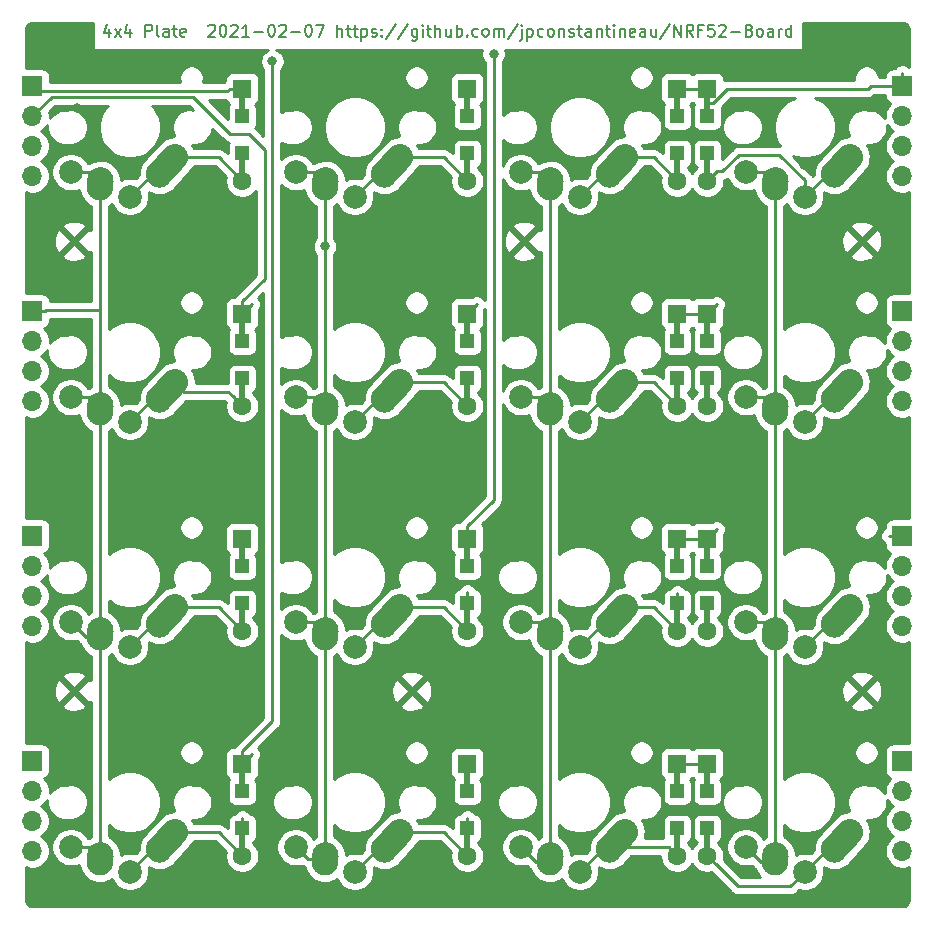
<source format=gbr>
G04 #@! TF.GenerationSoftware,KiCad,Pcbnew,(5.1.9)-1*
G04 #@! TF.CreationDate,2021-02-07T22:47:52-06:00*
G04 #@! TF.ProjectId,4x4_backpack,3478345f-6261-4636-9b70-61636b2e6b69,rev?*
G04 #@! TF.SameCoordinates,Original*
G04 #@! TF.FileFunction,Copper,L1,Top*
G04 #@! TF.FilePolarity,Positive*
%FSLAX46Y46*%
G04 Gerber Fmt 4.6, Leading zero omitted, Abs format (unit mm)*
G04 Created by KiCad (PCBNEW (5.1.9)-1) date 2021-02-07 22:47:52*
%MOMM*%
%LPD*%
G01*
G04 APERTURE LIST*
G04 #@! TA.AperFunction,NonConductor*
%ADD10C,0.200000*%
G04 #@! TD*
G04 #@! TA.AperFunction,ComponentPad*
%ADD11C,2.000000*%
G04 #@! TD*
G04 #@! TA.AperFunction,ComponentPad*
%ADD12C,2.250000*%
G04 #@! TD*
G04 #@! TA.AperFunction,SMDPad,CuDef*
%ADD13R,0.500000X2.500000*%
G04 #@! TD*
G04 #@! TA.AperFunction,ComponentPad*
%ADD14C,1.600000*%
G04 #@! TD*
G04 #@! TA.AperFunction,ComponentPad*
%ADD15R,1.600000X1.600000*%
G04 #@! TD*
G04 #@! TA.AperFunction,SMDPad,CuDef*
%ADD16R,1.200000X1.200000*%
G04 #@! TD*
G04 #@! TA.AperFunction,ComponentPad*
%ADD17R,1.700000X1.700000*%
G04 #@! TD*
G04 #@! TA.AperFunction,ComponentPad*
%ADD18O,1.700000X1.700000*%
G04 #@! TD*
G04 #@! TA.AperFunction,ViaPad*
%ADD19C,0.800000*%
G04 #@! TD*
G04 #@! TA.AperFunction,Conductor*
%ADD20C,0.250000*%
G04 #@! TD*
G04 #@! TA.AperFunction,Conductor*
%ADD21C,0.254000*%
G04 #@! TD*
G04 #@! TA.AperFunction,Conductor*
%ADD22C,0.100000*%
G04 #@! TD*
G04 APERTURE END LIST*
D10*
X84006142Y-77382714D02*
X84006142Y-78049380D01*
X83768047Y-77001761D02*
X83529952Y-77716047D01*
X84149000Y-77716047D01*
X84434714Y-78049380D02*
X84958523Y-77382714D01*
X84434714Y-77382714D02*
X84958523Y-78049380D01*
X85768047Y-77382714D02*
X85768047Y-78049380D01*
X85529952Y-77001761D02*
X85291857Y-77716047D01*
X85910904Y-77716047D01*
X87053761Y-78049380D02*
X87053761Y-77049380D01*
X87434714Y-77049380D01*
X87529952Y-77097000D01*
X87577571Y-77144619D01*
X87625190Y-77239857D01*
X87625190Y-77382714D01*
X87577571Y-77477952D01*
X87529952Y-77525571D01*
X87434714Y-77573190D01*
X87053761Y-77573190D01*
X88196619Y-78049380D02*
X88101380Y-78001761D01*
X88053761Y-77906523D01*
X88053761Y-77049380D01*
X89006142Y-78049380D02*
X89006142Y-77525571D01*
X88958523Y-77430333D01*
X88863285Y-77382714D01*
X88672809Y-77382714D01*
X88577571Y-77430333D01*
X89006142Y-78001761D02*
X88910904Y-78049380D01*
X88672809Y-78049380D01*
X88577571Y-78001761D01*
X88529952Y-77906523D01*
X88529952Y-77811285D01*
X88577571Y-77716047D01*
X88672809Y-77668428D01*
X88910904Y-77668428D01*
X89006142Y-77620809D01*
X89339476Y-77382714D02*
X89720428Y-77382714D01*
X89482333Y-77049380D02*
X89482333Y-77906523D01*
X89529952Y-78001761D01*
X89625190Y-78049380D01*
X89720428Y-78049380D01*
X90434714Y-78001761D02*
X90339476Y-78049380D01*
X90149000Y-78049380D01*
X90053761Y-78001761D01*
X90006142Y-77906523D01*
X90006142Y-77525571D01*
X90053761Y-77430333D01*
X90149000Y-77382714D01*
X90339476Y-77382714D01*
X90434714Y-77430333D01*
X90482333Y-77525571D01*
X90482333Y-77620809D01*
X90006142Y-77716047D01*
X92387095Y-77144619D02*
X92434714Y-77097000D01*
X92529952Y-77049380D01*
X92768047Y-77049380D01*
X92863285Y-77097000D01*
X92910904Y-77144619D01*
X92958523Y-77239857D01*
X92958523Y-77335095D01*
X92910904Y-77477952D01*
X92339476Y-78049380D01*
X92958523Y-78049380D01*
X93577571Y-77049380D02*
X93672809Y-77049380D01*
X93768047Y-77097000D01*
X93815666Y-77144619D01*
X93863285Y-77239857D01*
X93910904Y-77430333D01*
X93910904Y-77668428D01*
X93863285Y-77858904D01*
X93815666Y-77954142D01*
X93768047Y-78001761D01*
X93672809Y-78049380D01*
X93577571Y-78049380D01*
X93482333Y-78001761D01*
X93434714Y-77954142D01*
X93387095Y-77858904D01*
X93339476Y-77668428D01*
X93339476Y-77430333D01*
X93387095Y-77239857D01*
X93434714Y-77144619D01*
X93482333Y-77097000D01*
X93577571Y-77049380D01*
X94291857Y-77144619D02*
X94339476Y-77097000D01*
X94434714Y-77049380D01*
X94672809Y-77049380D01*
X94768047Y-77097000D01*
X94815666Y-77144619D01*
X94863285Y-77239857D01*
X94863285Y-77335095D01*
X94815666Y-77477952D01*
X94244238Y-78049380D01*
X94863285Y-78049380D01*
X95815666Y-78049380D02*
X95244238Y-78049380D01*
X95529952Y-78049380D02*
X95529952Y-77049380D01*
X95434714Y-77192238D01*
X95339476Y-77287476D01*
X95244238Y-77335095D01*
X96244238Y-77668428D02*
X97006142Y-77668428D01*
X97672809Y-77049380D02*
X97768047Y-77049380D01*
X97863285Y-77097000D01*
X97910904Y-77144619D01*
X97958523Y-77239857D01*
X98006142Y-77430333D01*
X98006142Y-77668428D01*
X97958523Y-77858904D01*
X97910904Y-77954142D01*
X97863285Y-78001761D01*
X97768047Y-78049380D01*
X97672809Y-78049380D01*
X97577571Y-78001761D01*
X97529952Y-77954142D01*
X97482333Y-77858904D01*
X97434714Y-77668428D01*
X97434714Y-77430333D01*
X97482333Y-77239857D01*
X97529952Y-77144619D01*
X97577571Y-77097000D01*
X97672809Y-77049380D01*
X98387095Y-77144619D02*
X98434714Y-77097000D01*
X98529952Y-77049380D01*
X98768047Y-77049380D01*
X98863285Y-77097000D01*
X98910904Y-77144619D01*
X98958523Y-77239857D01*
X98958523Y-77335095D01*
X98910904Y-77477952D01*
X98339476Y-78049380D01*
X98958523Y-78049380D01*
X99387095Y-77668428D02*
X100149000Y-77668428D01*
X100815666Y-77049380D02*
X100910904Y-77049380D01*
X101006142Y-77097000D01*
X101053761Y-77144619D01*
X101101380Y-77239857D01*
X101149000Y-77430333D01*
X101149000Y-77668428D01*
X101101380Y-77858904D01*
X101053761Y-77954142D01*
X101006142Y-78001761D01*
X100910904Y-78049380D01*
X100815666Y-78049380D01*
X100720428Y-78001761D01*
X100672809Y-77954142D01*
X100625190Y-77858904D01*
X100577571Y-77668428D01*
X100577571Y-77430333D01*
X100625190Y-77239857D01*
X100672809Y-77144619D01*
X100720428Y-77097000D01*
X100815666Y-77049380D01*
X101482333Y-77049380D02*
X102149000Y-77049380D01*
X101720428Y-78049380D01*
X103291857Y-78049380D02*
X103291857Y-77049380D01*
X103720428Y-78049380D02*
X103720428Y-77525571D01*
X103672809Y-77430333D01*
X103577571Y-77382714D01*
X103434714Y-77382714D01*
X103339476Y-77430333D01*
X103291857Y-77477952D01*
X104053761Y-77382714D02*
X104434714Y-77382714D01*
X104196619Y-77049380D02*
X104196619Y-77906523D01*
X104244238Y-78001761D01*
X104339476Y-78049380D01*
X104434714Y-78049380D01*
X104625190Y-77382714D02*
X105006142Y-77382714D01*
X104768047Y-77049380D02*
X104768047Y-77906523D01*
X104815666Y-78001761D01*
X104910904Y-78049380D01*
X105006142Y-78049380D01*
X105339476Y-77382714D02*
X105339476Y-78382714D01*
X105339476Y-77430333D02*
X105434714Y-77382714D01*
X105625190Y-77382714D01*
X105720428Y-77430333D01*
X105768047Y-77477952D01*
X105815666Y-77573190D01*
X105815666Y-77858904D01*
X105768047Y-77954142D01*
X105720428Y-78001761D01*
X105625190Y-78049380D01*
X105434714Y-78049380D01*
X105339476Y-78001761D01*
X106196619Y-78001761D02*
X106291857Y-78049380D01*
X106482333Y-78049380D01*
X106577571Y-78001761D01*
X106625190Y-77906523D01*
X106625190Y-77858904D01*
X106577571Y-77763666D01*
X106482333Y-77716047D01*
X106339476Y-77716047D01*
X106244238Y-77668428D01*
X106196619Y-77573190D01*
X106196619Y-77525571D01*
X106244238Y-77430333D01*
X106339476Y-77382714D01*
X106482333Y-77382714D01*
X106577571Y-77430333D01*
X107053761Y-77954142D02*
X107101380Y-78001761D01*
X107053761Y-78049380D01*
X107006142Y-78001761D01*
X107053761Y-77954142D01*
X107053761Y-78049380D01*
X107053761Y-77430333D02*
X107101380Y-77477952D01*
X107053761Y-77525571D01*
X107006142Y-77477952D01*
X107053761Y-77430333D01*
X107053761Y-77525571D01*
X108244238Y-77001761D02*
X107387095Y-78287476D01*
X109291857Y-77001761D02*
X108434714Y-78287476D01*
X110053761Y-77382714D02*
X110053761Y-78192238D01*
X110006142Y-78287476D01*
X109958523Y-78335095D01*
X109863285Y-78382714D01*
X109720428Y-78382714D01*
X109625190Y-78335095D01*
X110053761Y-78001761D02*
X109958523Y-78049380D01*
X109768047Y-78049380D01*
X109672809Y-78001761D01*
X109625190Y-77954142D01*
X109577571Y-77858904D01*
X109577571Y-77573190D01*
X109625190Y-77477952D01*
X109672809Y-77430333D01*
X109768047Y-77382714D01*
X109958523Y-77382714D01*
X110053761Y-77430333D01*
X110529952Y-78049380D02*
X110529952Y-77382714D01*
X110529952Y-77049380D02*
X110482333Y-77097000D01*
X110529952Y-77144619D01*
X110577571Y-77097000D01*
X110529952Y-77049380D01*
X110529952Y-77144619D01*
X110863285Y-77382714D02*
X111244238Y-77382714D01*
X111006142Y-77049380D02*
X111006142Y-77906523D01*
X111053761Y-78001761D01*
X111149000Y-78049380D01*
X111244238Y-78049380D01*
X111577571Y-78049380D02*
X111577571Y-77049380D01*
X112006142Y-78049380D02*
X112006142Y-77525571D01*
X111958523Y-77430333D01*
X111863285Y-77382714D01*
X111720428Y-77382714D01*
X111625190Y-77430333D01*
X111577571Y-77477952D01*
X112910904Y-77382714D02*
X112910904Y-78049380D01*
X112482333Y-77382714D02*
X112482333Y-77906523D01*
X112529952Y-78001761D01*
X112625190Y-78049380D01*
X112768047Y-78049380D01*
X112863285Y-78001761D01*
X112910904Y-77954142D01*
X113387095Y-78049380D02*
X113387095Y-77049380D01*
X113387095Y-77430333D02*
X113482333Y-77382714D01*
X113672809Y-77382714D01*
X113768047Y-77430333D01*
X113815666Y-77477952D01*
X113863285Y-77573190D01*
X113863285Y-77858904D01*
X113815666Y-77954142D01*
X113768047Y-78001761D01*
X113672809Y-78049380D01*
X113482333Y-78049380D01*
X113387095Y-78001761D01*
X114291857Y-77954142D02*
X114339476Y-78001761D01*
X114291857Y-78049380D01*
X114244238Y-78001761D01*
X114291857Y-77954142D01*
X114291857Y-78049380D01*
X115196619Y-78001761D02*
X115101380Y-78049380D01*
X114910904Y-78049380D01*
X114815666Y-78001761D01*
X114768047Y-77954142D01*
X114720428Y-77858904D01*
X114720428Y-77573190D01*
X114768047Y-77477952D01*
X114815666Y-77430333D01*
X114910904Y-77382714D01*
X115101380Y-77382714D01*
X115196619Y-77430333D01*
X115768047Y-78049380D02*
X115672809Y-78001761D01*
X115625190Y-77954142D01*
X115577571Y-77858904D01*
X115577571Y-77573190D01*
X115625190Y-77477952D01*
X115672809Y-77430333D01*
X115768047Y-77382714D01*
X115910904Y-77382714D01*
X116006142Y-77430333D01*
X116053761Y-77477952D01*
X116101380Y-77573190D01*
X116101380Y-77858904D01*
X116053761Y-77954142D01*
X116006142Y-78001761D01*
X115910904Y-78049380D01*
X115768047Y-78049380D01*
X116529952Y-78049380D02*
X116529952Y-77382714D01*
X116529952Y-77477952D02*
X116577571Y-77430333D01*
X116672809Y-77382714D01*
X116815666Y-77382714D01*
X116910904Y-77430333D01*
X116958523Y-77525571D01*
X116958523Y-78049380D01*
X116958523Y-77525571D02*
X117006142Y-77430333D01*
X117101380Y-77382714D01*
X117244238Y-77382714D01*
X117339476Y-77430333D01*
X117387095Y-77525571D01*
X117387095Y-78049380D01*
X118577571Y-77001761D02*
X117720428Y-78287476D01*
X118910904Y-77382714D02*
X118910904Y-78239857D01*
X118863285Y-78335095D01*
X118768047Y-78382714D01*
X118720428Y-78382714D01*
X118910904Y-77049380D02*
X118863285Y-77097000D01*
X118910904Y-77144619D01*
X118958523Y-77097000D01*
X118910904Y-77049380D01*
X118910904Y-77144619D01*
X119387095Y-77382714D02*
X119387095Y-78382714D01*
X119387095Y-77430333D02*
X119482333Y-77382714D01*
X119672809Y-77382714D01*
X119768047Y-77430333D01*
X119815666Y-77477952D01*
X119863285Y-77573190D01*
X119863285Y-77858904D01*
X119815666Y-77954142D01*
X119768047Y-78001761D01*
X119672809Y-78049380D01*
X119482333Y-78049380D01*
X119387095Y-78001761D01*
X120720428Y-78001761D02*
X120625190Y-78049380D01*
X120434714Y-78049380D01*
X120339476Y-78001761D01*
X120291857Y-77954142D01*
X120244238Y-77858904D01*
X120244238Y-77573190D01*
X120291857Y-77477952D01*
X120339476Y-77430333D01*
X120434714Y-77382714D01*
X120625190Y-77382714D01*
X120720428Y-77430333D01*
X121291857Y-78049380D02*
X121196619Y-78001761D01*
X121148999Y-77954142D01*
X121101380Y-77858904D01*
X121101380Y-77573190D01*
X121148999Y-77477952D01*
X121196619Y-77430333D01*
X121291857Y-77382714D01*
X121434714Y-77382714D01*
X121529952Y-77430333D01*
X121577571Y-77477952D01*
X121625190Y-77573190D01*
X121625190Y-77858904D01*
X121577571Y-77954142D01*
X121529952Y-78001761D01*
X121434714Y-78049380D01*
X121291857Y-78049380D01*
X122053761Y-77382714D02*
X122053761Y-78049380D01*
X122053761Y-77477952D02*
X122101380Y-77430333D01*
X122196619Y-77382714D01*
X122339476Y-77382714D01*
X122434714Y-77430333D01*
X122482333Y-77525571D01*
X122482333Y-78049380D01*
X122910904Y-78001761D02*
X123006142Y-78049380D01*
X123196619Y-78049380D01*
X123291857Y-78001761D01*
X123339476Y-77906523D01*
X123339476Y-77858904D01*
X123291857Y-77763666D01*
X123196619Y-77716047D01*
X123053761Y-77716047D01*
X122958523Y-77668428D01*
X122910904Y-77573190D01*
X122910904Y-77525571D01*
X122958523Y-77430333D01*
X123053761Y-77382714D01*
X123196619Y-77382714D01*
X123291857Y-77430333D01*
X123625190Y-77382714D02*
X124006142Y-77382714D01*
X123768047Y-77049380D02*
X123768047Y-77906523D01*
X123815666Y-78001761D01*
X123910904Y-78049380D01*
X124006142Y-78049380D01*
X124768047Y-78049380D02*
X124768047Y-77525571D01*
X124720428Y-77430333D01*
X124625190Y-77382714D01*
X124434714Y-77382714D01*
X124339476Y-77430333D01*
X124768047Y-78001761D02*
X124672809Y-78049380D01*
X124434714Y-78049380D01*
X124339476Y-78001761D01*
X124291857Y-77906523D01*
X124291857Y-77811285D01*
X124339476Y-77716047D01*
X124434714Y-77668428D01*
X124672809Y-77668428D01*
X124768047Y-77620809D01*
X125244238Y-77382714D02*
X125244238Y-78049380D01*
X125244238Y-77477952D02*
X125291857Y-77430333D01*
X125387095Y-77382714D01*
X125529952Y-77382714D01*
X125625190Y-77430333D01*
X125672809Y-77525571D01*
X125672809Y-78049380D01*
X126006142Y-77382714D02*
X126387095Y-77382714D01*
X126148999Y-77049380D02*
X126148999Y-77906523D01*
X126196619Y-78001761D01*
X126291857Y-78049380D01*
X126387095Y-78049380D01*
X126720428Y-78049380D02*
X126720428Y-77382714D01*
X126720428Y-77049380D02*
X126672809Y-77097000D01*
X126720428Y-77144619D01*
X126768047Y-77097000D01*
X126720428Y-77049380D01*
X126720428Y-77144619D01*
X127196619Y-77382714D02*
X127196619Y-78049380D01*
X127196619Y-77477952D02*
X127244238Y-77430333D01*
X127339476Y-77382714D01*
X127482333Y-77382714D01*
X127577571Y-77430333D01*
X127625190Y-77525571D01*
X127625190Y-78049380D01*
X128482333Y-78001761D02*
X128387095Y-78049380D01*
X128196619Y-78049380D01*
X128101380Y-78001761D01*
X128053761Y-77906523D01*
X128053761Y-77525571D01*
X128101380Y-77430333D01*
X128196619Y-77382714D01*
X128387095Y-77382714D01*
X128482333Y-77430333D01*
X128529952Y-77525571D01*
X128529952Y-77620809D01*
X128053761Y-77716047D01*
X129387095Y-78049380D02*
X129387095Y-77525571D01*
X129339476Y-77430333D01*
X129244238Y-77382714D01*
X129053761Y-77382714D01*
X128958523Y-77430333D01*
X129387095Y-78001761D02*
X129291857Y-78049380D01*
X129053761Y-78049380D01*
X128958523Y-78001761D01*
X128910904Y-77906523D01*
X128910904Y-77811285D01*
X128958523Y-77716047D01*
X129053761Y-77668428D01*
X129291857Y-77668428D01*
X129387095Y-77620809D01*
X130291857Y-77382714D02*
X130291857Y-78049380D01*
X129863285Y-77382714D02*
X129863285Y-77906523D01*
X129910904Y-78001761D01*
X130006142Y-78049380D01*
X130148999Y-78049380D01*
X130244238Y-78001761D01*
X130291857Y-77954142D01*
X131482333Y-77001761D02*
X130625190Y-78287476D01*
X131815666Y-78049380D02*
X131815666Y-77049380D01*
X132387095Y-78049380D01*
X132387095Y-77049380D01*
X133434714Y-78049380D02*
X133101380Y-77573190D01*
X132863285Y-78049380D02*
X132863285Y-77049380D01*
X133244238Y-77049380D01*
X133339476Y-77097000D01*
X133387095Y-77144619D01*
X133434714Y-77239857D01*
X133434714Y-77382714D01*
X133387095Y-77477952D01*
X133339476Y-77525571D01*
X133244238Y-77573190D01*
X132863285Y-77573190D01*
X134196619Y-77525571D02*
X133863285Y-77525571D01*
X133863285Y-78049380D02*
X133863285Y-77049380D01*
X134339476Y-77049380D01*
X135196619Y-77049380D02*
X134720428Y-77049380D01*
X134672809Y-77525571D01*
X134720428Y-77477952D01*
X134815666Y-77430333D01*
X135053761Y-77430333D01*
X135148999Y-77477952D01*
X135196619Y-77525571D01*
X135244238Y-77620809D01*
X135244238Y-77858904D01*
X135196619Y-77954142D01*
X135148999Y-78001761D01*
X135053761Y-78049380D01*
X134815666Y-78049380D01*
X134720428Y-78001761D01*
X134672809Y-77954142D01*
X135625190Y-77144619D02*
X135672809Y-77097000D01*
X135768047Y-77049380D01*
X136006142Y-77049380D01*
X136101380Y-77097000D01*
X136148999Y-77144619D01*
X136196619Y-77239857D01*
X136196619Y-77335095D01*
X136148999Y-77477952D01*
X135577571Y-78049380D01*
X136196619Y-78049380D01*
X136625190Y-77668428D02*
X137387095Y-77668428D01*
X138196619Y-77525571D02*
X138339476Y-77573190D01*
X138387095Y-77620809D01*
X138434714Y-77716047D01*
X138434714Y-77858904D01*
X138387095Y-77954142D01*
X138339476Y-78001761D01*
X138244238Y-78049380D01*
X137863285Y-78049380D01*
X137863285Y-77049380D01*
X138196619Y-77049380D01*
X138291857Y-77097000D01*
X138339476Y-77144619D01*
X138387095Y-77239857D01*
X138387095Y-77335095D01*
X138339476Y-77430333D01*
X138291857Y-77477952D01*
X138196619Y-77525571D01*
X137863285Y-77525571D01*
X139006142Y-78049380D02*
X138910904Y-78001761D01*
X138863285Y-77954142D01*
X138815666Y-77858904D01*
X138815666Y-77573190D01*
X138863285Y-77477952D01*
X138910904Y-77430333D01*
X139006142Y-77382714D01*
X139148999Y-77382714D01*
X139244238Y-77430333D01*
X139291857Y-77477952D01*
X139339476Y-77573190D01*
X139339476Y-77858904D01*
X139291857Y-77954142D01*
X139244238Y-78001761D01*
X139148999Y-78049380D01*
X139006142Y-78049380D01*
X140196619Y-78049380D02*
X140196619Y-77525571D01*
X140148999Y-77430333D01*
X140053761Y-77382714D01*
X139863285Y-77382714D01*
X139768047Y-77430333D01*
X140196619Y-78001761D02*
X140101380Y-78049380D01*
X139863285Y-78049380D01*
X139768047Y-78001761D01*
X139720428Y-77906523D01*
X139720428Y-77811285D01*
X139768047Y-77716047D01*
X139863285Y-77668428D01*
X140101380Y-77668428D01*
X140196619Y-77620809D01*
X140672809Y-78049380D02*
X140672809Y-77382714D01*
X140672809Y-77573190D02*
X140720428Y-77477952D01*
X140768047Y-77430333D01*
X140863285Y-77382714D01*
X140958523Y-77382714D01*
X141720428Y-78049380D02*
X141720428Y-77049380D01*
X141720428Y-78001761D02*
X141625190Y-78049380D01*
X141434714Y-78049380D01*
X141339476Y-78001761D01*
X141291857Y-77954142D01*
X141244238Y-77858904D01*
X141244238Y-77573190D01*
X141291857Y-77477952D01*
X141339476Y-77430333D01*
X141434714Y-77382714D01*
X141625190Y-77382714D01*
X141720428Y-77430333D01*
D11*
X142875000Y-148775000D03*
X137875000Y-146675000D03*
D12*
X145375000Y-146875000D03*
G04 #@! TA.AperFunction,ComponentPad*
G36*
G01*
X147436312Y-144577650D02*
X147436312Y-144577650D01*
G75*
G02*
X147522350Y-146166312I-751312J-837350D01*
G01*
X146212360Y-147626320D01*
G75*
G02*
X144623698Y-147712358I-837350J751312D01*
G01*
X144623698Y-147712358D01*
G75*
G02*
X144537660Y-146123696I751312J837350D01*
G01*
X145847650Y-144663688D01*
G75*
G02*
X147436312Y-144577650I837350J-751312D01*
G01*
G37*
G04 #@! TD.AperFunction*
X140335000Y-147955000D03*
G04 #@! TA.AperFunction,ComponentPad*
G36*
G01*
X140451517Y-146252605D02*
X140451517Y-146252605D01*
G75*
G02*
X141497395Y-147451517I-76517J-1122395D01*
G01*
X141457853Y-148031549D01*
G75*
G02*
X140258941Y-149077427I-1122395J76517D01*
G01*
X140258941Y-149077427D01*
G75*
G02*
X139213063Y-147878515I76517J1122395D01*
G01*
X139252605Y-147298483D01*
G75*
G02*
X140451517Y-146252605I1122395J-76517D01*
G01*
G37*
G04 #@! TD.AperFunction*
D13*
X134620000Y-146210000D03*
X134620000Y-140810000D03*
D14*
X134620000Y-147410000D03*
D15*
X134620000Y-139610000D03*
D16*
X134620000Y-141935000D03*
X134620000Y-145085000D03*
G04 #@! TA.AperFunction,ComponentPad*
G36*
G01*
X121401517Y-108152605D02*
X121401517Y-108152605D01*
G75*
G02*
X122447395Y-109351517I-76517J-1122395D01*
G01*
X122407853Y-109931549D01*
G75*
G02*
X121208941Y-110977427I-1122395J76517D01*
G01*
X121208941Y-110977427D01*
G75*
G02*
X120163063Y-109778515I76517J1122395D01*
G01*
X120202605Y-109198483D01*
G75*
G02*
X121401517Y-108152605I1122395J-76517D01*
G01*
G37*
G04 #@! TD.AperFunction*
D12*
X121285000Y-109855000D03*
G04 #@! TA.AperFunction,ComponentPad*
G36*
G01*
X128386312Y-106477650D02*
X128386312Y-106477650D01*
G75*
G02*
X128472350Y-108066312I-751312J-837350D01*
G01*
X127162360Y-109526320D01*
G75*
G02*
X125573698Y-109612358I-837350J751312D01*
G01*
X125573698Y-109612358D01*
G75*
G02*
X125487660Y-108023696I751312J837350D01*
G01*
X126797650Y-106563688D01*
G75*
G02*
X128386312Y-106477650I837350J-751312D01*
G01*
G37*
G04 #@! TD.AperFunction*
X126325000Y-108775000D03*
D11*
X118825000Y-108575000D03*
X123825000Y-110675000D03*
D13*
X114300000Y-89060000D03*
X114300000Y-83660000D03*
D14*
X114300000Y-90260000D03*
D15*
X114300000Y-82460000D03*
D16*
X114300000Y-84785000D03*
X114300000Y-87935000D03*
D17*
X77470000Y-82232500D03*
D18*
X77470000Y-84772500D03*
X77470000Y-87312500D03*
X77470000Y-89852500D03*
X77470000Y-108902500D03*
X77470000Y-106362500D03*
X77470000Y-103822500D03*
D17*
X77470000Y-101282500D03*
X77470000Y-120332500D03*
D18*
X77470000Y-122872500D03*
X77470000Y-125412500D03*
X77470000Y-127952500D03*
X77470000Y-147002500D03*
X77470000Y-144462500D03*
X77470000Y-141922500D03*
D17*
X77470000Y-139382500D03*
X151130000Y-82232500D03*
D18*
X151130000Y-84772500D03*
X151130000Y-87312500D03*
X151130000Y-89852500D03*
X151130000Y-108902500D03*
X151130000Y-106362500D03*
X151130000Y-103822500D03*
D17*
X151130000Y-101282500D03*
X151130000Y-120332500D03*
D18*
X151130000Y-122872500D03*
X151130000Y-125412500D03*
X151130000Y-127952500D03*
X151130000Y-147002500D03*
X151130000Y-144462500D03*
X151130000Y-141922500D03*
D17*
X151130000Y-139382500D03*
D13*
X95250000Y-89060000D03*
X95250000Y-83660000D03*
D14*
X95250000Y-90260000D03*
D15*
X95250000Y-82460000D03*
D16*
X95250000Y-84785000D03*
X95250000Y-87935000D03*
X132080000Y-87935000D03*
X132080000Y-84785000D03*
D15*
X132080000Y-82460000D03*
D14*
X132080000Y-90260000D03*
D13*
X132080000Y-83660000D03*
X132080000Y-89060000D03*
D16*
X134620000Y-87935000D03*
X134620000Y-84785000D03*
D15*
X134620000Y-82460000D03*
D14*
X134620000Y-90260000D03*
D13*
X134620000Y-83660000D03*
X134620000Y-89060000D03*
X95250000Y-108110000D03*
X95250000Y-102710000D03*
D14*
X95250000Y-109310000D03*
D15*
X95250000Y-101510000D03*
D16*
X95250000Y-103835000D03*
X95250000Y-106985000D03*
X114300000Y-106985000D03*
X114300000Y-103835000D03*
D15*
X114300000Y-101510000D03*
D14*
X114300000Y-109310000D03*
D13*
X114300000Y-102710000D03*
X114300000Y-108110000D03*
X132080000Y-108110000D03*
X132080000Y-102710000D03*
D14*
X132080000Y-109310000D03*
D15*
X132080000Y-101510000D03*
D16*
X132080000Y-103835000D03*
X132080000Y-106985000D03*
X134620000Y-106985000D03*
X134620000Y-103835000D03*
D15*
X134620000Y-101510000D03*
D14*
X134620000Y-109310000D03*
D13*
X134620000Y-102710000D03*
X134620000Y-108110000D03*
D16*
X95250000Y-126035000D03*
X95250000Y-122885000D03*
D15*
X95250000Y-120560000D03*
D14*
X95250000Y-128360000D03*
D13*
X95250000Y-121760000D03*
X95250000Y-127160000D03*
X114300000Y-127160000D03*
X114300000Y-121760000D03*
D14*
X114300000Y-128360000D03*
D15*
X114300000Y-120560000D03*
D16*
X114300000Y-122885000D03*
X114300000Y-126035000D03*
X132080000Y-126035000D03*
X132080000Y-122885000D03*
D15*
X132080000Y-120560000D03*
D14*
X132080000Y-128360000D03*
D13*
X132080000Y-121760000D03*
X132080000Y-127160000D03*
X134620000Y-127160000D03*
X134620000Y-121760000D03*
D14*
X134620000Y-128360000D03*
D15*
X134620000Y-120560000D03*
D16*
X134620000Y-122885000D03*
X134620000Y-126035000D03*
D13*
X95250000Y-146210000D03*
X95250000Y-140810000D03*
D14*
X95250000Y-147410000D03*
D15*
X95250000Y-139610000D03*
D16*
X95250000Y-141935000D03*
X95250000Y-145085000D03*
X114300000Y-145085000D03*
X114300000Y-141935000D03*
D15*
X114300000Y-139610000D03*
D14*
X114300000Y-147410000D03*
D13*
X114300000Y-140810000D03*
X114300000Y-146210000D03*
D16*
X132080000Y-145085000D03*
X132080000Y-141935000D03*
D15*
X132080000Y-139610000D03*
D14*
X132080000Y-147410000D03*
D13*
X132080000Y-140810000D03*
X132080000Y-146210000D03*
G04 #@! TA.AperFunction,ComponentPad*
G36*
G01*
X83301517Y-89102605D02*
X83301517Y-89102605D01*
G75*
G02*
X84347395Y-90301517I-76517J-1122395D01*
G01*
X84307853Y-90881549D01*
G75*
G02*
X83108941Y-91927427I-1122395J76517D01*
G01*
X83108941Y-91927427D01*
G75*
G02*
X82063063Y-90728515I76517J1122395D01*
G01*
X82102605Y-90148483D01*
G75*
G02*
X83301517Y-89102605I1122395J-76517D01*
G01*
G37*
G04 #@! TD.AperFunction*
D12*
X83185000Y-90805000D03*
G04 #@! TA.AperFunction,ComponentPad*
G36*
G01*
X90286312Y-87427650D02*
X90286312Y-87427650D01*
G75*
G02*
X90372350Y-89016312I-751312J-837350D01*
G01*
X89062360Y-90476320D01*
G75*
G02*
X87473698Y-90562358I-837350J751312D01*
G01*
X87473698Y-90562358D01*
G75*
G02*
X87387660Y-88973696I751312J837350D01*
G01*
X88697650Y-87513688D01*
G75*
G02*
X90286312Y-87427650I837350J-751312D01*
G01*
G37*
G04 #@! TD.AperFunction*
X88225000Y-89725000D03*
D11*
X80725000Y-89525000D03*
X85725000Y-91625000D03*
X104775000Y-91625000D03*
X99775000Y-89525000D03*
D12*
X107275000Y-89725000D03*
G04 #@! TA.AperFunction,ComponentPad*
G36*
G01*
X109336312Y-87427650D02*
X109336312Y-87427650D01*
G75*
G02*
X109422350Y-89016312I-751312J-837350D01*
G01*
X108112360Y-90476320D01*
G75*
G02*
X106523698Y-90562358I-837350J751312D01*
G01*
X106523698Y-90562358D01*
G75*
G02*
X106437660Y-88973696I751312J837350D01*
G01*
X107747650Y-87513688D01*
G75*
G02*
X109336312Y-87427650I837350J-751312D01*
G01*
G37*
G04 #@! TD.AperFunction*
X102235000Y-90805000D03*
G04 #@! TA.AperFunction,ComponentPad*
G36*
G01*
X102351517Y-89102605D02*
X102351517Y-89102605D01*
G75*
G02*
X103397395Y-90301517I-76517J-1122395D01*
G01*
X103357853Y-90881549D01*
G75*
G02*
X102158941Y-91927427I-1122395J76517D01*
G01*
X102158941Y-91927427D01*
G75*
G02*
X101113063Y-90728515I76517J1122395D01*
G01*
X101152605Y-90148483D01*
G75*
G02*
X102351517Y-89102605I1122395J-76517D01*
G01*
G37*
G04 #@! TD.AperFunction*
G04 #@! TA.AperFunction,ComponentPad*
G36*
G01*
X121401517Y-89102605D02*
X121401517Y-89102605D01*
G75*
G02*
X122447395Y-90301517I-76517J-1122395D01*
G01*
X122407853Y-90881549D01*
G75*
G02*
X121208941Y-91927427I-1122395J76517D01*
G01*
X121208941Y-91927427D01*
G75*
G02*
X120163063Y-90728515I76517J1122395D01*
G01*
X120202605Y-90148483D01*
G75*
G02*
X121401517Y-89102605I1122395J-76517D01*
G01*
G37*
G04 #@! TD.AperFunction*
X121285000Y-90805000D03*
G04 #@! TA.AperFunction,ComponentPad*
G36*
G01*
X128386312Y-87427650D02*
X128386312Y-87427650D01*
G75*
G02*
X128472350Y-89016312I-751312J-837350D01*
G01*
X127162360Y-90476320D01*
G75*
G02*
X125573698Y-90562358I-837350J751312D01*
G01*
X125573698Y-90562358D01*
G75*
G02*
X125487660Y-88973696I751312J837350D01*
G01*
X126797650Y-87513688D01*
G75*
G02*
X128386312Y-87427650I837350J-751312D01*
G01*
G37*
G04 #@! TD.AperFunction*
X126325000Y-89725000D03*
D11*
X118825000Y-89525000D03*
X123825000Y-91625000D03*
X142875000Y-91625000D03*
X137875000Y-89525000D03*
D12*
X145375000Y-89725000D03*
G04 #@! TA.AperFunction,ComponentPad*
G36*
G01*
X147436312Y-87427650D02*
X147436312Y-87427650D01*
G75*
G02*
X147522350Y-89016312I-751312J-837350D01*
G01*
X146212360Y-90476320D01*
G75*
G02*
X144623698Y-90562358I-837350J751312D01*
G01*
X144623698Y-90562358D01*
G75*
G02*
X144537660Y-88973696I751312J837350D01*
G01*
X145847650Y-87513688D01*
G75*
G02*
X147436312Y-87427650I837350J-751312D01*
G01*
G37*
G04 #@! TD.AperFunction*
X140335000Y-90805000D03*
G04 #@! TA.AperFunction,ComponentPad*
G36*
G01*
X140451517Y-89102605D02*
X140451517Y-89102605D01*
G75*
G02*
X141497395Y-90301517I-76517J-1122395D01*
G01*
X141457853Y-90881549D01*
G75*
G02*
X140258941Y-91927427I-1122395J76517D01*
G01*
X140258941Y-91927427D01*
G75*
G02*
X139213063Y-90728515I76517J1122395D01*
G01*
X139252605Y-90148483D01*
G75*
G02*
X140451517Y-89102605I1122395J-76517D01*
G01*
G37*
G04 #@! TD.AperFunction*
D11*
X85725000Y-110675000D03*
X80725000Y-108575000D03*
D12*
X88225000Y-108775000D03*
G04 #@! TA.AperFunction,ComponentPad*
G36*
G01*
X90286312Y-106477650D02*
X90286312Y-106477650D01*
G75*
G02*
X90372350Y-108066312I-751312J-837350D01*
G01*
X89062360Y-109526320D01*
G75*
G02*
X87473698Y-109612358I-837350J751312D01*
G01*
X87473698Y-109612358D01*
G75*
G02*
X87387660Y-108023696I751312J837350D01*
G01*
X88697650Y-106563688D01*
G75*
G02*
X90286312Y-106477650I837350J-751312D01*
G01*
G37*
G04 #@! TD.AperFunction*
X83185000Y-109855000D03*
G04 #@! TA.AperFunction,ComponentPad*
G36*
G01*
X83301517Y-108152605D02*
X83301517Y-108152605D01*
G75*
G02*
X84347395Y-109351517I-76517J-1122395D01*
G01*
X84307853Y-109931549D01*
G75*
G02*
X83108941Y-110977427I-1122395J76517D01*
G01*
X83108941Y-110977427D01*
G75*
G02*
X82063063Y-109778515I76517J1122395D01*
G01*
X82102605Y-109198483D01*
G75*
G02*
X83301517Y-108152605I1122395J-76517D01*
G01*
G37*
G04 #@! TD.AperFunction*
G04 #@! TA.AperFunction,ComponentPad*
G36*
G01*
X102351517Y-108152605D02*
X102351517Y-108152605D01*
G75*
G02*
X103397395Y-109351517I-76517J-1122395D01*
G01*
X103357853Y-109931549D01*
G75*
G02*
X102158941Y-110977427I-1122395J76517D01*
G01*
X102158941Y-110977427D01*
G75*
G02*
X101113063Y-109778515I76517J1122395D01*
G01*
X101152605Y-109198483D01*
G75*
G02*
X102351517Y-108152605I1122395J-76517D01*
G01*
G37*
G04 #@! TD.AperFunction*
X102235000Y-109855000D03*
G04 #@! TA.AperFunction,ComponentPad*
G36*
G01*
X109336312Y-106477650D02*
X109336312Y-106477650D01*
G75*
G02*
X109422350Y-108066312I-751312J-837350D01*
G01*
X108112360Y-109526320D01*
G75*
G02*
X106523698Y-109612358I-837350J751312D01*
G01*
X106523698Y-109612358D01*
G75*
G02*
X106437660Y-108023696I751312J837350D01*
G01*
X107747650Y-106563688D01*
G75*
G02*
X109336312Y-106477650I837350J-751312D01*
G01*
G37*
G04 #@! TD.AperFunction*
X107275000Y-108775000D03*
D11*
X99775000Y-108575000D03*
X104775000Y-110675000D03*
X142875000Y-110675000D03*
X137875000Y-108575000D03*
D12*
X145375000Y-108775000D03*
G04 #@! TA.AperFunction,ComponentPad*
G36*
G01*
X147436312Y-106477650D02*
X147436312Y-106477650D01*
G75*
G02*
X147522350Y-108066312I-751312J-837350D01*
G01*
X146212360Y-109526320D01*
G75*
G02*
X144623698Y-109612358I-837350J751312D01*
G01*
X144623698Y-109612358D01*
G75*
G02*
X144537660Y-108023696I751312J837350D01*
G01*
X145847650Y-106563688D01*
G75*
G02*
X147436312Y-106477650I837350J-751312D01*
G01*
G37*
G04 #@! TD.AperFunction*
X140335000Y-109855000D03*
G04 #@! TA.AperFunction,ComponentPad*
G36*
G01*
X140451517Y-108152605D02*
X140451517Y-108152605D01*
G75*
G02*
X141497395Y-109351517I-76517J-1122395D01*
G01*
X141457853Y-109931549D01*
G75*
G02*
X140258941Y-110977427I-1122395J76517D01*
G01*
X140258941Y-110977427D01*
G75*
G02*
X139213063Y-109778515I76517J1122395D01*
G01*
X139252605Y-109198483D01*
G75*
G02*
X140451517Y-108152605I1122395J-76517D01*
G01*
G37*
G04 #@! TD.AperFunction*
D11*
X85725000Y-129725000D03*
X80725000Y-127625000D03*
D12*
X88225000Y-127825000D03*
G04 #@! TA.AperFunction,ComponentPad*
G36*
G01*
X90286312Y-125527650D02*
X90286312Y-125527650D01*
G75*
G02*
X90372350Y-127116312I-751312J-837350D01*
G01*
X89062360Y-128576320D01*
G75*
G02*
X87473698Y-128662358I-837350J751312D01*
G01*
X87473698Y-128662358D01*
G75*
G02*
X87387660Y-127073696I751312J837350D01*
G01*
X88697650Y-125613688D01*
G75*
G02*
X90286312Y-125527650I837350J-751312D01*
G01*
G37*
G04 #@! TD.AperFunction*
X83185000Y-128905000D03*
G04 #@! TA.AperFunction,ComponentPad*
G36*
G01*
X83301517Y-127202605D02*
X83301517Y-127202605D01*
G75*
G02*
X84347395Y-128401517I-76517J-1122395D01*
G01*
X84307853Y-128981549D01*
G75*
G02*
X83108941Y-130027427I-1122395J76517D01*
G01*
X83108941Y-130027427D01*
G75*
G02*
X82063063Y-128828515I76517J1122395D01*
G01*
X82102605Y-128248483D01*
G75*
G02*
X83301517Y-127202605I1122395J-76517D01*
G01*
G37*
G04 #@! TD.AperFunction*
G04 #@! TA.AperFunction,ComponentPad*
G36*
G01*
X102351517Y-127202605D02*
X102351517Y-127202605D01*
G75*
G02*
X103397395Y-128401517I-76517J-1122395D01*
G01*
X103357853Y-128981549D01*
G75*
G02*
X102158941Y-130027427I-1122395J76517D01*
G01*
X102158941Y-130027427D01*
G75*
G02*
X101113063Y-128828515I76517J1122395D01*
G01*
X101152605Y-128248483D01*
G75*
G02*
X102351517Y-127202605I1122395J-76517D01*
G01*
G37*
G04 #@! TD.AperFunction*
X102235000Y-128905000D03*
G04 #@! TA.AperFunction,ComponentPad*
G36*
G01*
X109336312Y-125527650D02*
X109336312Y-125527650D01*
G75*
G02*
X109422350Y-127116312I-751312J-837350D01*
G01*
X108112360Y-128576320D01*
G75*
G02*
X106523698Y-128662358I-837350J751312D01*
G01*
X106523698Y-128662358D01*
G75*
G02*
X106437660Y-127073696I751312J837350D01*
G01*
X107747650Y-125613688D01*
G75*
G02*
X109336312Y-125527650I837350J-751312D01*
G01*
G37*
G04 #@! TD.AperFunction*
X107275000Y-127825000D03*
D11*
X99775000Y-127625000D03*
X104775000Y-129725000D03*
G04 #@! TA.AperFunction,ComponentPad*
G36*
G01*
X121401517Y-127202605D02*
X121401517Y-127202605D01*
G75*
G02*
X122447395Y-128401517I-76517J-1122395D01*
G01*
X122407853Y-128981549D01*
G75*
G02*
X121208941Y-130027427I-1122395J76517D01*
G01*
X121208941Y-130027427D01*
G75*
G02*
X120163063Y-128828515I76517J1122395D01*
G01*
X120202605Y-128248483D01*
G75*
G02*
X121401517Y-127202605I1122395J-76517D01*
G01*
G37*
G04 #@! TD.AperFunction*
D12*
X121285000Y-128905000D03*
G04 #@! TA.AperFunction,ComponentPad*
G36*
G01*
X128386312Y-125527650D02*
X128386312Y-125527650D01*
G75*
G02*
X128472350Y-127116312I-751312J-837350D01*
G01*
X127162360Y-128576320D01*
G75*
G02*
X125573698Y-128662358I-837350J751312D01*
G01*
X125573698Y-128662358D01*
G75*
G02*
X125487660Y-127073696I751312J837350D01*
G01*
X126797650Y-125613688D01*
G75*
G02*
X128386312Y-125527650I837350J-751312D01*
G01*
G37*
G04 #@! TD.AperFunction*
X126325000Y-127825000D03*
D11*
X118825000Y-127625000D03*
X123825000Y-129725000D03*
G04 #@! TA.AperFunction,ComponentPad*
G36*
G01*
X140451517Y-127202605D02*
X140451517Y-127202605D01*
G75*
G02*
X141497395Y-128401517I-76517J-1122395D01*
G01*
X141457853Y-128981549D01*
G75*
G02*
X140258941Y-130027427I-1122395J76517D01*
G01*
X140258941Y-130027427D01*
G75*
G02*
X139213063Y-128828515I76517J1122395D01*
G01*
X139252605Y-128248483D01*
G75*
G02*
X140451517Y-127202605I1122395J-76517D01*
G01*
G37*
G04 #@! TD.AperFunction*
D12*
X140335000Y-128905000D03*
G04 #@! TA.AperFunction,ComponentPad*
G36*
G01*
X147436312Y-125527650D02*
X147436312Y-125527650D01*
G75*
G02*
X147522350Y-127116312I-751312J-837350D01*
G01*
X146212360Y-128576320D01*
G75*
G02*
X144623698Y-128662358I-837350J751312D01*
G01*
X144623698Y-128662358D01*
G75*
G02*
X144537660Y-127073696I751312J837350D01*
G01*
X145847650Y-125613688D01*
G75*
G02*
X147436312Y-125527650I837350J-751312D01*
G01*
G37*
G04 #@! TD.AperFunction*
X145375000Y-127825000D03*
D11*
X137875000Y-127625000D03*
X142875000Y-129725000D03*
X85725000Y-148775000D03*
X80725000Y-146675000D03*
D12*
X88225000Y-146875000D03*
G04 #@! TA.AperFunction,ComponentPad*
G36*
G01*
X90286312Y-144577650D02*
X90286312Y-144577650D01*
G75*
G02*
X90372350Y-146166312I-751312J-837350D01*
G01*
X89062360Y-147626320D01*
G75*
G02*
X87473698Y-147712358I-837350J751312D01*
G01*
X87473698Y-147712358D01*
G75*
G02*
X87387660Y-146123696I751312J837350D01*
G01*
X88697650Y-144663688D01*
G75*
G02*
X90286312Y-144577650I837350J-751312D01*
G01*
G37*
G04 #@! TD.AperFunction*
X83185000Y-147955000D03*
G04 #@! TA.AperFunction,ComponentPad*
G36*
G01*
X83301517Y-146252605D02*
X83301517Y-146252605D01*
G75*
G02*
X84347395Y-147451517I-76517J-1122395D01*
G01*
X84307853Y-148031549D01*
G75*
G02*
X83108941Y-149077427I-1122395J76517D01*
G01*
X83108941Y-149077427D01*
G75*
G02*
X82063063Y-147878515I76517J1122395D01*
G01*
X82102605Y-147298483D01*
G75*
G02*
X83301517Y-146252605I1122395J-76517D01*
G01*
G37*
G04 #@! TD.AperFunction*
D11*
X104775000Y-148775000D03*
X99775000Y-146675000D03*
D12*
X107275000Y-146875000D03*
G04 #@! TA.AperFunction,ComponentPad*
G36*
G01*
X109336312Y-144577650D02*
X109336312Y-144577650D01*
G75*
G02*
X109422350Y-146166312I-751312J-837350D01*
G01*
X108112360Y-147626320D01*
G75*
G02*
X106523698Y-147712358I-837350J751312D01*
G01*
X106523698Y-147712358D01*
G75*
G02*
X106437660Y-146123696I751312J837350D01*
G01*
X107747650Y-144663688D01*
G75*
G02*
X109336312Y-144577650I837350J-751312D01*
G01*
G37*
G04 #@! TD.AperFunction*
X102235000Y-147955000D03*
G04 #@! TA.AperFunction,ComponentPad*
G36*
G01*
X102351517Y-146252605D02*
X102351517Y-146252605D01*
G75*
G02*
X103397395Y-147451517I-76517J-1122395D01*
G01*
X103357853Y-148031549D01*
G75*
G02*
X102158941Y-149077427I-1122395J76517D01*
G01*
X102158941Y-149077427D01*
G75*
G02*
X101113063Y-147878515I76517J1122395D01*
G01*
X101152605Y-147298483D01*
G75*
G02*
X102351517Y-146252605I1122395J-76517D01*
G01*
G37*
G04 #@! TD.AperFunction*
G04 #@! TA.AperFunction,ComponentPad*
G36*
G01*
X121401517Y-146252605D02*
X121401517Y-146252605D01*
G75*
G02*
X122447395Y-147451517I-76517J-1122395D01*
G01*
X122407853Y-148031549D01*
G75*
G02*
X121208941Y-149077427I-1122395J76517D01*
G01*
X121208941Y-149077427D01*
G75*
G02*
X120163063Y-147878515I76517J1122395D01*
G01*
X120202605Y-147298483D01*
G75*
G02*
X121401517Y-146252605I1122395J-76517D01*
G01*
G37*
G04 #@! TD.AperFunction*
X121285000Y-147955000D03*
G04 #@! TA.AperFunction,ComponentPad*
G36*
G01*
X128386312Y-144577650D02*
X128386312Y-144577650D01*
G75*
G02*
X128472350Y-146166312I-751312J-837350D01*
G01*
X127162360Y-147626320D01*
G75*
G02*
X125573698Y-147712358I-837350J751312D01*
G01*
X125573698Y-147712358D01*
G75*
G02*
X125487660Y-146123696I751312J837350D01*
G01*
X126797650Y-144663688D01*
G75*
G02*
X128386312Y-144577650I837350J-751312D01*
G01*
G37*
G04 #@! TD.AperFunction*
X126325000Y-146875000D03*
D11*
X118825000Y-146675000D03*
X123825000Y-148775000D03*
D19*
X116522500Y-79528510D03*
X97790000Y-80137000D03*
X143891000Y-100711000D03*
X130048000Y-131953000D03*
X101219000Y-121920000D03*
X126619000Y-94234000D03*
X137922000Y-96520000D03*
X98933000Y-92011500D03*
X93408500Y-86931500D03*
X93281500Y-83820000D03*
X141986000Y-119697500D03*
X80645000Y-115633500D03*
X85344000Y-115570000D03*
X94932500Y-114109500D03*
X100139500Y-113792000D03*
X109601000Y-113601500D03*
X118554500Y-113855500D03*
X127952500Y-113538000D03*
X142938500Y-113601500D03*
X147637500Y-113601500D03*
X146050000Y-118110000D03*
X90551000Y-129540000D03*
X87884000Y-101536500D03*
X89535000Y-111442500D03*
X85217000Y-97726500D03*
X108140500Y-102616000D03*
X119189500Y-102235000D03*
X127381000Y-102552500D03*
X137350500Y-102743000D03*
X146494500Y-102870000D03*
X81026000Y-121094500D03*
X124015500Y-100520500D03*
X118935500Y-100520500D03*
X121856500Y-81153000D03*
X81026000Y-149098000D03*
X92456000Y-141224000D03*
X148907500Y-125920500D03*
X91313000Y-121729500D03*
X79184500Y-126238000D03*
X107950000Y-100584000D03*
X111760000Y-100584000D03*
X81280000Y-84074000D03*
X142811500Y-88963500D03*
X147002500Y-83947000D03*
X141795500Y-132524500D03*
X130683000Y-99975510D03*
X77470000Y-149860000D03*
X78740000Y-151130000D03*
X151130000Y-149860000D03*
X149860000Y-151130000D03*
X151130000Y-78740000D03*
X149860000Y-77470000D03*
X77470000Y-78740000D03*
X78740000Y-77470000D03*
X77470000Y-95250000D03*
X77470000Y-114300000D03*
X77470000Y-133350000D03*
X151130000Y-133350000D03*
X151130000Y-114300000D03*
X151130000Y-95250000D03*
X139065000Y-83693000D03*
X120269000Y-84074000D03*
X102235000Y-95821500D03*
X107950000Y-146050000D03*
X126365000Y-146685000D03*
D20*
X95250000Y-83660000D02*
X95250000Y-82660000D01*
X151130000Y-81132500D02*
X151130000Y-82232500D01*
X135120000Y-83660000D02*
X134620000Y-83660000D01*
X136320000Y-82460000D02*
X135120000Y-83660000D01*
X148233002Y-82460000D02*
X136320000Y-82460000D01*
X148460502Y-82232500D02*
X148233002Y-82460000D01*
X151130000Y-82232500D02*
X148460502Y-82232500D01*
X133570000Y-82460000D02*
X132080000Y-82460000D01*
X134620000Y-82460000D02*
X133570000Y-82460000D01*
X77697500Y-82460000D02*
X77470000Y-82232500D01*
X94200000Y-82460000D02*
X95250000Y-82460000D01*
X93983000Y-82677000D02*
X94200000Y-82460000D01*
X77470000Y-82232500D02*
X77914500Y-82677000D01*
X77914500Y-82677000D02*
X93983000Y-82677000D01*
X95250000Y-101510000D02*
X96049999Y-100710001D01*
X132080000Y-101510000D02*
X134620000Y-101510000D01*
X134620000Y-101510000D02*
X135419999Y-100710001D01*
X132080000Y-101710000D02*
X132080000Y-102710000D01*
X114300000Y-101510000D02*
X115099999Y-100710001D01*
X77470000Y-84772500D02*
X79115489Y-83127011D01*
X79115489Y-83127011D02*
X91064511Y-83127011D01*
X97155000Y-87630000D02*
X97155000Y-98555000D01*
X97155000Y-98555000D02*
X95250000Y-100460000D01*
X95821500Y-86296500D02*
X97155000Y-87630000D01*
X95250000Y-100460000D02*
X95250000Y-101510000D01*
X94234000Y-86296500D02*
X95821500Y-86296500D01*
X91064511Y-83127011D02*
X94234000Y-86296500D01*
X135419999Y-119760001D02*
X134620000Y-120560000D01*
X134620000Y-120560000D02*
X132080000Y-120560000D01*
X116522500Y-117287500D02*
X116522500Y-80094195D01*
X116522500Y-80094195D02*
X116522500Y-79528510D01*
X114300000Y-119510000D02*
X116522500Y-117287500D01*
X114300000Y-120560000D02*
X114300000Y-119510000D01*
X134620000Y-139610000D02*
X132080000Y-139610000D01*
X96049999Y-138810001D02*
X95250000Y-139610000D01*
X95250000Y-140810000D02*
X95250000Y-139310000D01*
X95250000Y-139610000D02*
X95250000Y-138560000D01*
X95250000Y-138560000D02*
X97790000Y-136020000D01*
X97790000Y-80702685D02*
X97790000Y-80137000D01*
X97790000Y-136020000D02*
X97790000Y-80702685D01*
X151130000Y-120332500D02*
X150030000Y-120332500D01*
X139675000Y-89525000D02*
X137875000Y-89525000D01*
X140375000Y-90225000D02*
X139675000Y-89525000D01*
X139675000Y-108575000D02*
X140375000Y-109275000D01*
X137875000Y-108575000D02*
X139675000Y-108575000D01*
X140375000Y-90225000D02*
X140375000Y-109275000D01*
X139155000Y-147955000D02*
X140335000Y-147955000D01*
X137875000Y-146675000D02*
X139155000Y-147955000D01*
X139675000Y-127625000D02*
X137875000Y-127625000D01*
X140375000Y-128325000D02*
X139675000Y-127625000D01*
X140335000Y-109315000D02*
X140335000Y-128905000D01*
X140375000Y-109275000D02*
X140335000Y-109315000D01*
X140335000Y-128365000D02*
X140335000Y-147955000D01*
X140375000Y-128325000D02*
X140335000Y-128365000D01*
X121325000Y-90225000D02*
X121325000Y-109275000D01*
X120625000Y-108575000D02*
X121325000Y-109275000D01*
X118825000Y-108575000D02*
X120625000Y-108575000D01*
X120105000Y-147955000D02*
X121285000Y-147955000D01*
X118825000Y-146675000D02*
X120105000Y-147955000D01*
X120625000Y-127625000D02*
X118825000Y-127625000D01*
X121325000Y-128325000D02*
X120625000Y-127625000D01*
X121285000Y-146364010D02*
X121285000Y-147955000D01*
X121285000Y-128365000D02*
X121285000Y-146364010D01*
X121325000Y-128325000D02*
X121285000Y-128365000D01*
X121285000Y-128285000D02*
X121285000Y-109855000D01*
X121325000Y-128325000D02*
X121285000Y-128285000D01*
X120625000Y-89525000D02*
X121325000Y-90225000D01*
X118825000Y-89525000D02*
X120625000Y-89525000D01*
X102275000Y-90225000D02*
X102235000Y-90265000D01*
X101575000Y-108575000D02*
X102275000Y-109275000D01*
X99775000Y-108575000D02*
X101575000Y-108575000D01*
X102235000Y-109315000D02*
X102275000Y-109275000D01*
X102235000Y-128285000D02*
X102235000Y-109315000D01*
X102275000Y-128325000D02*
X102235000Y-128285000D01*
X101575000Y-127625000D02*
X99775000Y-127625000D01*
X102275000Y-128325000D02*
X101575000Y-127625000D01*
X101954999Y-147674999D02*
X102235000Y-147955000D01*
X100774999Y-147674999D02*
X101954999Y-147674999D01*
X99775000Y-146675000D02*
X100774999Y-147674999D01*
X102235000Y-128365000D02*
X102275000Y-128325000D01*
X102235000Y-147335000D02*
X102235000Y-128365000D01*
X102275000Y-147375000D02*
X102235000Y-147335000D01*
X101575000Y-89525000D02*
X102275000Y-90225000D01*
X99775000Y-89525000D02*
X101575000Y-89525000D01*
X102235000Y-90265000D02*
X102235000Y-95821500D01*
X102235000Y-95821500D02*
X102235000Y-109855000D01*
X83185000Y-90170000D02*
X83185000Y-90805000D01*
X82540000Y-89525000D02*
X83185000Y-90170000D01*
X80725000Y-89525000D02*
X82540000Y-89525000D01*
X83185000Y-109235000D02*
X83225000Y-109275000D01*
X83225000Y-90225000D02*
X83185000Y-90265000D01*
X78633500Y-101219000D02*
X83185000Y-101219000D01*
X78570000Y-101282500D02*
X78633500Y-101219000D01*
X77470000Y-101282500D02*
X78570000Y-101282500D01*
X83185000Y-90265000D02*
X83185000Y-101219000D01*
X83185000Y-101219000D02*
X83185000Y-109235000D01*
X83225000Y-109275000D02*
X83225000Y-128325000D01*
X83185000Y-128365000D02*
X83185000Y-147955000D01*
X83225000Y-128325000D02*
X83185000Y-128365000D01*
X82525000Y-146675000D02*
X80725000Y-146675000D01*
X83225000Y-147375000D02*
X82525000Y-146675000D01*
X82525000Y-108575000D02*
X83225000Y-109275000D01*
X80725000Y-108575000D02*
X82525000Y-108575000D01*
X82005000Y-128905000D02*
X83185000Y-128905000D01*
X80725000Y-127625000D02*
X82005000Y-128905000D01*
X89085000Y-88265000D02*
X89535000Y-88265000D01*
X85725000Y-91625000D02*
X89085000Y-88265000D01*
X93255000Y-88265000D02*
X95250000Y-90260000D01*
X89535000Y-88265000D02*
X93255000Y-88265000D01*
X112305000Y-88265000D02*
X114300000Y-90260000D01*
X108585000Y-88265000D02*
X112305000Y-88265000D01*
X108135000Y-88265000D02*
X108585000Y-88265000D01*
X104775000Y-91625000D02*
X108135000Y-88265000D01*
X132080000Y-87560000D02*
X132080000Y-89060000D01*
X127185000Y-88265000D02*
X127635000Y-88265000D01*
X123825000Y-91625000D02*
X127185000Y-88265000D01*
X130085000Y-88265000D02*
X132080000Y-90260000D01*
X127635000Y-88265000D02*
X130085000Y-88265000D01*
X144775000Y-89725000D02*
X145375000Y-89725000D01*
X142875000Y-91625000D02*
X144775000Y-89725000D01*
X135419999Y-89460001D02*
X135901499Y-89460001D01*
X134620000Y-90260000D02*
X135419999Y-89460001D01*
X142875000Y-90210787D02*
X142875000Y-91625000D01*
X140708114Y-88043901D02*
X142875000Y-90210787D01*
X137317599Y-88043901D02*
X140708114Y-88043901D01*
X135901499Y-89460001D02*
X137317599Y-88043901D01*
X89085000Y-107315000D02*
X89535000Y-107315000D01*
X85725000Y-110675000D02*
X89085000Y-107315000D01*
X94450001Y-108510001D02*
X95250000Y-109310000D01*
X94050000Y-108110000D02*
X94450001Y-108510001D01*
X90330000Y-108110000D02*
X94050000Y-108110000D01*
X89535000Y-107315000D02*
X90330000Y-108110000D01*
X114300000Y-106610000D02*
X114300000Y-108110000D01*
X106675000Y-108775000D02*
X107275000Y-108775000D01*
X104775000Y-110675000D02*
X106675000Y-108775000D01*
X112305000Y-107315000D02*
X114300000Y-109310000D01*
X108585000Y-107315000D02*
X112305000Y-107315000D01*
X127185000Y-107315000D02*
X127635000Y-107315000D01*
X123825000Y-110675000D02*
X127185000Y-107315000D01*
X130085000Y-107315000D02*
X132080000Y-109310000D01*
X127635000Y-107315000D02*
X130085000Y-107315000D01*
X144775000Y-108775000D02*
X145375000Y-108775000D01*
X142875000Y-110675000D02*
X144775000Y-108775000D01*
X93255000Y-126365000D02*
X95250000Y-128360000D01*
X89535000Y-126365000D02*
X93255000Y-126365000D01*
X87625000Y-127825000D02*
X88225000Y-127825000D01*
X85725000Y-129725000D02*
X87625000Y-127825000D01*
X114300000Y-125095000D02*
X114300000Y-126035000D01*
X108135000Y-126365000D02*
X108585000Y-126365000D01*
X104775000Y-129725000D02*
X108135000Y-126365000D01*
X112305000Y-126365000D02*
X114300000Y-128360000D01*
X108585000Y-126365000D02*
X112305000Y-126365000D01*
X132080000Y-125185000D02*
X132080000Y-126035000D01*
X125725000Y-127825000D02*
X126325000Y-127825000D01*
X123825000Y-129725000D02*
X125725000Y-127825000D01*
X130085000Y-126365000D02*
X132080000Y-128360000D01*
X127635000Y-126365000D02*
X130085000Y-126365000D01*
X144775000Y-127825000D02*
X145375000Y-127825000D01*
X142875000Y-129725000D02*
X144775000Y-127825000D01*
X95250000Y-144235000D02*
X95250000Y-145085000D01*
X87625000Y-146875000D02*
X88225000Y-146875000D01*
X85725000Y-148775000D02*
X87625000Y-146875000D01*
X93255000Y-145415000D02*
X95250000Y-147410000D01*
X89535000Y-145415000D02*
X93255000Y-145415000D01*
X114300000Y-144235000D02*
X114300000Y-145085000D01*
X108135000Y-145415000D02*
X108585000Y-145415000D01*
X104775000Y-148775000D02*
X108135000Y-145415000D01*
X112305000Y-145415000D02*
X114300000Y-147410000D01*
X108585000Y-145415000D02*
X112305000Y-145415000D01*
X125725000Y-146875000D02*
X126325000Y-146875000D01*
X123825000Y-148775000D02*
X125725000Y-146875000D01*
X131355000Y-146685000D02*
X132080000Y-147410000D01*
X126365000Y-146685000D02*
X131355000Y-146685000D01*
X146235000Y-145415000D02*
X146685000Y-145415000D01*
X142875000Y-148775000D02*
X146235000Y-145415000D01*
X135419999Y-148209999D02*
X134620000Y-147410000D01*
X137197000Y-149987000D02*
X135419999Y-148209999D01*
X141663000Y-149987000D02*
X137197000Y-149987000D01*
X142875000Y-148775000D02*
X141663000Y-149987000D01*
D21*
X115527274Y-79226612D02*
X115487500Y-79426571D01*
X115487500Y-79630449D01*
X115527274Y-79830408D01*
X115605295Y-80018766D01*
X115718563Y-80188284D01*
X115762501Y-80232222D01*
X115762500Y-100337227D01*
X115734972Y-100285726D01*
X115639999Y-100170001D01*
X115524274Y-100075028D01*
X115392245Y-100004456D01*
X115248984Y-99960999D01*
X115099998Y-99946325D01*
X114951012Y-99960999D01*
X114807752Y-100004456D01*
X114681522Y-100071928D01*
X113500000Y-100071928D01*
X113375518Y-100084188D01*
X113255820Y-100120498D01*
X113145506Y-100179463D01*
X113048815Y-100258815D01*
X112969463Y-100355506D01*
X112910498Y-100465820D01*
X112874188Y-100585518D01*
X112861928Y-100710000D01*
X112861928Y-102310000D01*
X112874188Y-102434482D01*
X112910498Y-102554180D01*
X112969463Y-102664494D01*
X113048815Y-102761185D01*
X113145506Y-102840537D01*
X113184958Y-102861625D01*
X113169463Y-102880506D01*
X113110498Y-102990820D01*
X113074188Y-103110518D01*
X113061928Y-103235000D01*
X113061928Y-104435000D01*
X113074188Y-104559482D01*
X113110498Y-104679180D01*
X113169463Y-104789494D01*
X113248815Y-104886185D01*
X113345506Y-104965537D01*
X113455820Y-105024502D01*
X113575518Y-105060812D01*
X113700000Y-105073072D01*
X114900000Y-105073072D01*
X115024482Y-105060812D01*
X115144180Y-105024502D01*
X115254494Y-104965537D01*
X115351185Y-104886185D01*
X115430537Y-104789494D01*
X115489502Y-104679180D01*
X115525812Y-104559482D01*
X115538072Y-104435000D01*
X115538072Y-103235000D01*
X115525812Y-103110518D01*
X115489502Y-102990820D01*
X115430537Y-102880506D01*
X115415042Y-102861625D01*
X115454494Y-102840537D01*
X115551185Y-102761185D01*
X115630537Y-102664494D01*
X115689502Y-102554180D01*
X115725812Y-102434482D01*
X115738072Y-102310000D01*
X115738072Y-101128478D01*
X115762500Y-101082776D01*
X115762500Y-116972698D01*
X113788998Y-118946201D01*
X113760000Y-118969999D01*
X113736202Y-118998997D01*
X113736201Y-118998998D01*
X113665026Y-119085724D01*
X113645674Y-119121928D01*
X113500000Y-119121928D01*
X113375518Y-119134188D01*
X113255820Y-119170498D01*
X113145506Y-119229463D01*
X113048815Y-119308815D01*
X112969463Y-119405506D01*
X112910498Y-119515820D01*
X112874188Y-119635518D01*
X112861928Y-119760000D01*
X112861928Y-121360000D01*
X112874188Y-121484482D01*
X112910498Y-121604180D01*
X112969463Y-121714494D01*
X113048815Y-121811185D01*
X113145506Y-121890537D01*
X113184958Y-121911625D01*
X113169463Y-121930506D01*
X113110498Y-122040820D01*
X113074188Y-122160518D01*
X113061928Y-122285000D01*
X113061928Y-123485000D01*
X113074188Y-123609482D01*
X113110498Y-123729180D01*
X113169463Y-123839494D01*
X113248815Y-123936185D01*
X113345506Y-124015537D01*
X113455820Y-124074502D01*
X113575518Y-124110812D01*
X113700000Y-124123072D01*
X114900000Y-124123072D01*
X115024482Y-124110812D01*
X115144180Y-124074502D01*
X115254494Y-124015537D01*
X115351185Y-123936185D01*
X115430537Y-123839494D01*
X115489502Y-123729180D01*
X115504802Y-123678740D01*
X116840000Y-123678740D01*
X116840000Y-123971260D01*
X116897068Y-124258158D01*
X117009010Y-124528411D01*
X117171525Y-124771632D01*
X117378368Y-124978475D01*
X117621589Y-125140990D01*
X117891842Y-125252932D01*
X118178740Y-125310000D01*
X118470596Y-125310000D01*
X118596278Y-125335000D01*
X118893722Y-125335000D01*
X119185451Y-125276971D01*
X119460253Y-125163144D01*
X119707569Y-124997893D01*
X119917893Y-124787569D01*
X120083144Y-124540253D01*
X120196971Y-124265451D01*
X120255000Y-123973722D01*
X120255000Y-123676278D01*
X120196971Y-123384549D01*
X120083144Y-123109747D01*
X119917893Y-122862431D01*
X119707569Y-122652107D01*
X119460253Y-122486856D01*
X119185451Y-122373029D01*
X118893722Y-122315000D01*
X118596278Y-122315000D01*
X118470596Y-122340000D01*
X118178740Y-122340000D01*
X117891842Y-122397068D01*
X117621589Y-122509010D01*
X117378368Y-122671525D01*
X117171525Y-122878368D01*
X117009010Y-123121589D01*
X116897068Y-123391842D01*
X116840000Y-123678740D01*
X115504802Y-123678740D01*
X115525812Y-123609482D01*
X115538072Y-123485000D01*
X115538072Y-122285000D01*
X115525812Y-122160518D01*
X115489502Y-122040820D01*
X115430537Y-121930506D01*
X115415042Y-121911625D01*
X115454494Y-121890537D01*
X115551185Y-121811185D01*
X115630537Y-121714494D01*
X115689502Y-121604180D01*
X115725812Y-121484482D01*
X115738072Y-121360000D01*
X115738072Y-119760000D01*
X115725812Y-119635518D01*
X115689502Y-119515820D01*
X115630537Y-119405506D01*
X115562364Y-119322437D01*
X117033504Y-117851298D01*
X117062501Y-117827501D01*
X117157474Y-117711776D01*
X117228046Y-117579747D01*
X117271503Y-117436486D01*
X117282500Y-117324833D01*
X117282500Y-117324825D01*
X117286176Y-117287500D01*
X117282500Y-117250175D01*
X117282500Y-109123537D01*
X117376082Y-109349463D01*
X117555013Y-109617252D01*
X117782748Y-109844987D01*
X118050537Y-110023918D01*
X118348088Y-110147168D01*
X118663967Y-110210000D01*
X118986033Y-110210000D01*
X119301912Y-110147168D01*
X119529855Y-110052751D01*
X119530753Y-110057266D01*
X119531476Y-110081280D01*
X119561131Y-110209986D01*
X119592636Y-110368373D01*
X119603877Y-110395512D01*
X119609316Y-110419117D01*
X119663949Y-110540538D01*
X119725308Y-110688673D01*
X119741515Y-110712928D01*
X119751571Y-110735278D01*
X119829757Y-110844992D01*
X119917919Y-110976935D01*
X119938331Y-110997347D01*
X119952772Y-111017611D01*
X120052353Y-111111369D01*
X120163065Y-111222081D01*
X120186749Y-111237906D01*
X120205187Y-111255266D01*
X120323204Y-111329083D01*
X120451327Y-111414692D01*
X120477226Y-111425420D01*
X120499117Y-111439112D01*
X120525001Y-111448931D01*
X120525000Y-126755008D01*
X120444754Y-126791114D01*
X120341074Y-126865000D01*
X120279909Y-126865000D01*
X120273918Y-126850537D01*
X120094987Y-126582748D01*
X119867252Y-126355013D01*
X119599463Y-126176082D01*
X119301912Y-126052832D01*
X118986033Y-125990000D01*
X118663967Y-125990000D01*
X118348088Y-126052832D01*
X118050537Y-126176082D01*
X117782748Y-126355013D01*
X117555013Y-126582748D01*
X117376082Y-126850537D01*
X117252832Y-127148088D01*
X117190000Y-127463967D01*
X117190000Y-127786033D01*
X117252832Y-128101912D01*
X117376082Y-128399463D01*
X117555013Y-128667252D01*
X117782748Y-128894987D01*
X118050537Y-129073918D01*
X118348088Y-129197168D01*
X118663967Y-129260000D01*
X118986033Y-129260000D01*
X119301912Y-129197168D01*
X119529855Y-129102751D01*
X119530753Y-129107266D01*
X119531476Y-129131280D01*
X119561131Y-129259986D01*
X119592636Y-129418373D01*
X119603877Y-129445512D01*
X119609316Y-129469117D01*
X119663949Y-129590538D01*
X119725308Y-129738673D01*
X119741515Y-129762928D01*
X119751571Y-129785278D01*
X119829757Y-129894992D01*
X119917919Y-130026935D01*
X119938331Y-130047347D01*
X119952772Y-130067611D01*
X120052353Y-130161369D01*
X120163065Y-130272081D01*
X120186749Y-130287906D01*
X120205187Y-130305266D01*
X120323204Y-130379083D01*
X120451327Y-130464692D01*
X120477226Y-130475420D01*
X120499117Y-130489112D01*
X120525000Y-130498931D01*
X120525001Y-145805007D01*
X120444754Y-145841114D01*
X120293849Y-145948654D01*
X120273918Y-145900537D01*
X120094987Y-145632748D01*
X119867252Y-145405013D01*
X119599463Y-145226082D01*
X119301912Y-145102832D01*
X118986033Y-145040000D01*
X118663967Y-145040000D01*
X118348088Y-145102832D01*
X118050537Y-145226082D01*
X117782748Y-145405013D01*
X117555013Y-145632748D01*
X117376082Y-145900537D01*
X117252832Y-146198088D01*
X117190000Y-146513967D01*
X117190000Y-146836033D01*
X117252832Y-147151912D01*
X117376082Y-147449463D01*
X117555013Y-147717252D01*
X117782748Y-147944987D01*
X118050537Y-148123918D01*
X118348088Y-148247168D01*
X118663967Y-148310000D01*
X118986033Y-148310000D01*
X119301912Y-148247168D01*
X119316375Y-148241177D01*
X119541201Y-148466003D01*
X119564999Y-148495001D01*
X119618058Y-148538545D01*
X119663949Y-148640538D01*
X119725308Y-148788673D01*
X119741515Y-148812928D01*
X119751571Y-148835278D01*
X119829757Y-148944992D01*
X119917919Y-149076935D01*
X119938331Y-149097347D01*
X119952772Y-149117611D01*
X120052353Y-149211369D01*
X120163065Y-149322081D01*
X120186749Y-149337906D01*
X120205187Y-149355266D01*
X120323204Y-149429083D01*
X120451327Y-149514692D01*
X120477226Y-149525420D01*
X120499117Y-149539112D01*
X120631831Y-149589459D01*
X120771627Y-149647364D01*
X120798624Y-149652734D01*
X120823265Y-149662082D01*
X120966136Y-149686054D01*
X121111655Y-149715000D01*
X121138647Y-149715000D01*
X121165174Y-149719451D01*
X121312957Y-149715000D01*
X121458345Y-149715000D01*
X121484287Y-149709840D01*
X121511706Y-149709014D01*
X121658661Y-149675154D01*
X121798373Y-149647364D01*
X121822312Y-149637448D01*
X121849543Y-149631174D01*
X121989615Y-149568149D01*
X122118673Y-149514692D01*
X122139805Y-149500572D01*
X122165704Y-149488919D01*
X122292843Y-149398315D01*
X122309002Y-149387518D01*
X122376082Y-149549463D01*
X122555013Y-149817252D01*
X122782748Y-150044987D01*
X123050537Y-150223918D01*
X123348088Y-150347168D01*
X123663967Y-150410000D01*
X123986033Y-150410000D01*
X124301912Y-150347168D01*
X124599463Y-150223918D01*
X124867252Y-150044987D01*
X125094987Y-149817252D01*
X125273918Y-149549463D01*
X125397168Y-149251912D01*
X125460000Y-148936033D01*
X125460000Y-148613967D01*
X125415589Y-148390698D01*
X125423435Y-148396456D01*
X125458839Y-148412984D01*
X125491327Y-148434692D01*
X125615614Y-148486173D01*
X125737578Y-148543111D01*
X125775548Y-148552420D01*
X125811627Y-148567364D01*
X125943509Y-148593597D01*
X126074297Y-148625661D01*
X126113367Y-148627384D01*
X126151655Y-148635000D01*
X126286067Y-148635000D01*
X126420649Y-148640935D01*
X126459321Y-148635000D01*
X126498345Y-148635000D01*
X126630141Y-148608784D01*
X126763326Y-148588344D01*
X126800104Y-148574976D01*
X126838373Y-148567364D01*
X126962492Y-148515952D01*
X127089160Y-148469912D01*
X127122632Y-148449621D01*
X127158673Y-148434692D01*
X127270368Y-148360060D01*
X127385627Y-148290187D01*
X127414499Y-148263754D01*
X127446935Y-148242081D01*
X127541904Y-148147112D01*
X127577262Y-148114741D01*
X127603345Y-148085671D01*
X127692081Y-147996935D01*
X127718677Y-147957132D01*
X128178186Y-147445000D01*
X130645000Y-147445000D01*
X130645000Y-147551335D01*
X130700147Y-147828574D01*
X130808320Y-148089727D01*
X130965363Y-148324759D01*
X131165241Y-148524637D01*
X131400273Y-148681680D01*
X131661426Y-148789853D01*
X131938665Y-148845000D01*
X132221335Y-148845000D01*
X132498574Y-148789853D01*
X132759727Y-148681680D01*
X132994759Y-148524637D01*
X133194637Y-148324759D01*
X133350000Y-148092241D01*
X133505363Y-148324759D01*
X133705241Y-148524637D01*
X133940273Y-148681680D01*
X134201426Y-148789853D01*
X134478665Y-148845000D01*
X134761335Y-148845000D01*
X134943887Y-148808688D01*
X136633201Y-150498003D01*
X136656999Y-150527001D01*
X136685997Y-150550799D01*
X136772723Y-150621974D01*
X136869345Y-150673620D01*
X136904753Y-150692546D01*
X137048014Y-150736003D01*
X137159667Y-150747000D01*
X137159677Y-150747000D01*
X137197000Y-150750676D01*
X137234323Y-150747000D01*
X141625678Y-150747000D01*
X141663000Y-150750676D01*
X141700322Y-150747000D01*
X141700333Y-150747000D01*
X141811986Y-150736003D01*
X141955247Y-150692546D01*
X142087276Y-150621974D01*
X142203001Y-150527001D01*
X142226804Y-150497997D01*
X142383624Y-150341177D01*
X142398088Y-150347168D01*
X142713967Y-150410000D01*
X143036033Y-150410000D01*
X143351912Y-150347168D01*
X143649463Y-150223918D01*
X143917252Y-150044987D01*
X144144987Y-149817252D01*
X144323918Y-149549463D01*
X144447168Y-149251912D01*
X144510000Y-148936033D01*
X144510000Y-148613967D01*
X144465589Y-148390698D01*
X144473435Y-148396456D01*
X144508839Y-148412984D01*
X144541327Y-148434692D01*
X144665614Y-148486173D01*
X144787578Y-148543111D01*
X144825548Y-148552420D01*
X144861627Y-148567364D01*
X144993509Y-148593597D01*
X145124297Y-148625661D01*
X145163367Y-148627384D01*
X145201655Y-148635000D01*
X145336067Y-148635000D01*
X145470649Y-148640935D01*
X145509321Y-148635000D01*
X145548345Y-148635000D01*
X145680141Y-148608784D01*
X145813326Y-148588344D01*
X145850104Y-148574976D01*
X145888373Y-148567364D01*
X146012492Y-148515952D01*
X146139160Y-148469912D01*
X146172632Y-148449621D01*
X146208673Y-148434692D01*
X146320368Y-148360060D01*
X146435627Y-148290187D01*
X146464499Y-148263754D01*
X146496935Y-148242081D01*
X146591904Y-148147112D01*
X146627262Y-148114741D01*
X146653345Y-148085671D01*
X146742081Y-147996935D01*
X146768677Y-147957132D01*
X148052724Y-146526038D01*
X148206448Y-146316575D01*
X148353103Y-146002433D01*
X148435653Y-145665714D01*
X148450927Y-145319361D01*
X148398336Y-144976684D01*
X148279904Y-144650850D01*
X148117124Y-144382334D01*
X148229404Y-144360000D01*
X148521260Y-144360000D01*
X148808158Y-144302932D01*
X149078411Y-144190990D01*
X149321632Y-144028475D01*
X149528475Y-143821632D01*
X149690990Y-143578411D01*
X149802932Y-143308158D01*
X149860000Y-143021260D01*
X149860000Y-142728740D01*
X149850370Y-142680328D01*
X149976525Y-142869132D01*
X150183368Y-143075975D01*
X150357760Y-143192500D01*
X150183368Y-143309025D01*
X149976525Y-143515868D01*
X149814010Y-143759089D01*
X149702068Y-144029342D01*
X149645000Y-144316240D01*
X149645000Y-144608760D01*
X149702068Y-144895658D01*
X149814010Y-145165911D01*
X149976525Y-145409132D01*
X150183368Y-145615975D01*
X150357760Y-145732500D01*
X150183368Y-145849025D01*
X149976525Y-146055868D01*
X149814010Y-146299089D01*
X149702068Y-146569342D01*
X149645000Y-146856240D01*
X149645000Y-147148760D01*
X149702068Y-147435658D01*
X149814010Y-147705911D01*
X149976525Y-147949132D01*
X150183368Y-148155975D01*
X150426589Y-148318490D01*
X150696842Y-148430432D01*
X150983740Y-148487500D01*
X151276260Y-148487500D01*
X151563158Y-148430432D01*
X151690000Y-148377893D01*
X151690000Y-151095280D01*
X151675995Y-151238109D01*
X151644599Y-151342099D01*
X151593601Y-151438013D01*
X151524941Y-151522199D01*
X151441243Y-151591439D01*
X151345689Y-151643105D01*
X151241922Y-151675227D01*
X151101359Y-151690000D01*
X77504720Y-151690000D01*
X77361891Y-151675995D01*
X77257901Y-151644599D01*
X77161987Y-151593601D01*
X77077801Y-151524941D01*
X77008561Y-151441243D01*
X76956895Y-151345689D01*
X76924773Y-151241922D01*
X76910000Y-151101359D01*
X76910000Y-148377893D01*
X77036842Y-148430432D01*
X77323740Y-148487500D01*
X77616260Y-148487500D01*
X77903158Y-148430432D01*
X78173411Y-148318490D01*
X78416632Y-148155975D01*
X78623475Y-147949132D01*
X78785990Y-147705911D01*
X78897932Y-147435658D01*
X78955000Y-147148760D01*
X78955000Y-146856240D01*
X78897932Y-146569342D01*
X78785990Y-146299089D01*
X78623475Y-146055868D01*
X78416632Y-145849025D01*
X78242240Y-145732500D01*
X78416632Y-145615975D01*
X78623475Y-145409132D01*
X78785990Y-145165911D01*
X78897932Y-144895658D01*
X78955000Y-144608760D01*
X78955000Y-144316240D01*
X78897932Y-144029342D01*
X78785990Y-143759089D01*
X78623475Y-143515868D01*
X78416632Y-143309025D01*
X78242240Y-143192500D01*
X78416632Y-143075975D01*
X78623475Y-142869132D01*
X78749630Y-142680328D01*
X78740000Y-142728740D01*
X78740000Y-143021260D01*
X78797068Y-143308158D01*
X78909010Y-143578411D01*
X79071525Y-143821632D01*
X79278368Y-144028475D01*
X79521589Y-144190990D01*
X79791842Y-144302932D01*
X80078740Y-144360000D01*
X80370596Y-144360000D01*
X80496278Y-144385000D01*
X80793722Y-144385000D01*
X81085451Y-144326971D01*
X81360253Y-144213144D01*
X81607569Y-144047893D01*
X81817893Y-143837569D01*
X81983144Y-143590253D01*
X82096971Y-143315451D01*
X82155000Y-143023722D01*
X82155000Y-142726278D01*
X82096971Y-142434549D01*
X81983144Y-142159747D01*
X81817893Y-141912431D01*
X81607569Y-141702107D01*
X81360253Y-141536856D01*
X81085451Y-141423029D01*
X80793722Y-141365000D01*
X80496278Y-141365000D01*
X80370596Y-141390000D01*
X80078740Y-141390000D01*
X79791842Y-141447068D01*
X79521589Y-141559010D01*
X79278368Y-141721525D01*
X79071525Y-141928368D01*
X78945370Y-142117172D01*
X78955000Y-142068760D01*
X78955000Y-141776240D01*
X78897932Y-141489342D01*
X78785990Y-141219089D01*
X78623475Y-140975868D01*
X78491620Y-140844013D01*
X78564180Y-140822002D01*
X78674494Y-140763037D01*
X78771185Y-140683685D01*
X78850537Y-140586994D01*
X78909502Y-140476680D01*
X78945812Y-140356982D01*
X78958072Y-140232500D01*
X78958072Y-138532500D01*
X78945812Y-138408018D01*
X78909502Y-138288320D01*
X78850537Y-138178006D01*
X78771185Y-138081315D01*
X78674494Y-138001963D01*
X78564180Y-137942998D01*
X78444482Y-137906688D01*
X78320000Y-137894428D01*
X76910000Y-137894428D01*
X76910000Y-134683712D01*
X79998893Y-134683712D01*
X80106726Y-134958338D01*
X80413384Y-135109216D01*
X80743585Y-135197369D01*
X81084639Y-135219409D01*
X81423439Y-135174489D01*
X81746966Y-135064336D01*
X81945274Y-134958338D01*
X82053107Y-134683712D01*
X81026000Y-133656605D01*
X79998893Y-134683712D01*
X76910000Y-134683712D01*
X76910000Y-133535639D01*
X79283591Y-133535639D01*
X79328511Y-133874439D01*
X79438664Y-134197966D01*
X79544662Y-134396274D01*
X79819288Y-134504107D01*
X80846395Y-133477000D01*
X79819288Y-132449893D01*
X79544662Y-132557726D01*
X79393784Y-132864384D01*
X79305631Y-133194585D01*
X79283591Y-133535639D01*
X76910000Y-133535639D01*
X76910000Y-132270288D01*
X79998893Y-132270288D01*
X81026000Y-133297395D01*
X82053107Y-132270288D01*
X81945274Y-131995662D01*
X81638616Y-131844784D01*
X81308415Y-131756631D01*
X80967361Y-131734591D01*
X80628561Y-131779511D01*
X80305034Y-131889664D01*
X80106726Y-131995662D01*
X79998893Y-132270288D01*
X76910000Y-132270288D01*
X76910000Y-129327893D01*
X77036842Y-129380432D01*
X77323740Y-129437500D01*
X77616260Y-129437500D01*
X77903158Y-129380432D01*
X78173411Y-129268490D01*
X78416632Y-129105975D01*
X78623475Y-128899132D01*
X78785990Y-128655911D01*
X78897932Y-128385658D01*
X78955000Y-128098760D01*
X78955000Y-127806240D01*
X78897932Y-127519342D01*
X78785990Y-127249089D01*
X78623475Y-127005868D01*
X78416632Y-126799025D01*
X78242240Y-126682500D01*
X78416632Y-126565975D01*
X78623475Y-126359132D01*
X78785990Y-126115911D01*
X78897932Y-125845658D01*
X78955000Y-125558760D01*
X78955000Y-125266240D01*
X78897932Y-124979342D01*
X78785990Y-124709089D01*
X78623475Y-124465868D01*
X78416632Y-124259025D01*
X78242240Y-124142500D01*
X78416632Y-124025975D01*
X78623475Y-123819132D01*
X78749630Y-123630328D01*
X78740000Y-123678740D01*
X78740000Y-123971260D01*
X78797068Y-124258158D01*
X78909010Y-124528411D01*
X79071525Y-124771632D01*
X79278368Y-124978475D01*
X79521589Y-125140990D01*
X79791842Y-125252932D01*
X80078740Y-125310000D01*
X80370596Y-125310000D01*
X80496278Y-125335000D01*
X80793722Y-125335000D01*
X81085451Y-125276971D01*
X81360253Y-125163144D01*
X81607569Y-124997893D01*
X81817893Y-124787569D01*
X81983144Y-124540253D01*
X82096971Y-124265451D01*
X82155000Y-123973722D01*
X82155000Y-123676278D01*
X82096971Y-123384549D01*
X81983144Y-123109747D01*
X81817893Y-122862431D01*
X81607569Y-122652107D01*
X81360253Y-122486856D01*
X81085451Y-122373029D01*
X80793722Y-122315000D01*
X80496278Y-122315000D01*
X80370596Y-122340000D01*
X80078740Y-122340000D01*
X79791842Y-122397068D01*
X79521589Y-122509010D01*
X79278368Y-122671525D01*
X79071525Y-122878368D01*
X78945370Y-123067172D01*
X78955000Y-123018760D01*
X78955000Y-122726240D01*
X78897932Y-122439342D01*
X78785990Y-122169089D01*
X78623475Y-121925868D01*
X78491620Y-121794013D01*
X78564180Y-121772002D01*
X78674494Y-121713037D01*
X78771185Y-121633685D01*
X78850537Y-121536994D01*
X78909502Y-121426680D01*
X78945812Y-121306982D01*
X78958072Y-121182500D01*
X78958072Y-119482500D01*
X78945812Y-119358018D01*
X78909502Y-119238320D01*
X78850537Y-119128006D01*
X78771185Y-119031315D01*
X78674494Y-118951963D01*
X78564180Y-118892998D01*
X78444482Y-118856688D01*
X78320000Y-118844428D01*
X76910000Y-118844428D01*
X76910000Y-110277893D01*
X77036842Y-110330432D01*
X77323740Y-110387500D01*
X77616260Y-110387500D01*
X77903158Y-110330432D01*
X78173411Y-110218490D01*
X78416632Y-110055975D01*
X78623475Y-109849132D01*
X78785990Y-109605911D01*
X78897932Y-109335658D01*
X78955000Y-109048760D01*
X78955000Y-108756240D01*
X78897932Y-108469342D01*
X78785990Y-108199089D01*
X78623475Y-107955868D01*
X78416632Y-107749025D01*
X78242240Y-107632500D01*
X78416632Y-107515975D01*
X78623475Y-107309132D01*
X78785990Y-107065911D01*
X78897932Y-106795658D01*
X78955000Y-106508760D01*
X78955000Y-106216240D01*
X78897932Y-105929342D01*
X78785990Y-105659089D01*
X78623475Y-105415868D01*
X78416632Y-105209025D01*
X78242240Y-105092500D01*
X78416632Y-104975975D01*
X78623475Y-104769132D01*
X78749630Y-104580328D01*
X78740000Y-104628740D01*
X78740000Y-104921260D01*
X78797068Y-105208158D01*
X78909010Y-105478411D01*
X79071525Y-105721632D01*
X79278368Y-105928475D01*
X79521589Y-106090990D01*
X79791842Y-106202932D01*
X80078740Y-106260000D01*
X80370596Y-106260000D01*
X80496278Y-106285000D01*
X80793722Y-106285000D01*
X81085451Y-106226971D01*
X81360253Y-106113144D01*
X81607569Y-105947893D01*
X81817893Y-105737569D01*
X81983144Y-105490253D01*
X82096971Y-105215451D01*
X82155000Y-104923722D01*
X82155000Y-104626278D01*
X82096971Y-104334549D01*
X81983144Y-104059747D01*
X81817893Y-103812431D01*
X81607569Y-103602107D01*
X81360253Y-103436856D01*
X81085451Y-103323029D01*
X80793722Y-103265000D01*
X80496278Y-103265000D01*
X80370596Y-103290000D01*
X80078740Y-103290000D01*
X79791842Y-103347068D01*
X79521589Y-103459010D01*
X79278368Y-103621525D01*
X79071525Y-103828368D01*
X78945370Y-104017172D01*
X78955000Y-103968760D01*
X78955000Y-103676240D01*
X78897932Y-103389342D01*
X78785990Y-103119089D01*
X78623475Y-102875868D01*
X78491620Y-102744013D01*
X78564180Y-102722002D01*
X78674494Y-102663037D01*
X78771185Y-102583685D01*
X78850537Y-102486994D01*
X78909502Y-102376680D01*
X78945812Y-102256982D01*
X78958072Y-102132500D01*
X78958072Y-101979000D01*
X82425000Y-101979000D01*
X82425001Y-107705007D01*
X82344754Y-107741114D01*
X82241074Y-107815000D01*
X82179909Y-107815000D01*
X82173918Y-107800537D01*
X81994987Y-107532748D01*
X81767252Y-107305013D01*
X81499463Y-107126082D01*
X81201912Y-107002832D01*
X80886033Y-106940000D01*
X80563967Y-106940000D01*
X80248088Y-107002832D01*
X79950537Y-107126082D01*
X79682748Y-107305013D01*
X79455013Y-107532748D01*
X79276082Y-107800537D01*
X79152832Y-108098088D01*
X79090000Y-108413967D01*
X79090000Y-108736033D01*
X79152832Y-109051912D01*
X79276082Y-109349463D01*
X79455013Y-109617252D01*
X79682748Y-109844987D01*
X79950537Y-110023918D01*
X80248088Y-110147168D01*
X80563967Y-110210000D01*
X80886033Y-110210000D01*
X81201912Y-110147168D01*
X81429855Y-110052751D01*
X81430753Y-110057266D01*
X81431476Y-110081280D01*
X81461131Y-110209986D01*
X81492636Y-110368373D01*
X81503877Y-110395512D01*
X81509316Y-110419117D01*
X81563949Y-110540538D01*
X81625308Y-110688673D01*
X81641515Y-110712928D01*
X81651571Y-110735278D01*
X81729757Y-110844992D01*
X81817919Y-110976935D01*
X81838331Y-110997347D01*
X81852772Y-111017611D01*
X81952353Y-111111369D01*
X82063065Y-111222081D01*
X82086749Y-111237906D01*
X82105187Y-111255266D01*
X82223204Y-111329083D01*
X82351327Y-111414692D01*
X82377226Y-111425420D01*
X82399117Y-111439112D01*
X82465000Y-111464106D01*
X82465001Y-126737010D01*
X82344754Y-126791114D01*
X82193849Y-126898654D01*
X82173918Y-126850537D01*
X81994987Y-126582748D01*
X81767252Y-126355013D01*
X81499463Y-126176082D01*
X81201912Y-126052832D01*
X80886033Y-125990000D01*
X80563967Y-125990000D01*
X80248088Y-126052832D01*
X79950537Y-126176082D01*
X79682748Y-126355013D01*
X79455013Y-126582748D01*
X79276082Y-126850537D01*
X79152832Y-127148088D01*
X79090000Y-127463967D01*
X79090000Y-127786033D01*
X79152832Y-128101912D01*
X79276082Y-128399463D01*
X79455013Y-128667252D01*
X79682748Y-128894987D01*
X79950537Y-129073918D01*
X80248088Y-129197168D01*
X80563967Y-129260000D01*
X80886033Y-129260000D01*
X81201912Y-129197168D01*
X81216375Y-129191177D01*
X81441201Y-129416003D01*
X81464999Y-129445001D01*
X81518058Y-129488545D01*
X81563949Y-129590538D01*
X81625308Y-129738673D01*
X81641515Y-129762928D01*
X81651571Y-129785278D01*
X81729757Y-129894992D01*
X81817919Y-130026935D01*
X81838331Y-130047347D01*
X81852772Y-130067611D01*
X81952353Y-130161369D01*
X82063065Y-130272081D01*
X82086749Y-130287906D01*
X82105187Y-130305266D01*
X82223204Y-130379083D01*
X82351327Y-130464692D01*
X82377226Y-130475420D01*
X82399117Y-130489112D01*
X82425000Y-130498931D01*
X82425000Y-132525396D01*
X82232712Y-132449893D01*
X81205605Y-133477000D01*
X82232712Y-134504107D01*
X82425000Y-134428604D01*
X82425001Y-145805007D01*
X82344754Y-145841114D01*
X82241074Y-145915000D01*
X82179909Y-145915000D01*
X82173918Y-145900537D01*
X81994987Y-145632748D01*
X81767252Y-145405013D01*
X81499463Y-145226082D01*
X81201912Y-145102832D01*
X80886033Y-145040000D01*
X80563967Y-145040000D01*
X80248088Y-145102832D01*
X79950537Y-145226082D01*
X79682748Y-145405013D01*
X79455013Y-145632748D01*
X79276082Y-145900537D01*
X79152832Y-146198088D01*
X79090000Y-146513967D01*
X79090000Y-146836033D01*
X79152832Y-147151912D01*
X79276082Y-147449463D01*
X79455013Y-147717252D01*
X79682748Y-147944987D01*
X79950537Y-148123918D01*
X80248088Y-148247168D01*
X80563967Y-148310000D01*
X80886033Y-148310000D01*
X81201912Y-148247168D01*
X81429855Y-148152751D01*
X81430753Y-148157266D01*
X81431476Y-148181280D01*
X81461128Y-148309973D01*
X81492636Y-148468373D01*
X81503877Y-148495512D01*
X81509316Y-148519117D01*
X81563949Y-148640538D01*
X81625308Y-148788673D01*
X81641515Y-148812928D01*
X81651571Y-148835278D01*
X81729757Y-148944992D01*
X81817919Y-149076935D01*
X81838331Y-149097347D01*
X81852772Y-149117611D01*
X81952353Y-149211369D01*
X82063065Y-149322081D01*
X82086749Y-149337906D01*
X82105187Y-149355266D01*
X82223204Y-149429083D01*
X82351327Y-149514692D01*
X82377226Y-149525420D01*
X82399117Y-149539112D01*
X82531831Y-149589459D01*
X82671627Y-149647364D01*
X82698624Y-149652734D01*
X82723265Y-149662082D01*
X82866136Y-149686054D01*
X83011655Y-149715000D01*
X83038647Y-149715000D01*
X83065174Y-149719451D01*
X83212957Y-149715000D01*
X83358345Y-149715000D01*
X83384287Y-149709840D01*
X83411706Y-149709014D01*
X83558661Y-149675154D01*
X83698373Y-149647364D01*
X83722312Y-149637448D01*
X83749543Y-149631174D01*
X83889615Y-149568149D01*
X84018673Y-149514692D01*
X84039805Y-149500572D01*
X84065704Y-149488919D01*
X84192843Y-149398315D01*
X84209002Y-149387518D01*
X84276082Y-149549463D01*
X84455013Y-149817252D01*
X84682748Y-150044987D01*
X84950537Y-150223918D01*
X85248088Y-150347168D01*
X85563967Y-150410000D01*
X85886033Y-150410000D01*
X86201912Y-150347168D01*
X86499463Y-150223918D01*
X86767252Y-150044987D01*
X86994987Y-149817252D01*
X87173918Y-149549463D01*
X87297168Y-149251912D01*
X87360000Y-148936033D01*
X87360000Y-148613967D01*
X87315589Y-148390698D01*
X87323435Y-148396456D01*
X87358839Y-148412984D01*
X87391327Y-148434692D01*
X87515614Y-148486173D01*
X87637578Y-148543111D01*
X87675548Y-148552420D01*
X87711627Y-148567364D01*
X87843509Y-148593597D01*
X87974297Y-148625661D01*
X88013367Y-148627384D01*
X88051655Y-148635000D01*
X88186067Y-148635000D01*
X88320649Y-148640935D01*
X88359321Y-148635000D01*
X88398345Y-148635000D01*
X88530141Y-148608784D01*
X88663326Y-148588344D01*
X88700104Y-148574976D01*
X88738373Y-148567364D01*
X88862492Y-148515952D01*
X88989160Y-148469912D01*
X89022632Y-148449621D01*
X89058673Y-148434692D01*
X89170368Y-148360060D01*
X89285627Y-148290187D01*
X89314499Y-148263754D01*
X89346935Y-148242081D01*
X89441904Y-148147112D01*
X89477262Y-148114741D01*
X89503345Y-148085671D01*
X89592081Y-147996935D01*
X89618677Y-147957132D01*
X90902724Y-146526038D01*
X91056448Y-146316575D01*
X91122541Y-146175000D01*
X92940199Y-146175000D01*
X93851312Y-147086114D01*
X93815000Y-147268665D01*
X93815000Y-147551335D01*
X93870147Y-147828574D01*
X93978320Y-148089727D01*
X94135363Y-148324759D01*
X94335241Y-148524637D01*
X94570273Y-148681680D01*
X94831426Y-148789853D01*
X95108665Y-148845000D01*
X95391335Y-148845000D01*
X95668574Y-148789853D01*
X95929727Y-148681680D01*
X96164759Y-148524637D01*
X96364637Y-148324759D01*
X96521680Y-148089727D01*
X96629853Y-147828574D01*
X96685000Y-147551335D01*
X96685000Y-147268665D01*
X96629853Y-146991426D01*
X96521680Y-146730273D01*
X96364637Y-146495241D01*
X96164759Y-146295363D01*
X96138072Y-146277531D01*
X96138072Y-146251041D01*
X96204494Y-146215537D01*
X96301185Y-146136185D01*
X96380537Y-146039494D01*
X96439502Y-145929180D01*
X96475812Y-145809482D01*
X96488072Y-145685000D01*
X96488072Y-144485000D01*
X96475812Y-144360518D01*
X96439502Y-144240820D01*
X96380537Y-144130506D01*
X96301185Y-144033815D01*
X96204494Y-143954463D01*
X96094180Y-143895498D01*
X95974482Y-143859188D01*
X95907345Y-143852576D01*
X95884974Y-143810724D01*
X95790001Y-143694999D01*
X95674275Y-143600026D01*
X95542246Y-143529454D01*
X95398985Y-143485997D01*
X95250000Y-143471323D01*
X95101014Y-143485997D01*
X94957753Y-143529454D01*
X94825724Y-143600026D01*
X94709999Y-143694999D01*
X94615026Y-143810725D01*
X94592656Y-143852576D01*
X94525518Y-143859188D01*
X94405820Y-143895498D01*
X94295506Y-143954463D01*
X94198815Y-144033815D01*
X94119463Y-144130506D01*
X94060498Y-144240820D01*
X94024188Y-144360518D01*
X94011928Y-144485000D01*
X94011928Y-145097127D01*
X93818804Y-144904003D01*
X93795001Y-144874999D01*
X93679276Y-144780026D01*
X93547247Y-144709454D01*
X93403986Y-144665997D01*
X93292333Y-144655000D01*
X93292322Y-144655000D01*
X93255000Y-144651324D01*
X93217678Y-144655000D01*
X91131412Y-144655000D01*
X91129904Y-144650850D01*
X90967124Y-144382334D01*
X91079404Y-144360000D01*
X91371260Y-144360000D01*
X91658158Y-144302932D01*
X91928411Y-144190990D01*
X92171632Y-144028475D01*
X92378475Y-143821632D01*
X92540990Y-143578411D01*
X92652932Y-143308158D01*
X92710000Y-143021260D01*
X92710000Y-142728740D01*
X92652932Y-142441842D01*
X92540990Y-142171589D01*
X92378475Y-141928368D01*
X92171632Y-141721525D01*
X91928411Y-141559010D01*
X91658158Y-141447068D01*
X91371260Y-141390000D01*
X91079404Y-141390000D01*
X90953722Y-141365000D01*
X90656278Y-141365000D01*
X90364549Y-141423029D01*
X90089747Y-141536856D01*
X89842431Y-141702107D01*
X89632107Y-141912431D01*
X89466856Y-142159747D01*
X89353029Y-142434549D01*
X89295000Y-142726278D01*
X89295000Y-143023722D01*
X89353029Y-143315451D01*
X89466856Y-143590253D01*
X89508186Y-143652108D01*
X89439360Y-143649073D01*
X89096683Y-143701664D01*
X88770849Y-143820096D01*
X88474382Y-143999820D01*
X88282747Y-144175267D01*
X86946991Y-145663993D01*
X86857919Y-145753065D01*
X86782977Y-145865223D01*
X86703562Y-145973433D01*
X86687073Y-146008754D01*
X86665308Y-146041327D01*
X86613693Y-146165938D01*
X86556907Y-146287576D01*
X86547623Y-146325445D01*
X86532636Y-146361627D01*
X86506328Y-146493888D01*
X86474357Y-146624295D01*
X86472639Y-146663251D01*
X86465000Y-146701655D01*
X86465000Y-146836474D01*
X86459292Y-146965906D01*
X86216375Y-147208823D01*
X86201912Y-147202832D01*
X85886033Y-147140000D01*
X85563967Y-147140000D01*
X85248088Y-147202832D01*
X84983907Y-147312260D01*
X84978982Y-147148753D01*
X84901142Y-146810915D01*
X84758887Y-146494755D01*
X84557686Y-146212421D01*
X84305271Y-145974766D01*
X84011341Y-145790920D01*
X83945000Y-145765753D01*
X83945000Y-144812826D01*
X84049174Y-144917000D01*
X84479749Y-145204701D01*
X84958178Y-145402873D01*
X85466076Y-145503900D01*
X85983924Y-145503900D01*
X86491822Y-145402873D01*
X86970251Y-145204701D01*
X87400826Y-144917000D01*
X87767000Y-144550826D01*
X88054701Y-144120251D01*
X88252873Y-143641822D01*
X88353900Y-143133924D01*
X88353900Y-142616076D01*
X88252873Y-142108178D01*
X88054701Y-141629749D01*
X87767000Y-141199174D01*
X87400826Y-140833000D01*
X86970251Y-140545299D01*
X86491822Y-140347127D01*
X85983924Y-140246100D01*
X85466076Y-140246100D01*
X84958178Y-140347127D01*
X84479749Y-140545299D01*
X84049174Y-140833000D01*
X83945000Y-140937174D01*
X83945000Y-138573061D01*
X89910000Y-138573061D01*
X89910000Y-138776939D01*
X89949774Y-138976898D01*
X90027795Y-139165256D01*
X90141063Y-139334774D01*
X90285226Y-139478937D01*
X90454744Y-139592205D01*
X90643102Y-139670226D01*
X90843061Y-139710000D01*
X91046939Y-139710000D01*
X91246898Y-139670226D01*
X91435256Y-139592205D01*
X91604774Y-139478937D01*
X91748937Y-139334774D01*
X91862205Y-139165256D01*
X91940226Y-138976898D01*
X91980000Y-138776939D01*
X91980000Y-138573061D01*
X91940226Y-138373102D01*
X91862205Y-138184744D01*
X91748937Y-138015226D01*
X91604774Y-137871063D01*
X91435256Y-137757795D01*
X91246898Y-137679774D01*
X91046939Y-137640000D01*
X90843061Y-137640000D01*
X90643102Y-137679774D01*
X90454744Y-137757795D01*
X90285226Y-137871063D01*
X90141063Y-138015226D01*
X90027795Y-138184744D01*
X89949774Y-138373102D01*
X89910000Y-138573061D01*
X83945000Y-138573061D01*
X83945000Y-130495208D01*
X84018673Y-130464692D01*
X84039805Y-130450572D01*
X84065704Y-130438919D01*
X84192843Y-130348315D01*
X84209002Y-130337518D01*
X84276082Y-130499463D01*
X84455013Y-130767252D01*
X84682748Y-130994987D01*
X84950537Y-131173918D01*
X85248088Y-131297168D01*
X85563967Y-131360000D01*
X85886033Y-131360000D01*
X86201912Y-131297168D01*
X86499463Y-131173918D01*
X86767252Y-130994987D01*
X86994987Y-130767252D01*
X87173918Y-130499463D01*
X87297168Y-130201912D01*
X87360000Y-129886033D01*
X87360000Y-129563967D01*
X87315589Y-129340698D01*
X87323435Y-129346456D01*
X87358839Y-129362984D01*
X87391327Y-129384692D01*
X87515614Y-129436173D01*
X87637578Y-129493111D01*
X87675548Y-129502420D01*
X87711627Y-129517364D01*
X87843509Y-129543597D01*
X87974297Y-129575661D01*
X88013367Y-129577384D01*
X88051655Y-129585000D01*
X88186067Y-129585000D01*
X88320649Y-129590935D01*
X88359321Y-129585000D01*
X88398345Y-129585000D01*
X88530141Y-129558784D01*
X88663326Y-129538344D01*
X88700104Y-129524976D01*
X88738373Y-129517364D01*
X88862492Y-129465952D01*
X88989160Y-129419912D01*
X89022632Y-129399621D01*
X89058673Y-129384692D01*
X89170368Y-129310060D01*
X89285627Y-129240187D01*
X89314499Y-129213754D01*
X89346935Y-129192081D01*
X89441904Y-129097112D01*
X89477262Y-129064741D01*
X89503345Y-129035671D01*
X89592081Y-128946935D01*
X89618677Y-128907132D01*
X90902724Y-127476038D01*
X91056448Y-127266575D01*
X91122541Y-127125000D01*
X92940199Y-127125000D01*
X93851312Y-128036114D01*
X93815000Y-128218665D01*
X93815000Y-128501335D01*
X93870147Y-128778574D01*
X93978320Y-129039727D01*
X94135363Y-129274759D01*
X94335241Y-129474637D01*
X94570273Y-129631680D01*
X94831426Y-129739853D01*
X95108665Y-129795000D01*
X95391335Y-129795000D01*
X95668574Y-129739853D01*
X95929727Y-129631680D01*
X96164759Y-129474637D01*
X96364637Y-129274759D01*
X96521680Y-129039727D01*
X96629853Y-128778574D01*
X96685000Y-128501335D01*
X96685000Y-128218665D01*
X96629853Y-127941426D01*
X96521680Y-127680273D01*
X96364637Y-127445241D01*
X96164759Y-127245363D01*
X96138072Y-127227531D01*
X96138072Y-127201041D01*
X96204494Y-127165537D01*
X96301185Y-127086185D01*
X96380537Y-126989494D01*
X96439502Y-126879180D01*
X96475812Y-126759482D01*
X96488072Y-126635000D01*
X96488072Y-125435000D01*
X96475812Y-125310518D01*
X96439502Y-125190820D01*
X96380537Y-125080506D01*
X96301185Y-124983815D01*
X96204494Y-124904463D01*
X96094180Y-124845498D01*
X95974482Y-124809188D01*
X95850000Y-124796928D01*
X94650000Y-124796928D01*
X94525518Y-124809188D01*
X94405820Y-124845498D01*
X94295506Y-124904463D01*
X94198815Y-124983815D01*
X94119463Y-125080506D01*
X94060498Y-125190820D01*
X94024188Y-125310518D01*
X94011928Y-125435000D01*
X94011928Y-126047127D01*
X93818804Y-125854003D01*
X93795001Y-125824999D01*
X93679276Y-125730026D01*
X93547247Y-125659454D01*
X93403986Y-125615997D01*
X93292333Y-125605000D01*
X93292322Y-125605000D01*
X93255000Y-125601324D01*
X93217678Y-125605000D01*
X91131412Y-125605000D01*
X91129904Y-125600850D01*
X90967124Y-125332334D01*
X91079404Y-125310000D01*
X91371260Y-125310000D01*
X91658158Y-125252932D01*
X91928411Y-125140990D01*
X92171632Y-124978475D01*
X92378475Y-124771632D01*
X92540990Y-124528411D01*
X92652932Y-124258158D01*
X92710000Y-123971260D01*
X92710000Y-123678740D01*
X92652932Y-123391842D01*
X92540990Y-123121589D01*
X92378475Y-122878368D01*
X92171632Y-122671525D01*
X91928411Y-122509010D01*
X91658158Y-122397068D01*
X91371260Y-122340000D01*
X91079404Y-122340000D01*
X90953722Y-122315000D01*
X90656278Y-122315000D01*
X90364549Y-122373029D01*
X90089747Y-122486856D01*
X89842431Y-122652107D01*
X89632107Y-122862431D01*
X89466856Y-123109747D01*
X89353029Y-123384549D01*
X89295000Y-123676278D01*
X89295000Y-123973722D01*
X89353029Y-124265451D01*
X89466856Y-124540253D01*
X89508186Y-124602108D01*
X89439360Y-124599073D01*
X89096683Y-124651664D01*
X88770849Y-124770096D01*
X88474382Y-124949820D01*
X88282747Y-125125267D01*
X86946991Y-126613993D01*
X86857919Y-126703065D01*
X86782977Y-126815223D01*
X86703562Y-126923433D01*
X86687073Y-126958754D01*
X86665308Y-126991327D01*
X86613693Y-127115938D01*
X86556907Y-127237576D01*
X86547623Y-127275445D01*
X86532636Y-127311627D01*
X86506328Y-127443888D01*
X86474357Y-127574295D01*
X86472639Y-127613251D01*
X86465000Y-127651655D01*
X86465000Y-127786474D01*
X86459292Y-127915906D01*
X86216375Y-128158823D01*
X86201912Y-128152832D01*
X85886033Y-128090000D01*
X85563967Y-128090000D01*
X85248088Y-128152832D01*
X84983907Y-128262260D01*
X84978982Y-128098753D01*
X84901142Y-127760915D01*
X84758887Y-127444755D01*
X84557686Y-127162421D01*
X84305271Y-126924766D01*
X84011341Y-126740920D01*
X83985000Y-126730927D01*
X83985000Y-125802826D01*
X84049174Y-125867000D01*
X84479749Y-126154701D01*
X84958178Y-126352873D01*
X85466076Y-126453900D01*
X85983924Y-126453900D01*
X86491822Y-126352873D01*
X86970251Y-126154701D01*
X87400826Y-125867000D01*
X87767000Y-125500826D01*
X88054701Y-125070251D01*
X88252873Y-124591822D01*
X88353900Y-124083924D01*
X88353900Y-123566076D01*
X88252873Y-123058178D01*
X88054701Y-122579749D01*
X87767000Y-122149174D01*
X87400826Y-121783000D01*
X86970251Y-121495299D01*
X86491822Y-121297127D01*
X85983924Y-121196100D01*
X85466076Y-121196100D01*
X84958178Y-121297127D01*
X84479749Y-121495299D01*
X84049174Y-121783000D01*
X83985000Y-121847174D01*
X83985000Y-119523061D01*
X89910000Y-119523061D01*
X89910000Y-119726939D01*
X89949774Y-119926898D01*
X90027795Y-120115256D01*
X90141063Y-120284774D01*
X90285226Y-120428937D01*
X90454744Y-120542205D01*
X90643102Y-120620226D01*
X90843061Y-120660000D01*
X91046939Y-120660000D01*
X91246898Y-120620226D01*
X91435256Y-120542205D01*
X91604774Y-120428937D01*
X91748937Y-120284774D01*
X91862205Y-120115256D01*
X91940226Y-119926898D01*
X91973423Y-119760000D01*
X93811928Y-119760000D01*
X93811928Y-121360000D01*
X93824188Y-121484482D01*
X93860498Y-121604180D01*
X93919463Y-121714494D01*
X93998815Y-121811185D01*
X94095506Y-121890537D01*
X94134958Y-121911625D01*
X94119463Y-121930506D01*
X94060498Y-122040820D01*
X94024188Y-122160518D01*
X94011928Y-122285000D01*
X94011928Y-123485000D01*
X94024188Y-123609482D01*
X94060498Y-123729180D01*
X94119463Y-123839494D01*
X94198815Y-123936185D01*
X94295506Y-124015537D01*
X94405820Y-124074502D01*
X94525518Y-124110812D01*
X94650000Y-124123072D01*
X95850000Y-124123072D01*
X95974482Y-124110812D01*
X96094180Y-124074502D01*
X96204494Y-124015537D01*
X96301185Y-123936185D01*
X96380537Y-123839494D01*
X96439502Y-123729180D01*
X96475812Y-123609482D01*
X96488072Y-123485000D01*
X96488072Y-122285000D01*
X96475812Y-122160518D01*
X96439502Y-122040820D01*
X96380537Y-121930506D01*
X96365042Y-121911625D01*
X96404494Y-121890537D01*
X96501185Y-121811185D01*
X96580537Y-121714494D01*
X96639502Y-121604180D01*
X96675812Y-121484482D01*
X96688072Y-121360000D01*
X96688072Y-119760000D01*
X96675812Y-119635518D01*
X96639502Y-119515820D01*
X96580537Y-119405506D01*
X96501185Y-119308815D01*
X96404494Y-119229463D01*
X96294180Y-119170498D01*
X96174482Y-119134188D01*
X96050000Y-119121928D01*
X94450000Y-119121928D01*
X94325518Y-119134188D01*
X94205820Y-119170498D01*
X94095506Y-119229463D01*
X93998815Y-119308815D01*
X93919463Y-119405506D01*
X93860498Y-119515820D01*
X93824188Y-119635518D01*
X93811928Y-119760000D01*
X91973423Y-119760000D01*
X91980000Y-119726939D01*
X91980000Y-119523061D01*
X91940226Y-119323102D01*
X91862205Y-119134744D01*
X91748937Y-118965226D01*
X91604774Y-118821063D01*
X91435256Y-118707795D01*
X91246898Y-118629774D01*
X91046939Y-118590000D01*
X90843061Y-118590000D01*
X90643102Y-118629774D01*
X90454744Y-118707795D01*
X90285226Y-118821063D01*
X90141063Y-118965226D01*
X90027795Y-119134744D01*
X89949774Y-119323102D01*
X89910000Y-119523061D01*
X83985000Y-119523061D01*
X83985000Y-111428640D01*
X84018673Y-111414692D01*
X84039805Y-111400572D01*
X84065704Y-111388919D01*
X84192843Y-111298315D01*
X84209002Y-111287518D01*
X84276082Y-111449463D01*
X84455013Y-111717252D01*
X84682748Y-111944987D01*
X84950537Y-112123918D01*
X85248088Y-112247168D01*
X85563967Y-112310000D01*
X85886033Y-112310000D01*
X86201912Y-112247168D01*
X86499463Y-112123918D01*
X86767252Y-111944987D01*
X86994987Y-111717252D01*
X87173918Y-111449463D01*
X87297168Y-111151912D01*
X87360000Y-110836033D01*
X87360000Y-110513967D01*
X87315589Y-110290698D01*
X87323435Y-110296456D01*
X87358839Y-110312984D01*
X87391327Y-110334692D01*
X87515614Y-110386173D01*
X87637578Y-110443111D01*
X87675548Y-110452420D01*
X87711627Y-110467364D01*
X87843509Y-110493597D01*
X87974297Y-110525661D01*
X88013367Y-110527384D01*
X88051655Y-110535000D01*
X88186067Y-110535000D01*
X88320649Y-110540935D01*
X88359321Y-110535000D01*
X88398345Y-110535000D01*
X88530141Y-110508784D01*
X88663326Y-110488344D01*
X88700104Y-110474976D01*
X88738373Y-110467364D01*
X88862492Y-110415952D01*
X88989160Y-110369912D01*
X89022632Y-110349621D01*
X89058673Y-110334692D01*
X89170368Y-110260060D01*
X89285627Y-110190187D01*
X89314499Y-110163754D01*
X89346935Y-110142081D01*
X89441904Y-110047112D01*
X89477262Y-110014741D01*
X89503345Y-109985671D01*
X89592081Y-109896935D01*
X89618677Y-109857132D01*
X90504380Y-108870000D01*
X93735199Y-108870000D01*
X93851312Y-108986113D01*
X93815000Y-109168665D01*
X93815000Y-109451335D01*
X93870147Y-109728574D01*
X93978320Y-109989727D01*
X94135363Y-110224759D01*
X94335241Y-110424637D01*
X94570273Y-110581680D01*
X94831426Y-110689853D01*
X95108665Y-110745000D01*
X95391335Y-110745000D01*
X95668574Y-110689853D01*
X95929727Y-110581680D01*
X96164759Y-110424637D01*
X96364637Y-110224759D01*
X96521680Y-109989727D01*
X96629853Y-109728574D01*
X96685000Y-109451335D01*
X96685000Y-109168665D01*
X96629853Y-108891426D01*
X96521680Y-108630273D01*
X96364637Y-108395241D01*
X96164759Y-108195363D01*
X96138072Y-108177531D01*
X96138072Y-108151041D01*
X96204494Y-108115537D01*
X96301185Y-108036185D01*
X96380537Y-107939494D01*
X96439502Y-107829180D01*
X96475812Y-107709482D01*
X96488072Y-107585000D01*
X96488072Y-106385000D01*
X96475812Y-106260518D01*
X96439502Y-106140820D01*
X96380537Y-106030506D01*
X96301185Y-105933815D01*
X96204494Y-105854463D01*
X96094180Y-105795498D01*
X95974482Y-105759188D01*
X95850000Y-105746928D01*
X94650000Y-105746928D01*
X94525518Y-105759188D01*
X94405820Y-105795498D01*
X94295506Y-105854463D01*
X94198815Y-105933815D01*
X94119463Y-106030506D01*
X94060498Y-106140820D01*
X94024188Y-106260518D01*
X94011928Y-106385000D01*
X94011928Y-107350000D01*
X91295166Y-107350000D01*
X91300927Y-107219361D01*
X91248336Y-106876684D01*
X91129904Y-106550850D01*
X90967124Y-106282334D01*
X91079404Y-106260000D01*
X91371260Y-106260000D01*
X91658158Y-106202932D01*
X91928411Y-106090990D01*
X92171632Y-105928475D01*
X92378475Y-105721632D01*
X92540990Y-105478411D01*
X92652932Y-105208158D01*
X92710000Y-104921260D01*
X92710000Y-104628740D01*
X92652932Y-104341842D01*
X92540990Y-104071589D01*
X92378475Y-103828368D01*
X92171632Y-103621525D01*
X91928411Y-103459010D01*
X91658158Y-103347068D01*
X91371260Y-103290000D01*
X91079404Y-103290000D01*
X90953722Y-103265000D01*
X90656278Y-103265000D01*
X90364549Y-103323029D01*
X90089747Y-103436856D01*
X89842431Y-103602107D01*
X89632107Y-103812431D01*
X89466856Y-104059747D01*
X89353029Y-104334549D01*
X89295000Y-104626278D01*
X89295000Y-104923722D01*
X89353029Y-105215451D01*
X89466856Y-105490253D01*
X89508186Y-105552108D01*
X89439360Y-105549073D01*
X89096683Y-105601664D01*
X88770849Y-105720096D01*
X88474382Y-105899820D01*
X88282747Y-106075267D01*
X86946991Y-107563993D01*
X86857919Y-107653065D01*
X86782977Y-107765223D01*
X86703562Y-107873433D01*
X86687073Y-107908754D01*
X86665308Y-107941327D01*
X86613693Y-108065938D01*
X86556907Y-108187576D01*
X86547623Y-108225445D01*
X86532636Y-108261627D01*
X86506328Y-108393888D01*
X86474357Y-108524295D01*
X86472639Y-108563251D01*
X86465000Y-108601655D01*
X86465000Y-108736474D01*
X86459292Y-108865907D01*
X86216376Y-109108823D01*
X86201912Y-109102832D01*
X85886033Y-109040000D01*
X85563967Y-109040000D01*
X85248088Y-109102832D01*
X84983907Y-109212260D01*
X84978982Y-109048753D01*
X84901142Y-108710915D01*
X84758887Y-108394755D01*
X84557686Y-108112421D01*
X84305271Y-107874766D01*
X84011341Y-107690920D01*
X83945000Y-107665753D01*
X83945000Y-106712826D01*
X84049174Y-106817000D01*
X84479749Y-107104701D01*
X84958178Y-107302873D01*
X85466076Y-107403900D01*
X85983924Y-107403900D01*
X86491822Y-107302873D01*
X86970251Y-107104701D01*
X87400826Y-106817000D01*
X87767000Y-106450826D01*
X88054701Y-106020251D01*
X88252873Y-105541822D01*
X88353900Y-105033924D01*
X88353900Y-104516076D01*
X88252873Y-104008178D01*
X88054701Y-103529749D01*
X87767000Y-103099174D01*
X87400826Y-102733000D01*
X86970251Y-102445299D01*
X86491822Y-102247127D01*
X85983924Y-102146100D01*
X85466076Y-102146100D01*
X84958178Y-102247127D01*
X84479749Y-102445299D01*
X84049174Y-102733000D01*
X83945000Y-102837174D01*
X83945000Y-101256333D01*
X83948677Y-101219000D01*
X83945000Y-101181667D01*
X83945000Y-100473061D01*
X89910000Y-100473061D01*
X89910000Y-100676939D01*
X89949774Y-100876898D01*
X90027795Y-101065256D01*
X90141063Y-101234774D01*
X90285226Y-101378937D01*
X90454744Y-101492205D01*
X90643102Y-101570226D01*
X90843061Y-101610000D01*
X91046939Y-101610000D01*
X91246898Y-101570226D01*
X91435256Y-101492205D01*
X91604774Y-101378937D01*
X91748937Y-101234774D01*
X91862205Y-101065256D01*
X91940226Y-100876898D01*
X91980000Y-100676939D01*
X91980000Y-100473061D01*
X91940226Y-100273102D01*
X91862205Y-100084744D01*
X91748937Y-99915226D01*
X91604774Y-99771063D01*
X91435256Y-99657795D01*
X91246898Y-99579774D01*
X91046939Y-99540000D01*
X90843061Y-99540000D01*
X90643102Y-99579774D01*
X90454744Y-99657795D01*
X90285226Y-99771063D01*
X90141063Y-99915226D01*
X90027795Y-100084744D01*
X89949774Y-100273102D01*
X89910000Y-100473061D01*
X83945000Y-100473061D01*
X83945000Y-92395208D01*
X84018673Y-92364692D01*
X84039805Y-92350572D01*
X84065704Y-92338919D01*
X84192843Y-92248315D01*
X84209002Y-92237518D01*
X84276082Y-92399463D01*
X84455013Y-92667252D01*
X84682748Y-92894987D01*
X84950537Y-93073918D01*
X85248088Y-93197168D01*
X85563967Y-93260000D01*
X85886033Y-93260000D01*
X86201912Y-93197168D01*
X86499463Y-93073918D01*
X86767252Y-92894987D01*
X86994987Y-92667252D01*
X87173918Y-92399463D01*
X87297168Y-92101912D01*
X87360000Y-91786033D01*
X87360000Y-91463967D01*
X87315589Y-91240698D01*
X87323435Y-91246456D01*
X87358839Y-91262984D01*
X87391327Y-91284692D01*
X87515614Y-91336173D01*
X87637578Y-91393111D01*
X87675548Y-91402420D01*
X87711627Y-91417364D01*
X87843509Y-91443597D01*
X87974297Y-91475661D01*
X88013367Y-91477384D01*
X88051655Y-91485000D01*
X88186067Y-91485000D01*
X88320649Y-91490935D01*
X88359321Y-91485000D01*
X88398345Y-91485000D01*
X88530141Y-91458784D01*
X88663326Y-91438344D01*
X88700104Y-91424976D01*
X88738373Y-91417364D01*
X88862492Y-91365952D01*
X88989160Y-91319912D01*
X89022632Y-91299621D01*
X89058673Y-91284692D01*
X89170368Y-91210060D01*
X89285627Y-91140187D01*
X89314499Y-91113754D01*
X89346935Y-91092081D01*
X89441904Y-90997112D01*
X89477262Y-90964741D01*
X89503345Y-90935671D01*
X89592081Y-90846935D01*
X89618677Y-90807132D01*
X90902724Y-89376038D01*
X91056448Y-89166575D01*
X91122541Y-89025000D01*
X92940199Y-89025000D01*
X93851312Y-89936114D01*
X93815000Y-90118665D01*
X93815000Y-90401335D01*
X93870147Y-90678574D01*
X93978320Y-90939727D01*
X94135363Y-91174759D01*
X94335241Y-91374637D01*
X94570273Y-91531680D01*
X94831426Y-91639853D01*
X95108665Y-91695000D01*
X95391335Y-91695000D01*
X95668574Y-91639853D01*
X95929727Y-91531680D01*
X96164759Y-91374637D01*
X96364637Y-91174759D01*
X96395000Y-91129317D01*
X96395001Y-98240197D01*
X94739003Y-99896196D01*
X94709999Y-99919999D01*
X94659679Y-99981315D01*
X94615026Y-100035724D01*
X94595674Y-100071928D01*
X94450000Y-100071928D01*
X94325518Y-100084188D01*
X94205820Y-100120498D01*
X94095506Y-100179463D01*
X93998815Y-100258815D01*
X93919463Y-100355506D01*
X93860498Y-100465820D01*
X93824188Y-100585518D01*
X93811928Y-100710000D01*
X93811928Y-102310000D01*
X93824188Y-102434482D01*
X93860498Y-102554180D01*
X93919463Y-102664494D01*
X93998815Y-102761185D01*
X94095506Y-102840537D01*
X94134958Y-102861625D01*
X94119463Y-102880506D01*
X94060498Y-102990820D01*
X94024188Y-103110518D01*
X94011928Y-103235000D01*
X94011928Y-104435000D01*
X94024188Y-104559482D01*
X94060498Y-104679180D01*
X94119463Y-104789494D01*
X94198815Y-104886185D01*
X94295506Y-104965537D01*
X94405820Y-105024502D01*
X94525518Y-105060812D01*
X94650000Y-105073072D01*
X95850000Y-105073072D01*
X95974482Y-105060812D01*
X96094180Y-105024502D01*
X96204494Y-104965537D01*
X96301185Y-104886185D01*
X96380537Y-104789494D01*
X96439502Y-104679180D01*
X96475812Y-104559482D01*
X96488072Y-104435000D01*
X96488072Y-103235000D01*
X96475812Y-103110518D01*
X96439502Y-102990820D01*
X96380537Y-102880506D01*
X96365042Y-102861625D01*
X96404494Y-102840537D01*
X96501185Y-102761185D01*
X96580537Y-102664494D01*
X96639502Y-102554180D01*
X96675812Y-102434482D01*
X96688072Y-102310000D01*
X96688072Y-101128478D01*
X96755544Y-101002248D01*
X96799001Y-100858988D01*
X96813675Y-100710002D01*
X96799001Y-100561016D01*
X96755544Y-100417755D01*
X96684972Y-100285726D01*
X96601178Y-100183623D01*
X97030001Y-99754801D01*
X97030000Y-135705197D01*
X94738998Y-137996201D01*
X94710000Y-138019999D01*
X94686202Y-138048997D01*
X94686201Y-138048998D01*
X94615026Y-138135724D01*
X94595674Y-138171928D01*
X94450000Y-138171928D01*
X94325518Y-138184188D01*
X94205820Y-138220498D01*
X94095506Y-138279463D01*
X93998815Y-138358815D01*
X93919463Y-138455506D01*
X93860498Y-138565820D01*
X93824188Y-138685518D01*
X93811928Y-138810000D01*
X93811928Y-140410000D01*
X93824188Y-140534482D01*
X93860498Y-140654180D01*
X93919463Y-140764494D01*
X93998815Y-140861185D01*
X94095506Y-140940537D01*
X94134958Y-140961625D01*
X94119463Y-140980506D01*
X94060498Y-141090820D01*
X94024188Y-141210518D01*
X94011928Y-141335000D01*
X94011928Y-142535000D01*
X94024188Y-142659482D01*
X94060498Y-142779180D01*
X94119463Y-142889494D01*
X94198815Y-142986185D01*
X94295506Y-143065537D01*
X94405820Y-143124502D01*
X94525518Y-143160812D01*
X94650000Y-143173072D01*
X95850000Y-143173072D01*
X95974482Y-143160812D01*
X96094180Y-143124502D01*
X96204494Y-143065537D01*
X96301185Y-142986185D01*
X96380537Y-142889494D01*
X96439502Y-142779180D01*
X96454802Y-142728740D01*
X97790000Y-142728740D01*
X97790000Y-143021260D01*
X97847068Y-143308158D01*
X97959010Y-143578411D01*
X98121525Y-143821632D01*
X98328368Y-144028475D01*
X98571589Y-144190990D01*
X98841842Y-144302932D01*
X99128740Y-144360000D01*
X99420596Y-144360000D01*
X99546278Y-144385000D01*
X99843722Y-144385000D01*
X100135451Y-144326971D01*
X100410253Y-144213144D01*
X100657569Y-144047893D01*
X100867893Y-143837569D01*
X101033144Y-143590253D01*
X101146971Y-143315451D01*
X101205000Y-143023722D01*
X101205000Y-142726278D01*
X101146971Y-142434549D01*
X101033144Y-142159747D01*
X100867893Y-141912431D01*
X100657569Y-141702107D01*
X100410253Y-141536856D01*
X100135451Y-141423029D01*
X99843722Y-141365000D01*
X99546278Y-141365000D01*
X99420596Y-141390000D01*
X99128740Y-141390000D01*
X98841842Y-141447068D01*
X98571589Y-141559010D01*
X98328368Y-141721525D01*
X98121525Y-141928368D01*
X97959010Y-142171589D01*
X97847068Y-142441842D01*
X97790000Y-142728740D01*
X96454802Y-142728740D01*
X96475812Y-142659482D01*
X96488072Y-142535000D01*
X96488072Y-141335000D01*
X96475812Y-141210518D01*
X96439502Y-141090820D01*
X96380537Y-140980506D01*
X96365042Y-140961625D01*
X96404494Y-140940537D01*
X96501185Y-140861185D01*
X96580537Y-140764494D01*
X96639502Y-140654180D01*
X96675812Y-140534482D01*
X96688072Y-140410000D01*
X96688072Y-139228478D01*
X96755544Y-139102248D01*
X96799001Y-138958988D01*
X96813675Y-138810002D01*
X96799001Y-138661016D01*
X96755544Y-138517755D01*
X96684972Y-138385726D01*
X96601178Y-138283623D01*
X98301009Y-136583794D01*
X98330001Y-136560001D01*
X98353795Y-136531008D01*
X98353799Y-136531004D01*
X98424973Y-136444277D01*
X98424974Y-136444276D01*
X98495546Y-136312247D01*
X98539003Y-136168986D01*
X98550000Y-136057333D01*
X98550000Y-136057324D01*
X98553676Y-136020001D01*
X98550000Y-135982678D01*
X98550000Y-128712239D01*
X98732748Y-128894987D01*
X99000537Y-129073918D01*
X99298088Y-129197168D01*
X99613967Y-129260000D01*
X99936033Y-129260000D01*
X100251912Y-129197168D01*
X100479855Y-129102751D01*
X100480753Y-129107266D01*
X100481476Y-129131280D01*
X100511131Y-129259986D01*
X100542636Y-129418373D01*
X100553877Y-129445512D01*
X100559316Y-129469117D01*
X100613949Y-129590538D01*
X100675308Y-129738673D01*
X100691515Y-129762928D01*
X100701571Y-129785278D01*
X100779757Y-129894992D01*
X100867919Y-130026935D01*
X100888331Y-130047347D01*
X100902772Y-130067611D01*
X101002353Y-130161369D01*
X101113065Y-130272081D01*
X101136749Y-130287906D01*
X101155187Y-130305266D01*
X101273204Y-130379083D01*
X101401327Y-130464692D01*
X101427226Y-130475420D01*
X101449117Y-130489112D01*
X101475001Y-130498931D01*
X101475000Y-145805008D01*
X101394754Y-145841114D01*
X101243849Y-145948654D01*
X101223918Y-145900537D01*
X101044987Y-145632748D01*
X100817252Y-145405013D01*
X100549463Y-145226082D01*
X100251912Y-145102832D01*
X99936033Y-145040000D01*
X99613967Y-145040000D01*
X99298088Y-145102832D01*
X99000537Y-145226082D01*
X98732748Y-145405013D01*
X98505013Y-145632748D01*
X98326082Y-145900537D01*
X98202832Y-146198088D01*
X98140000Y-146513967D01*
X98140000Y-146836033D01*
X98202832Y-147151912D01*
X98326082Y-147449463D01*
X98505013Y-147717252D01*
X98732748Y-147944987D01*
X99000537Y-148123918D01*
X99298088Y-148247168D01*
X99613967Y-148310000D01*
X99936033Y-148310000D01*
X100251912Y-148247168D01*
X100266721Y-148241034D01*
X100350722Y-148309973D01*
X100480376Y-148379275D01*
X100482752Y-148380545D01*
X100527889Y-148394237D01*
X100542636Y-148468373D01*
X100553877Y-148495512D01*
X100559316Y-148519117D01*
X100613949Y-148640538D01*
X100675308Y-148788673D01*
X100691515Y-148812928D01*
X100701571Y-148835278D01*
X100779757Y-148944992D01*
X100867919Y-149076935D01*
X100888331Y-149097347D01*
X100902772Y-149117611D01*
X101002353Y-149211369D01*
X101113065Y-149322081D01*
X101136749Y-149337906D01*
X101155187Y-149355266D01*
X101273204Y-149429083D01*
X101401327Y-149514692D01*
X101427226Y-149525420D01*
X101449117Y-149539112D01*
X101581831Y-149589459D01*
X101721627Y-149647364D01*
X101748624Y-149652734D01*
X101773265Y-149662082D01*
X101916136Y-149686054D01*
X102061655Y-149715000D01*
X102088647Y-149715000D01*
X102115174Y-149719451D01*
X102262957Y-149715000D01*
X102408345Y-149715000D01*
X102434287Y-149709840D01*
X102461706Y-149709014D01*
X102608661Y-149675154D01*
X102748373Y-149647364D01*
X102772312Y-149637448D01*
X102799543Y-149631174D01*
X102939615Y-149568149D01*
X103068673Y-149514692D01*
X103089805Y-149500572D01*
X103115704Y-149488919D01*
X103242843Y-149398315D01*
X103259002Y-149387518D01*
X103326082Y-149549463D01*
X103505013Y-149817252D01*
X103732748Y-150044987D01*
X104000537Y-150223918D01*
X104298088Y-150347168D01*
X104613967Y-150410000D01*
X104936033Y-150410000D01*
X105251912Y-150347168D01*
X105549463Y-150223918D01*
X105817252Y-150044987D01*
X106044987Y-149817252D01*
X106223918Y-149549463D01*
X106347168Y-149251912D01*
X106410000Y-148936033D01*
X106410000Y-148613967D01*
X106365589Y-148390698D01*
X106373435Y-148396456D01*
X106408839Y-148412984D01*
X106441327Y-148434692D01*
X106565614Y-148486173D01*
X106687578Y-148543111D01*
X106725548Y-148552420D01*
X106761627Y-148567364D01*
X106893509Y-148593597D01*
X107024297Y-148625661D01*
X107063367Y-148627384D01*
X107101655Y-148635000D01*
X107236067Y-148635000D01*
X107370649Y-148640935D01*
X107409321Y-148635000D01*
X107448345Y-148635000D01*
X107580141Y-148608784D01*
X107713326Y-148588344D01*
X107750104Y-148574976D01*
X107788373Y-148567364D01*
X107912492Y-148515952D01*
X108039160Y-148469912D01*
X108072632Y-148449621D01*
X108108673Y-148434692D01*
X108220368Y-148360060D01*
X108335627Y-148290187D01*
X108364499Y-148263754D01*
X108396935Y-148242081D01*
X108491904Y-148147112D01*
X108527262Y-148114741D01*
X108553345Y-148085671D01*
X108642081Y-147996935D01*
X108668677Y-147957132D01*
X109952724Y-146526038D01*
X110106448Y-146316575D01*
X110172541Y-146175000D01*
X111990199Y-146175000D01*
X112901312Y-147086114D01*
X112865000Y-147268665D01*
X112865000Y-147551335D01*
X112920147Y-147828574D01*
X113028320Y-148089727D01*
X113185363Y-148324759D01*
X113385241Y-148524637D01*
X113620273Y-148681680D01*
X113881426Y-148789853D01*
X114158665Y-148845000D01*
X114441335Y-148845000D01*
X114718574Y-148789853D01*
X114979727Y-148681680D01*
X115214759Y-148524637D01*
X115414637Y-148324759D01*
X115571680Y-148089727D01*
X115679853Y-147828574D01*
X115735000Y-147551335D01*
X115735000Y-147268665D01*
X115679853Y-146991426D01*
X115571680Y-146730273D01*
X115414637Y-146495241D01*
X115214759Y-146295363D01*
X115188072Y-146277531D01*
X115188072Y-146251041D01*
X115254494Y-146215537D01*
X115351185Y-146136185D01*
X115430537Y-146039494D01*
X115489502Y-145929180D01*
X115525812Y-145809482D01*
X115538072Y-145685000D01*
X115538072Y-144485000D01*
X115525812Y-144360518D01*
X115489502Y-144240820D01*
X115430537Y-144130506D01*
X115351185Y-144033815D01*
X115254494Y-143954463D01*
X115144180Y-143895498D01*
X115024482Y-143859188D01*
X114957345Y-143852576D01*
X114934974Y-143810724D01*
X114840001Y-143694999D01*
X114724275Y-143600026D01*
X114592246Y-143529454D01*
X114448985Y-143485997D01*
X114300000Y-143471323D01*
X114151014Y-143485997D01*
X114007753Y-143529454D01*
X113875724Y-143600026D01*
X113759999Y-143694999D01*
X113665026Y-143810725D01*
X113642656Y-143852576D01*
X113575518Y-143859188D01*
X113455820Y-143895498D01*
X113345506Y-143954463D01*
X113248815Y-144033815D01*
X113169463Y-144130506D01*
X113110498Y-144240820D01*
X113074188Y-144360518D01*
X113061928Y-144485000D01*
X113061928Y-145097127D01*
X112868804Y-144904003D01*
X112845001Y-144874999D01*
X112729276Y-144780026D01*
X112597247Y-144709454D01*
X112453986Y-144665997D01*
X112342333Y-144655000D01*
X112342322Y-144655000D01*
X112305000Y-144651324D01*
X112267678Y-144655000D01*
X110181412Y-144655000D01*
X110179904Y-144650850D01*
X110017124Y-144382334D01*
X110129404Y-144360000D01*
X110421260Y-144360000D01*
X110708158Y-144302932D01*
X110978411Y-144190990D01*
X111221632Y-144028475D01*
X111428475Y-143821632D01*
X111590990Y-143578411D01*
X111702932Y-143308158D01*
X111760000Y-143021260D01*
X111760000Y-142728740D01*
X111702932Y-142441842D01*
X111590990Y-142171589D01*
X111428475Y-141928368D01*
X111221632Y-141721525D01*
X110978411Y-141559010D01*
X110708158Y-141447068D01*
X110421260Y-141390000D01*
X110129404Y-141390000D01*
X110003722Y-141365000D01*
X109706278Y-141365000D01*
X109414549Y-141423029D01*
X109139747Y-141536856D01*
X108892431Y-141702107D01*
X108682107Y-141912431D01*
X108516856Y-142159747D01*
X108403029Y-142434549D01*
X108345000Y-142726278D01*
X108345000Y-143023722D01*
X108403029Y-143315451D01*
X108516856Y-143590253D01*
X108558186Y-143652108D01*
X108489360Y-143649073D01*
X108146683Y-143701664D01*
X107820849Y-143820096D01*
X107524382Y-143999820D01*
X107332747Y-144175267D01*
X105996991Y-145663993D01*
X105907919Y-145753065D01*
X105832977Y-145865223D01*
X105753562Y-145973433D01*
X105737073Y-146008754D01*
X105715308Y-146041327D01*
X105663693Y-146165938D01*
X105606907Y-146287576D01*
X105597623Y-146325445D01*
X105582636Y-146361627D01*
X105556328Y-146493888D01*
X105524357Y-146624295D01*
X105522639Y-146663251D01*
X105515000Y-146701655D01*
X105515000Y-146836474D01*
X105509292Y-146965907D01*
X105266376Y-147208823D01*
X105251912Y-147202832D01*
X104936033Y-147140000D01*
X104613967Y-147140000D01*
X104298088Y-147202832D01*
X104033907Y-147312260D01*
X104028982Y-147148753D01*
X103951142Y-146810915D01*
X103808887Y-146494755D01*
X103607686Y-146212421D01*
X103355271Y-145974766D01*
X103061341Y-145790920D01*
X102995000Y-145765753D01*
X102995000Y-144812826D01*
X103099174Y-144917000D01*
X103529749Y-145204701D01*
X104008178Y-145402873D01*
X104516076Y-145503900D01*
X105033924Y-145503900D01*
X105541822Y-145402873D01*
X106020251Y-145204701D01*
X106450826Y-144917000D01*
X106817000Y-144550826D01*
X107104701Y-144120251D01*
X107302873Y-143641822D01*
X107403900Y-143133924D01*
X107403900Y-142616076D01*
X107302873Y-142108178D01*
X107104701Y-141629749D01*
X106817000Y-141199174D01*
X106450826Y-140833000D01*
X106020251Y-140545299D01*
X105541822Y-140347127D01*
X105033924Y-140246100D01*
X104516076Y-140246100D01*
X104008178Y-140347127D01*
X103529749Y-140545299D01*
X103099174Y-140833000D01*
X102995000Y-140937174D01*
X102995000Y-138573061D01*
X108960000Y-138573061D01*
X108960000Y-138776939D01*
X108999774Y-138976898D01*
X109077795Y-139165256D01*
X109191063Y-139334774D01*
X109335226Y-139478937D01*
X109504744Y-139592205D01*
X109693102Y-139670226D01*
X109893061Y-139710000D01*
X110096939Y-139710000D01*
X110296898Y-139670226D01*
X110485256Y-139592205D01*
X110654774Y-139478937D01*
X110798937Y-139334774D01*
X110912205Y-139165256D01*
X110990226Y-138976898D01*
X111023423Y-138810000D01*
X112861928Y-138810000D01*
X112861928Y-140410000D01*
X112874188Y-140534482D01*
X112910498Y-140654180D01*
X112969463Y-140764494D01*
X113048815Y-140861185D01*
X113145506Y-140940537D01*
X113184958Y-140961625D01*
X113169463Y-140980506D01*
X113110498Y-141090820D01*
X113074188Y-141210518D01*
X113061928Y-141335000D01*
X113061928Y-142535000D01*
X113074188Y-142659482D01*
X113110498Y-142779180D01*
X113169463Y-142889494D01*
X113248815Y-142986185D01*
X113345506Y-143065537D01*
X113455820Y-143124502D01*
X113575518Y-143160812D01*
X113700000Y-143173072D01*
X114900000Y-143173072D01*
X115024482Y-143160812D01*
X115144180Y-143124502D01*
X115254494Y-143065537D01*
X115351185Y-142986185D01*
X115430537Y-142889494D01*
X115489502Y-142779180D01*
X115504802Y-142728740D01*
X116840000Y-142728740D01*
X116840000Y-143021260D01*
X116897068Y-143308158D01*
X117009010Y-143578411D01*
X117171525Y-143821632D01*
X117378368Y-144028475D01*
X117621589Y-144190990D01*
X117891842Y-144302932D01*
X118178740Y-144360000D01*
X118470596Y-144360000D01*
X118596278Y-144385000D01*
X118893722Y-144385000D01*
X119185451Y-144326971D01*
X119460253Y-144213144D01*
X119707569Y-144047893D01*
X119917893Y-143837569D01*
X120083144Y-143590253D01*
X120196971Y-143315451D01*
X120255000Y-143023722D01*
X120255000Y-142726278D01*
X120196971Y-142434549D01*
X120083144Y-142159747D01*
X119917893Y-141912431D01*
X119707569Y-141702107D01*
X119460253Y-141536856D01*
X119185451Y-141423029D01*
X118893722Y-141365000D01*
X118596278Y-141365000D01*
X118470596Y-141390000D01*
X118178740Y-141390000D01*
X117891842Y-141447068D01*
X117621589Y-141559010D01*
X117378368Y-141721525D01*
X117171525Y-141928368D01*
X117009010Y-142171589D01*
X116897068Y-142441842D01*
X116840000Y-142728740D01*
X115504802Y-142728740D01*
X115525812Y-142659482D01*
X115538072Y-142535000D01*
X115538072Y-141335000D01*
X115525812Y-141210518D01*
X115489502Y-141090820D01*
X115430537Y-140980506D01*
X115415042Y-140961625D01*
X115454494Y-140940537D01*
X115551185Y-140861185D01*
X115630537Y-140764494D01*
X115689502Y-140654180D01*
X115725812Y-140534482D01*
X115738072Y-140410000D01*
X115738072Y-138810000D01*
X115725812Y-138685518D01*
X115689502Y-138565820D01*
X115630537Y-138455506D01*
X115551185Y-138358815D01*
X115454494Y-138279463D01*
X115344180Y-138220498D01*
X115224482Y-138184188D01*
X115100000Y-138171928D01*
X113500000Y-138171928D01*
X113375518Y-138184188D01*
X113255820Y-138220498D01*
X113145506Y-138279463D01*
X113048815Y-138358815D01*
X112969463Y-138455506D01*
X112910498Y-138565820D01*
X112874188Y-138685518D01*
X112861928Y-138810000D01*
X111023423Y-138810000D01*
X111030000Y-138776939D01*
X111030000Y-138573061D01*
X110990226Y-138373102D01*
X110912205Y-138184744D01*
X110798937Y-138015226D01*
X110654774Y-137871063D01*
X110485256Y-137757795D01*
X110296898Y-137679774D01*
X110096939Y-137640000D01*
X109893061Y-137640000D01*
X109693102Y-137679774D01*
X109504744Y-137757795D01*
X109335226Y-137871063D01*
X109191063Y-138015226D01*
X109077795Y-138184744D01*
X108999774Y-138373102D01*
X108960000Y-138573061D01*
X102995000Y-138573061D01*
X102995000Y-134683712D01*
X108573893Y-134683712D01*
X108681726Y-134958338D01*
X108988384Y-135109216D01*
X109318585Y-135197369D01*
X109659639Y-135219409D01*
X109998439Y-135174489D01*
X110321966Y-135064336D01*
X110520274Y-134958338D01*
X110628107Y-134683712D01*
X109601000Y-133656605D01*
X108573893Y-134683712D01*
X102995000Y-134683712D01*
X102995000Y-133535639D01*
X107858591Y-133535639D01*
X107903511Y-133874439D01*
X108013664Y-134197966D01*
X108119662Y-134396274D01*
X108394288Y-134504107D01*
X109421395Y-133477000D01*
X109780605Y-133477000D01*
X110807712Y-134504107D01*
X111082338Y-134396274D01*
X111233216Y-134089616D01*
X111321369Y-133759415D01*
X111343409Y-133418361D01*
X111298489Y-133079561D01*
X111188336Y-132756034D01*
X111082338Y-132557726D01*
X110807712Y-132449893D01*
X109780605Y-133477000D01*
X109421395Y-133477000D01*
X108394288Y-132449893D01*
X108119662Y-132557726D01*
X107968784Y-132864384D01*
X107880631Y-133194585D01*
X107858591Y-133535639D01*
X102995000Y-133535639D01*
X102995000Y-132270288D01*
X108573893Y-132270288D01*
X109601000Y-133297395D01*
X110628107Y-132270288D01*
X110520274Y-131995662D01*
X110213616Y-131844784D01*
X109883415Y-131756631D01*
X109542361Y-131734591D01*
X109203561Y-131779511D01*
X108880034Y-131889664D01*
X108681726Y-131995662D01*
X108573893Y-132270288D01*
X102995000Y-132270288D01*
X102995000Y-130495208D01*
X103068673Y-130464692D01*
X103089805Y-130450572D01*
X103115704Y-130438919D01*
X103242843Y-130348315D01*
X103259002Y-130337518D01*
X103326082Y-130499463D01*
X103505013Y-130767252D01*
X103732748Y-130994987D01*
X104000537Y-131173918D01*
X104298088Y-131297168D01*
X104613967Y-131360000D01*
X104936033Y-131360000D01*
X105251912Y-131297168D01*
X105549463Y-131173918D01*
X105817252Y-130994987D01*
X106044987Y-130767252D01*
X106223918Y-130499463D01*
X106347168Y-130201912D01*
X106410000Y-129886033D01*
X106410000Y-129563967D01*
X106365589Y-129340698D01*
X106373435Y-129346456D01*
X106408839Y-129362984D01*
X106441327Y-129384692D01*
X106565614Y-129436173D01*
X106687578Y-129493111D01*
X106725548Y-129502420D01*
X106761627Y-129517364D01*
X106893509Y-129543597D01*
X107024297Y-129575661D01*
X107063367Y-129577384D01*
X107101655Y-129585000D01*
X107236067Y-129585000D01*
X107370649Y-129590935D01*
X107409321Y-129585000D01*
X107448345Y-129585000D01*
X107580141Y-129558784D01*
X107713326Y-129538344D01*
X107750104Y-129524976D01*
X107788373Y-129517364D01*
X107912492Y-129465952D01*
X108039160Y-129419912D01*
X108072632Y-129399621D01*
X108108673Y-129384692D01*
X108220368Y-129310060D01*
X108335627Y-129240187D01*
X108364499Y-129213754D01*
X108396935Y-129192081D01*
X108491904Y-129097112D01*
X108527262Y-129064741D01*
X108553345Y-129035671D01*
X108642081Y-128946935D01*
X108668677Y-128907132D01*
X109952724Y-127476038D01*
X110106448Y-127266575D01*
X110172541Y-127125000D01*
X111990199Y-127125000D01*
X112901312Y-128036114D01*
X112865000Y-128218665D01*
X112865000Y-128501335D01*
X112920147Y-128778574D01*
X113028320Y-129039727D01*
X113185363Y-129274759D01*
X113385241Y-129474637D01*
X113620273Y-129631680D01*
X113881426Y-129739853D01*
X114158665Y-129795000D01*
X114441335Y-129795000D01*
X114718574Y-129739853D01*
X114979727Y-129631680D01*
X115214759Y-129474637D01*
X115414637Y-129274759D01*
X115571680Y-129039727D01*
X115679853Y-128778574D01*
X115735000Y-128501335D01*
X115735000Y-128218665D01*
X115679853Y-127941426D01*
X115571680Y-127680273D01*
X115414637Y-127445241D01*
X115214759Y-127245363D01*
X115188072Y-127227531D01*
X115188072Y-127201041D01*
X115254494Y-127165537D01*
X115351185Y-127086185D01*
X115430537Y-126989494D01*
X115489502Y-126879180D01*
X115525812Y-126759482D01*
X115538072Y-126635000D01*
X115538072Y-125435000D01*
X115525812Y-125310518D01*
X115489502Y-125190820D01*
X115430537Y-125080506D01*
X115351185Y-124983815D01*
X115254494Y-124904463D01*
X115144180Y-124845498D01*
X115024482Y-124809188D01*
X115006975Y-124807464D01*
X115005546Y-124802753D01*
X114934974Y-124670724D01*
X114840001Y-124554999D01*
X114724275Y-124460026D01*
X114592246Y-124389454D01*
X114448985Y-124345997D01*
X114300000Y-124331323D01*
X114151014Y-124345997D01*
X114007753Y-124389454D01*
X113875724Y-124460026D01*
X113759999Y-124554999D01*
X113665026Y-124670725D01*
X113594454Y-124802754D01*
X113593025Y-124807464D01*
X113575518Y-124809188D01*
X113455820Y-124845498D01*
X113345506Y-124904463D01*
X113248815Y-124983815D01*
X113169463Y-125080506D01*
X113110498Y-125190820D01*
X113074188Y-125310518D01*
X113061928Y-125435000D01*
X113061928Y-126047127D01*
X112868804Y-125854003D01*
X112845001Y-125824999D01*
X112729276Y-125730026D01*
X112597247Y-125659454D01*
X112453986Y-125615997D01*
X112342333Y-125605000D01*
X112342322Y-125605000D01*
X112305000Y-125601324D01*
X112267678Y-125605000D01*
X110181412Y-125605000D01*
X110179904Y-125600850D01*
X110017124Y-125332334D01*
X110129404Y-125310000D01*
X110421260Y-125310000D01*
X110708158Y-125252932D01*
X110978411Y-125140990D01*
X111221632Y-124978475D01*
X111428475Y-124771632D01*
X111590990Y-124528411D01*
X111702932Y-124258158D01*
X111760000Y-123971260D01*
X111760000Y-123678740D01*
X111702932Y-123391842D01*
X111590990Y-123121589D01*
X111428475Y-122878368D01*
X111221632Y-122671525D01*
X110978411Y-122509010D01*
X110708158Y-122397068D01*
X110421260Y-122340000D01*
X110129404Y-122340000D01*
X110003722Y-122315000D01*
X109706278Y-122315000D01*
X109414549Y-122373029D01*
X109139747Y-122486856D01*
X108892431Y-122652107D01*
X108682107Y-122862431D01*
X108516856Y-123109747D01*
X108403029Y-123384549D01*
X108345000Y-123676278D01*
X108345000Y-123973722D01*
X108403029Y-124265451D01*
X108516856Y-124540253D01*
X108558186Y-124602108D01*
X108489360Y-124599073D01*
X108146683Y-124651664D01*
X107820849Y-124770096D01*
X107524382Y-124949820D01*
X107332747Y-125125267D01*
X105996991Y-126613993D01*
X105907919Y-126703065D01*
X105832977Y-126815223D01*
X105753562Y-126923433D01*
X105737073Y-126958754D01*
X105715308Y-126991327D01*
X105663693Y-127115938D01*
X105606907Y-127237576D01*
X105597623Y-127275445D01*
X105582636Y-127311627D01*
X105556328Y-127443888D01*
X105524357Y-127574295D01*
X105522639Y-127613251D01*
X105515000Y-127651655D01*
X105515000Y-127786474D01*
X105509292Y-127915907D01*
X105266376Y-128158823D01*
X105251912Y-128152832D01*
X104936033Y-128090000D01*
X104613967Y-128090000D01*
X104298088Y-128152832D01*
X104033907Y-128262260D01*
X104028982Y-128098753D01*
X103951142Y-127760915D01*
X103808887Y-127444755D01*
X103607686Y-127162421D01*
X103355271Y-126924766D01*
X103061341Y-126740920D01*
X102995000Y-126715753D01*
X102995000Y-125762826D01*
X103099174Y-125867000D01*
X103529749Y-126154701D01*
X104008178Y-126352873D01*
X104516076Y-126453900D01*
X105033924Y-126453900D01*
X105541822Y-126352873D01*
X106020251Y-126154701D01*
X106450826Y-125867000D01*
X106817000Y-125500826D01*
X107104701Y-125070251D01*
X107302873Y-124591822D01*
X107403900Y-124083924D01*
X107403900Y-123566076D01*
X107302873Y-123058178D01*
X107104701Y-122579749D01*
X106817000Y-122149174D01*
X106450826Y-121783000D01*
X106020251Y-121495299D01*
X105541822Y-121297127D01*
X105033924Y-121196100D01*
X104516076Y-121196100D01*
X104008178Y-121297127D01*
X103529749Y-121495299D01*
X103099174Y-121783000D01*
X102995000Y-121887174D01*
X102995000Y-119523061D01*
X108960000Y-119523061D01*
X108960000Y-119726939D01*
X108999774Y-119926898D01*
X109077795Y-120115256D01*
X109191063Y-120284774D01*
X109335226Y-120428937D01*
X109504744Y-120542205D01*
X109693102Y-120620226D01*
X109893061Y-120660000D01*
X110096939Y-120660000D01*
X110296898Y-120620226D01*
X110485256Y-120542205D01*
X110654774Y-120428937D01*
X110798937Y-120284774D01*
X110912205Y-120115256D01*
X110990226Y-119926898D01*
X111030000Y-119726939D01*
X111030000Y-119523061D01*
X110990226Y-119323102D01*
X110912205Y-119134744D01*
X110798937Y-118965226D01*
X110654774Y-118821063D01*
X110485256Y-118707795D01*
X110296898Y-118629774D01*
X110096939Y-118590000D01*
X109893061Y-118590000D01*
X109693102Y-118629774D01*
X109504744Y-118707795D01*
X109335226Y-118821063D01*
X109191063Y-118965226D01*
X109077795Y-119134744D01*
X108999774Y-119323102D01*
X108960000Y-119523061D01*
X102995000Y-119523061D01*
X102995000Y-111445208D01*
X103068673Y-111414692D01*
X103089805Y-111400572D01*
X103115704Y-111388919D01*
X103242843Y-111298315D01*
X103259002Y-111287518D01*
X103326082Y-111449463D01*
X103505013Y-111717252D01*
X103732748Y-111944987D01*
X104000537Y-112123918D01*
X104298088Y-112247168D01*
X104613967Y-112310000D01*
X104936033Y-112310000D01*
X105251912Y-112247168D01*
X105549463Y-112123918D01*
X105817252Y-111944987D01*
X106044987Y-111717252D01*
X106223918Y-111449463D01*
X106347168Y-111151912D01*
X106410000Y-110836033D01*
X106410000Y-110513967D01*
X106365589Y-110290698D01*
X106373435Y-110296456D01*
X106408839Y-110312984D01*
X106441327Y-110334692D01*
X106565614Y-110386173D01*
X106687578Y-110443111D01*
X106725548Y-110452420D01*
X106761627Y-110467364D01*
X106893509Y-110493597D01*
X107024297Y-110525661D01*
X107063367Y-110527384D01*
X107101655Y-110535000D01*
X107236067Y-110535000D01*
X107370649Y-110540935D01*
X107409321Y-110535000D01*
X107448345Y-110535000D01*
X107580141Y-110508784D01*
X107713326Y-110488344D01*
X107750104Y-110474976D01*
X107788373Y-110467364D01*
X107912492Y-110415952D01*
X108039160Y-110369912D01*
X108072632Y-110349621D01*
X108108673Y-110334692D01*
X108220368Y-110260060D01*
X108335627Y-110190187D01*
X108364499Y-110163754D01*
X108396935Y-110142081D01*
X108491904Y-110047112D01*
X108527262Y-110014741D01*
X108553345Y-109985671D01*
X108642081Y-109896935D01*
X108668677Y-109857132D01*
X109952724Y-108426038D01*
X110106448Y-108216575D01*
X110172541Y-108075000D01*
X111990199Y-108075000D01*
X112901312Y-108986114D01*
X112865000Y-109168665D01*
X112865000Y-109451335D01*
X112920147Y-109728574D01*
X113028320Y-109989727D01*
X113185363Y-110224759D01*
X113385241Y-110424637D01*
X113620273Y-110581680D01*
X113881426Y-110689853D01*
X114158665Y-110745000D01*
X114441335Y-110745000D01*
X114718574Y-110689853D01*
X114979727Y-110581680D01*
X115214759Y-110424637D01*
X115414637Y-110224759D01*
X115571680Y-109989727D01*
X115679853Y-109728574D01*
X115735000Y-109451335D01*
X115735000Y-109168665D01*
X115679853Y-108891426D01*
X115571680Y-108630273D01*
X115414637Y-108395241D01*
X115214759Y-108195363D01*
X115188072Y-108177531D01*
X115188072Y-108151041D01*
X115254494Y-108115537D01*
X115351185Y-108036185D01*
X115430537Y-107939494D01*
X115489502Y-107829180D01*
X115525812Y-107709482D01*
X115538072Y-107585000D01*
X115538072Y-106385000D01*
X115525812Y-106260518D01*
X115489502Y-106140820D01*
X115430537Y-106030506D01*
X115351185Y-105933815D01*
X115254494Y-105854463D01*
X115144180Y-105795498D01*
X115024482Y-105759188D01*
X114900000Y-105746928D01*
X113700000Y-105746928D01*
X113575518Y-105759188D01*
X113455820Y-105795498D01*
X113345506Y-105854463D01*
X113248815Y-105933815D01*
X113169463Y-106030506D01*
X113110498Y-106140820D01*
X113074188Y-106260518D01*
X113061928Y-106385000D01*
X113061928Y-106997127D01*
X112868804Y-106804003D01*
X112845001Y-106774999D01*
X112729276Y-106680026D01*
X112597247Y-106609454D01*
X112453986Y-106565997D01*
X112342333Y-106555000D01*
X112342322Y-106555000D01*
X112305000Y-106551324D01*
X112267678Y-106555000D01*
X110181412Y-106555000D01*
X110179904Y-106550850D01*
X110017124Y-106282334D01*
X110129404Y-106260000D01*
X110421260Y-106260000D01*
X110708158Y-106202932D01*
X110978411Y-106090990D01*
X111221632Y-105928475D01*
X111428475Y-105721632D01*
X111590990Y-105478411D01*
X111702932Y-105208158D01*
X111760000Y-104921260D01*
X111760000Y-104628740D01*
X111702932Y-104341842D01*
X111590990Y-104071589D01*
X111428475Y-103828368D01*
X111221632Y-103621525D01*
X110978411Y-103459010D01*
X110708158Y-103347068D01*
X110421260Y-103290000D01*
X110129404Y-103290000D01*
X110003722Y-103265000D01*
X109706278Y-103265000D01*
X109414549Y-103323029D01*
X109139747Y-103436856D01*
X108892431Y-103602107D01*
X108682107Y-103812431D01*
X108516856Y-104059747D01*
X108403029Y-104334549D01*
X108345000Y-104626278D01*
X108345000Y-104923722D01*
X108403029Y-105215451D01*
X108516856Y-105490253D01*
X108558186Y-105552108D01*
X108489360Y-105549073D01*
X108146683Y-105601664D01*
X107820849Y-105720096D01*
X107524382Y-105899820D01*
X107332747Y-106075267D01*
X105996991Y-107563993D01*
X105907919Y-107653065D01*
X105832977Y-107765223D01*
X105753562Y-107873433D01*
X105737073Y-107908754D01*
X105715308Y-107941327D01*
X105663693Y-108065938D01*
X105606907Y-108187576D01*
X105597623Y-108225445D01*
X105582636Y-108261627D01*
X105556328Y-108393888D01*
X105524357Y-108524295D01*
X105522639Y-108563251D01*
X105515000Y-108601655D01*
X105515000Y-108736474D01*
X105509292Y-108865906D01*
X105266375Y-109108823D01*
X105251912Y-109102832D01*
X104936033Y-109040000D01*
X104613967Y-109040000D01*
X104298088Y-109102832D01*
X104033907Y-109212260D01*
X104028982Y-109048753D01*
X103951142Y-108710915D01*
X103808887Y-108394755D01*
X103607686Y-108112421D01*
X103355271Y-107874766D01*
X103061341Y-107690920D01*
X102995000Y-107665753D01*
X102995000Y-106712826D01*
X103099174Y-106817000D01*
X103529749Y-107104701D01*
X104008178Y-107302873D01*
X104516076Y-107403900D01*
X105033924Y-107403900D01*
X105541822Y-107302873D01*
X106020251Y-107104701D01*
X106450826Y-106817000D01*
X106817000Y-106450826D01*
X107104701Y-106020251D01*
X107302873Y-105541822D01*
X107403900Y-105033924D01*
X107403900Y-104516076D01*
X107302873Y-104008178D01*
X107104701Y-103529749D01*
X106817000Y-103099174D01*
X106450826Y-102733000D01*
X106020251Y-102445299D01*
X105541822Y-102247127D01*
X105033924Y-102146100D01*
X104516076Y-102146100D01*
X104008178Y-102247127D01*
X103529749Y-102445299D01*
X103099174Y-102733000D01*
X102995000Y-102837174D01*
X102995000Y-100473061D01*
X108960000Y-100473061D01*
X108960000Y-100676939D01*
X108999774Y-100876898D01*
X109077795Y-101065256D01*
X109191063Y-101234774D01*
X109335226Y-101378937D01*
X109504744Y-101492205D01*
X109693102Y-101570226D01*
X109893061Y-101610000D01*
X110096939Y-101610000D01*
X110296898Y-101570226D01*
X110485256Y-101492205D01*
X110654774Y-101378937D01*
X110798937Y-101234774D01*
X110912205Y-101065256D01*
X110990226Y-100876898D01*
X111030000Y-100676939D01*
X111030000Y-100473061D01*
X110990226Y-100273102D01*
X110912205Y-100084744D01*
X110798937Y-99915226D01*
X110654774Y-99771063D01*
X110485256Y-99657795D01*
X110296898Y-99579774D01*
X110096939Y-99540000D01*
X109893061Y-99540000D01*
X109693102Y-99579774D01*
X109504744Y-99657795D01*
X109335226Y-99771063D01*
X109191063Y-99915226D01*
X109077795Y-100084744D01*
X108999774Y-100273102D01*
X108960000Y-100473061D01*
X102995000Y-100473061D01*
X102995000Y-96525211D01*
X103038937Y-96481274D01*
X103152205Y-96311756D01*
X103230226Y-96123398D01*
X103270000Y-95923439D01*
X103270000Y-95719561D01*
X103230226Y-95519602D01*
X103152205Y-95331244D01*
X103038937Y-95161726D01*
X102995000Y-95117789D01*
X102995000Y-92395208D01*
X103068673Y-92364692D01*
X103089805Y-92350572D01*
X103115704Y-92338919D01*
X103242843Y-92248315D01*
X103259002Y-92237518D01*
X103326082Y-92399463D01*
X103505013Y-92667252D01*
X103732748Y-92894987D01*
X104000537Y-93073918D01*
X104298088Y-93197168D01*
X104613967Y-93260000D01*
X104936033Y-93260000D01*
X105251912Y-93197168D01*
X105549463Y-93073918D01*
X105817252Y-92894987D01*
X106044987Y-92667252D01*
X106223918Y-92399463D01*
X106347168Y-92101912D01*
X106410000Y-91786033D01*
X106410000Y-91463967D01*
X106365589Y-91240698D01*
X106373435Y-91246456D01*
X106408839Y-91262984D01*
X106441327Y-91284692D01*
X106565614Y-91336173D01*
X106687578Y-91393111D01*
X106725548Y-91402420D01*
X106761627Y-91417364D01*
X106893509Y-91443597D01*
X107024297Y-91475661D01*
X107063367Y-91477384D01*
X107101655Y-91485000D01*
X107236067Y-91485000D01*
X107370649Y-91490935D01*
X107409321Y-91485000D01*
X107448345Y-91485000D01*
X107580141Y-91458784D01*
X107713326Y-91438344D01*
X107750104Y-91424976D01*
X107788373Y-91417364D01*
X107912492Y-91365952D01*
X108039160Y-91319912D01*
X108072632Y-91299621D01*
X108108673Y-91284692D01*
X108220368Y-91210060D01*
X108335627Y-91140187D01*
X108364499Y-91113754D01*
X108396935Y-91092081D01*
X108491904Y-90997112D01*
X108527262Y-90964741D01*
X108553345Y-90935671D01*
X108642081Y-90846935D01*
X108668677Y-90807132D01*
X109952724Y-89376038D01*
X110106448Y-89166575D01*
X110172541Y-89025000D01*
X111990199Y-89025000D01*
X112901312Y-89936114D01*
X112865000Y-90118665D01*
X112865000Y-90401335D01*
X112920147Y-90678574D01*
X113028320Y-90939727D01*
X113185363Y-91174759D01*
X113385241Y-91374637D01*
X113620273Y-91531680D01*
X113881426Y-91639853D01*
X114158665Y-91695000D01*
X114441335Y-91695000D01*
X114718574Y-91639853D01*
X114979727Y-91531680D01*
X115214759Y-91374637D01*
X115414637Y-91174759D01*
X115571680Y-90939727D01*
X115679853Y-90678574D01*
X115735000Y-90401335D01*
X115735000Y-90118665D01*
X115679853Y-89841426D01*
X115571680Y-89580273D01*
X115414637Y-89345241D01*
X115214759Y-89145363D01*
X115188072Y-89127531D01*
X115188072Y-89101041D01*
X115254494Y-89065537D01*
X115351185Y-88986185D01*
X115430537Y-88889494D01*
X115489502Y-88779180D01*
X115525812Y-88659482D01*
X115538072Y-88535000D01*
X115538072Y-87335000D01*
X115525812Y-87210518D01*
X115489502Y-87090820D01*
X115430537Y-86980506D01*
X115351185Y-86883815D01*
X115254494Y-86804463D01*
X115144180Y-86745498D01*
X115024482Y-86709188D01*
X114900000Y-86696928D01*
X113700000Y-86696928D01*
X113575518Y-86709188D01*
X113455820Y-86745498D01*
X113345506Y-86804463D01*
X113248815Y-86883815D01*
X113169463Y-86980506D01*
X113110498Y-87090820D01*
X113074188Y-87210518D01*
X113061928Y-87335000D01*
X113061928Y-87947127D01*
X112868804Y-87754003D01*
X112845001Y-87724999D01*
X112729276Y-87630026D01*
X112597247Y-87559454D01*
X112453986Y-87515997D01*
X112342333Y-87505000D01*
X112342322Y-87505000D01*
X112305000Y-87501324D01*
X112267678Y-87505000D01*
X110181412Y-87505000D01*
X110179904Y-87500850D01*
X110017124Y-87232334D01*
X110129404Y-87210000D01*
X110421260Y-87210000D01*
X110708158Y-87152932D01*
X110978411Y-87040990D01*
X111221632Y-86878475D01*
X111428475Y-86671632D01*
X111590990Y-86428411D01*
X111702932Y-86158158D01*
X111760000Y-85871260D01*
X111760000Y-85578740D01*
X111702932Y-85291842D01*
X111590990Y-85021589D01*
X111428475Y-84778368D01*
X111221632Y-84571525D01*
X110978411Y-84409010D01*
X110708158Y-84297068D01*
X110421260Y-84240000D01*
X110129404Y-84240000D01*
X110003722Y-84215000D01*
X109706278Y-84215000D01*
X109414549Y-84273029D01*
X109139747Y-84386856D01*
X108892431Y-84552107D01*
X108682107Y-84762431D01*
X108516856Y-85009747D01*
X108403029Y-85284549D01*
X108345000Y-85576278D01*
X108345000Y-85873722D01*
X108403029Y-86165451D01*
X108516856Y-86440253D01*
X108558186Y-86502108D01*
X108489360Y-86499073D01*
X108146683Y-86551664D01*
X107820849Y-86670096D01*
X107524382Y-86849820D01*
X107332747Y-87025267D01*
X105996991Y-88513993D01*
X105907919Y-88603065D01*
X105832977Y-88715223D01*
X105753562Y-88823433D01*
X105737073Y-88858754D01*
X105715308Y-88891327D01*
X105663693Y-89015938D01*
X105606907Y-89137576D01*
X105597623Y-89175445D01*
X105582636Y-89211627D01*
X105556328Y-89343888D01*
X105524357Y-89474295D01*
X105522639Y-89513251D01*
X105515000Y-89551655D01*
X105515000Y-89686474D01*
X105509292Y-89815907D01*
X105266376Y-90058823D01*
X105251912Y-90052832D01*
X104936033Y-89990000D01*
X104613967Y-89990000D01*
X104298088Y-90052832D01*
X104033907Y-90162260D01*
X104028982Y-89998753D01*
X103951142Y-89660915D01*
X103808887Y-89344755D01*
X103607686Y-89062421D01*
X103355271Y-88824766D01*
X103061341Y-88640920D01*
X102737193Y-88517951D01*
X102395284Y-88460581D01*
X102048752Y-88471018D01*
X101710915Y-88548859D01*
X101394754Y-88691114D01*
X101291074Y-88765000D01*
X101229909Y-88765000D01*
X101223918Y-88750537D01*
X101044987Y-88482748D01*
X100817252Y-88255013D01*
X100549463Y-88076082D01*
X100251912Y-87952832D01*
X99936033Y-87890000D01*
X99613967Y-87890000D01*
X99298088Y-87952832D01*
X99000537Y-88076082D01*
X98732748Y-88255013D01*
X98550000Y-88437761D01*
X98550000Y-87026565D01*
X98571589Y-87040990D01*
X98841842Y-87152932D01*
X99128740Y-87210000D01*
X99420596Y-87210000D01*
X99546278Y-87235000D01*
X99843722Y-87235000D01*
X100135451Y-87176971D01*
X100410253Y-87063144D01*
X100657569Y-86897893D01*
X100867893Y-86687569D01*
X101033144Y-86440253D01*
X101146971Y-86165451D01*
X101205000Y-85873722D01*
X101205000Y-85576278D01*
X101183080Y-85466076D01*
X102146100Y-85466076D01*
X102146100Y-85983924D01*
X102247127Y-86491822D01*
X102445299Y-86970251D01*
X102733000Y-87400826D01*
X103099174Y-87767000D01*
X103529749Y-88054701D01*
X104008178Y-88252873D01*
X104516076Y-88353900D01*
X105033924Y-88353900D01*
X105541822Y-88252873D01*
X106020251Y-88054701D01*
X106450826Y-87767000D01*
X106817000Y-87400826D01*
X107104701Y-86970251D01*
X107302873Y-86491822D01*
X107403900Y-85983924D01*
X107403900Y-85466076D01*
X107302873Y-84958178D01*
X107104701Y-84479749D01*
X106817000Y-84049174D01*
X106450826Y-83683000D01*
X106020251Y-83395299D01*
X105541822Y-83197127D01*
X105033924Y-83096100D01*
X104516076Y-83096100D01*
X104008178Y-83197127D01*
X103529749Y-83395299D01*
X103099174Y-83683000D01*
X102733000Y-84049174D01*
X102445299Y-84479749D01*
X102247127Y-84958178D01*
X102146100Y-85466076D01*
X101183080Y-85466076D01*
X101146971Y-85284549D01*
X101033144Y-85009747D01*
X100867893Y-84762431D01*
X100657569Y-84552107D01*
X100410253Y-84386856D01*
X100135451Y-84273029D01*
X99843722Y-84215000D01*
X99546278Y-84215000D01*
X99420596Y-84240000D01*
X99128740Y-84240000D01*
X98841842Y-84297068D01*
X98571589Y-84409010D01*
X98550000Y-84423435D01*
X98550000Y-81423061D01*
X108960000Y-81423061D01*
X108960000Y-81626939D01*
X108999774Y-81826898D01*
X109077795Y-82015256D01*
X109191063Y-82184774D01*
X109335226Y-82328937D01*
X109504744Y-82442205D01*
X109693102Y-82520226D01*
X109893061Y-82560000D01*
X110096939Y-82560000D01*
X110296898Y-82520226D01*
X110485256Y-82442205D01*
X110654774Y-82328937D01*
X110798937Y-82184774D01*
X110912205Y-82015256D01*
X110990226Y-81826898D01*
X111023423Y-81660000D01*
X112861928Y-81660000D01*
X112861928Y-83260000D01*
X112874188Y-83384482D01*
X112910498Y-83504180D01*
X112969463Y-83614494D01*
X113048815Y-83711185D01*
X113145506Y-83790537D01*
X113184958Y-83811625D01*
X113169463Y-83830506D01*
X113110498Y-83940820D01*
X113074188Y-84060518D01*
X113061928Y-84185000D01*
X113061928Y-85385000D01*
X113074188Y-85509482D01*
X113110498Y-85629180D01*
X113169463Y-85739494D01*
X113248815Y-85836185D01*
X113345506Y-85915537D01*
X113455820Y-85974502D01*
X113575518Y-86010812D01*
X113700000Y-86023072D01*
X114900000Y-86023072D01*
X115024482Y-86010812D01*
X115144180Y-85974502D01*
X115254494Y-85915537D01*
X115351185Y-85836185D01*
X115430537Y-85739494D01*
X115489502Y-85629180D01*
X115525812Y-85509482D01*
X115538072Y-85385000D01*
X115538072Y-84185000D01*
X115525812Y-84060518D01*
X115489502Y-83940820D01*
X115430537Y-83830506D01*
X115415042Y-83811625D01*
X115454494Y-83790537D01*
X115551185Y-83711185D01*
X115630537Y-83614494D01*
X115689502Y-83504180D01*
X115725812Y-83384482D01*
X115738072Y-83260000D01*
X115738072Y-81660000D01*
X115725812Y-81535518D01*
X115689502Y-81415820D01*
X115630537Y-81305506D01*
X115551185Y-81208815D01*
X115454494Y-81129463D01*
X115344180Y-81070498D01*
X115224482Y-81034188D01*
X115100000Y-81021928D01*
X113500000Y-81021928D01*
X113375518Y-81034188D01*
X113255820Y-81070498D01*
X113145506Y-81129463D01*
X113048815Y-81208815D01*
X112969463Y-81305506D01*
X112910498Y-81415820D01*
X112874188Y-81535518D01*
X112861928Y-81660000D01*
X111023423Y-81660000D01*
X111030000Y-81626939D01*
X111030000Y-81423061D01*
X110990226Y-81223102D01*
X110912205Y-81034744D01*
X110798937Y-80865226D01*
X110654774Y-80721063D01*
X110485256Y-80607795D01*
X110296898Y-80529774D01*
X110096939Y-80490000D01*
X109893061Y-80490000D01*
X109693102Y-80529774D01*
X109504744Y-80607795D01*
X109335226Y-80721063D01*
X109191063Y-80865226D01*
X109077795Y-81034744D01*
X108999774Y-81223102D01*
X108960000Y-81423061D01*
X98550000Y-81423061D01*
X98550000Y-80840711D01*
X98593937Y-80796774D01*
X98707205Y-80627256D01*
X98785226Y-80438898D01*
X98825000Y-80238939D01*
X98825000Y-80035061D01*
X98785226Y-79835102D01*
X98707205Y-79646744D01*
X98593937Y-79477226D01*
X98449774Y-79333063D01*
X98280256Y-79219795D01*
X98140728Y-79162000D01*
X115554037Y-79162000D01*
X115527274Y-79226612D01*
G04 #@! TA.AperFunction,Conductor*
D22*
G36*
X115527274Y-79226612D02*
G01*
X115487500Y-79426571D01*
X115487500Y-79630449D01*
X115527274Y-79830408D01*
X115605295Y-80018766D01*
X115718563Y-80188284D01*
X115762501Y-80232222D01*
X115762500Y-100337227D01*
X115734972Y-100285726D01*
X115639999Y-100170001D01*
X115524274Y-100075028D01*
X115392245Y-100004456D01*
X115248984Y-99960999D01*
X115099998Y-99946325D01*
X114951012Y-99960999D01*
X114807752Y-100004456D01*
X114681522Y-100071928D01*
X113500000Y-100071928D01*
X113375518Y-100084188D01*
X113255820Y-100120498D01*
X113145506Y-100179463D01*
X113048815Y-100258815D01*
X112969463Y-100355506D01*
X112910498Y-100465820D01*
X112874188Y-100585518D01*
X112861928Y-100710000D01*
X112861928Y-102310000D01*
X112874188Y-102434482D01*
X112910498Y-102554180D01*
X112969463Y-102664494D01*
X113048815Y-102761185D01*
X113145506Y-102840537D01*
X113184958Y-102861625D01*
X113169463Y-102880506D01*
X113110498Y-102990820D01*
X113074188Y-103110518D01*
X113061928Y-103235000D01*
X113061928Y-104435000D01*
X113074188Y-104559482D01*
X113110498Y-104679180D01*
X113169463Y-104789494D01*
X113248815Y-104886185D01*
X113345506Y-104965537D01*
X113455820Y-105024502D01*
X113575518Y-105060812D01*
X113700000Y-105073072D01*
X114900000Y-105073072D01*
X115024482Y-105060812D01*
X115144180Y-105024502D01*
X115254494Y-104965537D01*
X115351185Y-104886185D01*
X115430537Y-104789494D01*
X115489502Y-104679180D01*
X115525812Y-104559482D01*
X115538072Y-104435000D01*
X115538072Y-103235000D01*
X115525812Y-103110518D01*
X115489502Y-102990820D01*
X115430537Y-102880506D01*
X115415042Y-102861625D01*
X115454494Y-102840537D01*
X115551185Y-102761185D01*
X115630537Y-102664494D01*
X115689502Y-102554180D01*
X115725812Y-102434482D01*
X115738072Y-102310000D01*
X115738072Y-101128478D01*
X115762500Y-101082776D01*
X115762500Y-116972698D01*
X113788998Y-118946201D01*
X113760000Y-118969999D01*
X113736202Y-118998997D01*
X113736201Y-118998998D01*
X113665026Y-119085724D01*
X113645674Y-119121928D01*
X113500000Y-119121928D01*
X113375518Y-119134188D01*
X113255820Y-119170498D01*
X113145506Y-119229463D01*
X113048815Y-119308815D01*
X112969463Y-119405506D01*
X112910498Y-119515820D01*
X112874188Y-119635518D01*
X112861928Y-119760000D01*
X112861928Y-121360000D01*
X112874188Y-121484482D01*
X112910498Y-121604180D01*
X112969463Y-121714494D01*
X113048815Y-121811185D01*
X113145506Y-121890537D01*
X113184958Y-121911625D01*
X113169463Y-121930506D01*
X113110498Y-122040820D01*
X113074188Y-122160518D01*
X113061928Y-122285000D01*
X113061928Y-123485000D01*
X113074188Y-123609482D01*
X113110498Y-123729180D01*
X113169463Y-123839494D01*
X113248815Y-123936185D01*
X113345506Y-124015537D01*
X113455820Y-124074502D01*
X113575518Y-124110812D01*
X113700000Y-124123072D01*
X114900000Y-124123072D01*
X115024482Y-124110812D01*
X115144180Y-124074502D01*
X115254494Y-124015537D01*
X115351185Y-123936185D01*
X115430537Y-123839494D01*
X115489502Y-123729180D01*
X115504802Y-123678740D01*
X116840000Y-123678740D01*
X116840000Y-123971260D01*
X116897068Y-124258158D01*
X117009010Y-124528411D01*
X117171525Y-124771632D01*
X117378368Y-124978475D01*
X117621589Y-125140990D01*
X117891842Y-125252932D01*
X118178740Y-125310000D01*
X118470596Y-125310000D01*
X118596278Y-125335000D01*
X118893722Y-125335000D01*
X119185451Y-125276971D01*
X119460253Y-125163144D01*
X119707569Y-124997893D01*
X119917893Y-124787569D01*
X120083144Y-124540253D01*
X120196971Y-124265451D01*
X120255000Y-123973722D01*
X120255000Y-123676278D01*
X120196971Y-123384549D01*
X120083144Y-123109747D01*
X119917893Y-122862431D01*
X119707569Y-122652107D01*
X119460253Y-122486856D01*
X119185451Y-122373029D01*
X118893722Y-122315000D01*
X118596278Y-122315000D01*
X118470596Y-122340000D01*
X118178740Y-122340000D01*
X117891842Y-122397068D01*
X117621589Y-122509010D01*
X117378368Y-122671525D01*
X117171525Y-122878368D01*
X117009010Y-123121589D01*
X116897068Y-123391842D01*
X116840000Y-123678740D01*
X115504802Y-123678740D01*
X115525812Y-123609482D01*
X115538072Y-123485000D01*
X115538072Y-122285000D01*
X115525812Y-122160518D01*
X115489502Y-122040820D01*
X115430537Y-121930506D01*
X115415042Y-121911625D01*
X115454494Y-121890537D01*
X115551185Y-121811185D01*
X115630537Y-121714494D01*
X115689502Y-121604180D01*
X115725812Y-121484482D01*
X115738072Y-121360000D01*
X115738072Y-119760000D01*
X115725812Y-119635518D01*
X115689502Y-119515820D01*
X115630537Y-119405506D01*
X115562364Y-119322437D01*
X117033504Y-117851298D01*
X117062501Y-117827501D01*
X117157474Y-117711776D01*
X117228046Y-117579747D01*
X117271503Y-117436486D01*
X117282500Y-117324833D01*
X117282500Y-117324825D01*
X117286176Y-117287500D01*
X117282500Y-117250175D01*
X117282500Y-109123537D01*
X117376082Y-109349463D01*
X117555013Y-109617252D01*
X117782748Y-109844987D01*
X118050537Y-110023918D01*
X118348088Y-110147168D01*
X118663967Y-110210000D01*
X118986033Y-110210000D01*
X119301912Y-110147168D01*
X119529855Y-110052751D01*
X119530753Y-110057266D01*
X119531476Y-110081280D01*
X119561131Y-110209986D01*
X119592636Y-110368373D01*
X119603877Y-110395512D01*
X119609316Y-110419117D01*
X119663949Y-110540538D01*
X119725308Y-110688673D01*
X119741515Y-110712928D01*
X119751571Y-110735278D01*
X119829757Y-110844992D01*
X119917919Y-110976935D01*
X119938331Y-110997347D01*
X119952772Y-111017611D01*
X120052353Y-111111369D01*
X120163065Y-111222081D01*
X120186749Y-111237906D01*
X120205187Y-111255266D01*
X120323204Y-111329083D01*
X120451327Y-111414692D01*
X120477226Y-111425420D01*
X120499117Y-111439112D01*
X120525001Y-111448931D01*
X120525000Y-126755008D01*
X120444754Y-126791114D01*
X120341074Y-126865000D01*
X120279909Y-126865000D01*
X120273918Y-126850537D01*
X120094987Y-126582748D01*
X119867252Y-126355013D01*
X119599463Y-126176082D01*
X119301912Y-126052832D01*
X118986033Y-125990000D01*
X118663967Y-125990000D01*
X118348088Y-126052832D01*
X118050537Y-126176082D01*
X117782748Y-126355013D01*
X117555013Y-126582748D01*
X117376082Y-126850537D01*
X117252832Y-127148088D01*
X117190000Y-127463967D01*
X117190000Y-127786033D01*
X117252832Y-128101912D01*
X117376082Y-128399463D01*
X117555013Y-128667252D01*
X117782748Y-128894987D01*
X118050537Y-129073918D01*
X118348088Y-129197168D01*
X118663967Y-129260000D01*
X118986033Y-129260000D01*
X119301912Y-129197168D01*
X119529855Y-129102751D01*
X119530753Y-129107266D01*
X119531476Y-129131280D01*
X119561131Y-129259986D01*
X119592636Y-129418373D01*
X119603877Y-129445512D01*
X119609316Y-129469117D01*
X119663949Y-129590538D01*
X119725308Y-129738673D01*
X119741515Y-129762928D01*
X119751571Y-129785278D01*
X119829757Y-129894992D01*
X119917919Y-130026935D01*
X119938331Y-130047347D01*
X119952772Y-130067611D01*
X120052353Y-130161369D01*
X120163065Y-130272081D01*
X120186749Y-130287906D01*
X120205187Y-130305266D01*
X120323204Y-130379083D01*
X120451327Y-130464692D01*
X120477226Y-130475420D01*
X120499117Y-130489112D01*
X120525000Y-130498931D01*
X120525001Y-145805007D01*
X120444754Y-145841114D01*
X120293849Y-145948654D01*
X120273918Y-145900537D01*
X120094987Y-145632748D01*
X119867252Y-145405013D01*
X119599463Y-145226082D01*
X119301912Y-145102832D01*
X118986033Y-145040000D01*
X118663967Y-145040000D01*
X118348088Y-145102832D01*
X118050537Y-145226082D01*
X117782748Y-145405013D01*
X117555013Y-145632748D01*
X117376082Y-145900537D01*
X117252832Y-146198088D01*
X117190000Y-146513967D01*
X117190000Y-146836033D01*
X117252832Y-147151912D01*
X117376082Y-147449463D01*
X117555013Y-147717252D01*
X117782748Y-147944987D01*
X118050537Y-148123918D01*
X118348088Y-148247168D01*
X118663967Y-148310000D01*
X118986033Y-148310000D01*
X119301912Y-148247168D01*
X119316375Y-148241177D01*
X119541201Y-148466003D01*
X119564999Y-148495001D01*
X119618058Y-148538545D01*
X119663949Y-148640538D01*
X119725308Y-148788673D01*
X119741515Y-148812928D01*
X119751571Y-148835278D01*
X119829757Y-148944992D01*
X119917919Y-149076935D01*
X119938331Y-149097347D01*
X119952772Y-149117611D01*
X120052353Y-149211369D01*
X120163065Y-149322081D01*
X120186749Y-149337906D01*
X120205187Y-149355266D01*
X120323204Y-149429083D01*
X120451327Y-149514692D01*
X120477226Y-149525420D01*
X120499117Y-149539112D01*
X120631831Y-149589459D01*
X120771627Y-149647364D01*
X120798624Y-149652734D01*
X120823265Y-149662082D01*
X120966136Y-149686054D01*
X121111655Y-149715000D01*
X121138647Y-149715000D01*
X121165174Y-149719451D01*
X121312957Y-149715000D01*
X121458345Y-149715000D01*
X121484287Y-149709840D01*
X121511706Y-149709014D01*
X121658661Y-149675154D01*
X121798373Y-149647364D01*
X121822312Y-149637448D01*
X121849543Y-149631174D01*
X121989615Y-149568149D01*
X122118673Y-149514692D01*
X122139805Y-149500572D01*
X122165704Y-149488919D01*
X122292843Y-149398315D01*
X122309002Y-149387518D01*
X122376082Y-149549463D01*
X122555013Y-149817252D01*
X122782748Y-150044987D01*
X123050537Y-150223918D01*
X123348088Y-150347168D01*
X123663967Y-150410000D01*
X123986033Y-150410000D01*
X124301912Y-150347168D01*
X124599463Y-150223918D01*
X124867252Y-150044987D01*
X125094987Y-149817252D01*
X125273918Y-149549463D01*
X125397168Y-149251912D01*
X125460000Y-148936033D01*
X125460000Y-148613967D01*
X125415589Y-148390698D01*
X125423435Y-148396456D01*
X125458839Y-148412984D01*
X125491327Y-148434692D01*
X125615614Y-148486173D01*
X125737578Y-148543111D01*
X125775548Y-148552420D01*
X125811627Y-148567364D01*
X125943509Y-148593597D01*
X126074297Y-148625661D01*
X126113367Y-148627384D01*
X126151655Y-148635000D01*
X126286067Y-148635000D01*
X126420649Y-148640935D01*
X126459321Y-148635000D01*
X126498345Y-148635000D01*
X126630141Y-148608784D01*
X126763326Y-148588344D01*
X126800104Y-148574976D01*
X126838373Y-148567364D01*
X126962492Y-148515952D01*
X127089160Y-148469912D01*
X127122632Y-148449621D01*
X127158673Y-148434692D01*
X127270368Y-148360060D01*
X127385627Y-148290187D01*
X127414499Y-148263754D01*
X127446935Y-148242081D01*
X127541904Y-148147112D01*
X127577262Y-148114741D01*
X127603345Y-148085671D01*
X127692081Y-147996935D01*
X127718677Y-147957132D01*
X128178186Y-147445000D01*
X130645000Y-147445000D01*
X130645000Y-147551335D01*
X130700147Y-147828574D01*
X130808320Y-148089727D01*
X130965363Y-148324759D01*
X131165241Y-148524637D01*
X131400273Y-148681680D01*
X131661426Y-148789853D01*
X131938665Y-148845000D01*
X132221335Y-148845000D01*
X132498574Y-148789853D01*
X132759727Y-148681680D01*
X132994759Y-148524637D01*
X133194637Y-148324759D01*
X133350000Y-148092241D01*
X133505363Y-148324759D01*
X133705241Y-148524637D01*
X133940273Y-148681680D01*
X134201426Y-148789853D01*
X134478665Y-148845000D01*
X134761335Y-148845000D01*
X134943887Y-148808688D01*
X136633201Y-150498003D01*
X136656999Y-150527001D01*
X136685997Y-150550799D01*
X136772723Y-150621974D01*
X136869345Y-150673620D01*
X136904753Y-150692546D01*
X137048014Y-150736003D01*
X137159667Y-150747000D01*
X137159677Y-150747000D01*
X137197000Y-150750676D01*
X137234323Y-150747000D01*
X141625678Y-150747000D01*
X141663000Y-150750676D01*
X141700322Y-150747000D01*
X141700333Y-150747000D01*
X141811986Y-150736003D01*
X141955247Y-150692546D01*
X142087276Y-150621974D01*
X142203001Y-150527001D01*
X142226804Y-150497997D01*
X142383624Y-150341177D01*
X142398088Y-150347168D01*
X142713967Y-150410000D01*
X143036033Y-150410000D01*
X143351912Y-150347168D01*
X143649463Y-150223918D01*
X143917252Y-150044987D01*
X144144987Y-149817252D01*
X144323918Y-149549463D01*
X144447168Y-149251912D01*
X144510000Y-148936033D01*
X144510000Y-148613967D01*
X144465589Y-148390698D01*
X144473435Y-148396456D01*
X144508839Y-148412984D01*
X144541327Y-148434692D01*
X144665614Y-148486173D01*
X144787578Y-148543111D01*
X144825548Y-148552420D01*
X144861627Y-148567364D01*
X144993509Y-148593597D01*
X145124297Y-148625661D01*
X145163367Y-148627384D01*
X145201655Y-148635000D01*
X145336067Y-148635000D01*
X145470649Y-148640935D01*
X145509321Y-148635000D01*
X145548345Y-148635000D01*
X145680141Y-148608784D01*
X145813326Y-148588344D01*
X145850104Y-148574976D01*
X145888373Y-148567364D01*
X146012492Y-148515952D01*
X146139160Y-148469912D01*
X146172632Y-148449621D01*
X146208673Y-148434692D01*
X146320368Y-148360060D01*
X146435627Y-148290187D01*
X146464499Y-148263754D01*
X146496935Y-148242081D01*
X146591904Y-148147112D01*
X146627262Y-148114741D01*
X146653345Y-148085671D01*
X146742081Y-147996935D01*
X146768677Y-147957132D01*
X148052724Y-146526038D01*
X148206448Y-146316575D01*
X148353103Y-146002433D01*
X148435653Y-145665714D01*
X148450927Y-145319361D01*
X148398336Y-144976684D01*
X148279904Y-144650850D01*
X148117124Y-144382334D01*
X148229404Y-144360000D01*
X148521260Y-144360000D01*
X148808158Y-144302932D01*
X149078411Y-144190990D01*
X149321632Y-144028475D01*
X149528475Y-143821632D01*
X149690990Y-143578411D01*
X149802932Y-143308158D01*
X149860000Y-143021260D01*
X149860000Y-142728740D01*
X149850370Y-142680328D01*
X149976525Y-142869132D01*
X150183368Y-143075975D01*
X150357760Y-143192500D01*
X150183368Y-143309025D01*
X149976525Y-143515868D01*
X149814010Y-143759089D01*
X149702068Y-144029342D01*
X149645000Y-144316240D01*
X149645000Y-144608760D01*
X149702068Y-144895658D01*
X149814010Y-145165911D01*
X149976525Y-145409132D01*
X150183368Y-145615975D01*
X150357760Y-145732500D01*
X150183368Y-145849025D01*
X149976525Y-146055868D01*
X149814010Y-146299089D01*
X149702068Y-146569342D01*
X149645000Y-146856240D01*
X149645000Y-147148760D01*
X149702068Y-147435658D01*
X149814010Y-147705911D01*
X149976525Y-147949132D01*
X150183368Y-148155975D01*
X150426589Y-148318490D01*
X150696842Y-148430432D01*
X150983740Y-148487500D01*
X151276260Y-148487500D01*
X151563158Y-148430432D01*
X151690000Y-148377893D01*
X151690000Y-151095280D01*
X151675995Y-151238109D01*
X151644599Y-151342099D01*
X151593601Y-151438013D01*
X151524941Y-151522199D01*
X151441243Y-151591439D01*
X151345689Y-151643105D01*
X151241922Y-151675227D01*
X151101359Y-151690000D01*
X77504720Y-151690000D01*
X77361891Y-151675995D01*
X77257901Y-151644599D01*
X77161987Y-151593601D01*
X77077801Y-151524941D01*
X77008561Y-151441243D01*
X76956895Y-151345689D01*
X76924773Y-151241922D01*
X76910000Y-151101359D01*
X76910000Y-148377893D01*
X77036842Y-148430432D01*
X77323740Y-148487500D01*
X77616260Y-148487500D01*
X77903158Y-148430432D01*
X78173411Y-148318490D01*
X78416632Y-148155975D01*
X78623475Y-147949132D01*
X78785990Y-147705911D01*
X78897932Y-147435658D01*
X78955000Y-147148760D01*
X78955000Y-146856240D01*
X78897932Y-146569342D01*
X78785990Y-146299089D01*
X78623475Y-146055868D01*
X78416632Y-145849025D01*
X78242240Y-145732500D01*
X78416632Y-145615975D01*
X78623475Y-145409132D01*
X78785990Y-145165911D01*
X78897932Y-144895658D01*
X78955000Y-144608760D01*
X78955000Y-144316240D01*
X78897932Y-144029342D01*
X78785990Y-143759089D01*
X78623475Y-143515868D01*
X78416632Y-143309025D01*
X78242240Y-143192500D01*
X78416632Y-143075975D01*
X78623475Y-142869132D01*
X78749630Y-142680328D01*
X78740000Y-142728740D01*
X78740000Y-143021260D01*
X78797068Y-143308158D01*
X78909010Y-143578411D01*
X79071525Y-143821632D01*
X79278368Y-144028475D01*
X79521589Y-144190990D01*
X79791842Y-144302932D01*
X80078740Y-144360000D01*
X80370596Y-144360000D01*
X80496278Y-144385000D01*
X80793722Y-144385000D01*
X81085451Y-144326971D01*
X81360253Y-144213144D01*
X81607569Y-144047893D01*
X81817893Y-143837569D01*
X81983144Y-143590253D01*
X82096971Y-143315451D01*
X82155000Y-143023722D01*
X82155000Y-142726278D01*
X82096971Y-142434549D01*
X81983144Y-142159747D01*
X81817893Y-141912431D01*
X81607569Y-141702107D01*
X81360253Y-141536856D01*
X81085451Y-141423029D01*
X80793722Y-141365000D01*
X80496278Y-141365000D01*
X80370596Y-141390000D01*
X80078740Y-141390000D01*
X79791842Y-141447068D01*
X79521589Y-141559010D01*
X79278368Y-141721525D01*
X79071525Y-141928368D01*
X78945370Y-142117172D01*
X78955000Y-142068760D01*
X78955000Y-141776240D01*
X78897932Y-141489342D01*
X78785990Y-141219089D01*
X78623475Y-140975868D01*
X78491620Y-140844013D01*
X78564180Y-140822002D01*
X78674494Y-140763037D01*
X78771185Y-140683685D01*
X78850537Y-140586994D01*
X78909502Y-140476680D01*
X78945812Y-140356982D01*
X78958072Y-140232500D01*
X78958072Y-138532500D01*
X78945812Y-138408018D01*
X78909502Y-138288320D01*
X78850537Y-138178006D01*
X78771185Y-138081315D01*
X78674494Y-138001963D01*
X78564180Y-137942998D01*
X78444482Y-137906688D01*
X78320000Y-137894428D01*
X76910000Y-137894428D01*
X76910000Y-134683712D01*
X79998893Y-134683712D01*
X80106726Y-134958338D01*
X80413384Y-135109216D01*
X80743585Y-135197369D01*
X81084639Y-135219409D01*
X81423439Y-135174489D01*
X81746966Y-135064336D01*
X81945274Y-134958338D01*
X82053107Y-134683712D01*
X81026000Y-133656605D01*
X79998893Y-134683712D01*
X76910000Y-134683712D01*
X76910000Y-133535639D01*
X79283591Y-133535639D01*
X79328511Y-133874439D01*
X79438664Y-134197966D01*
X79544662Y-134396274D01*
X79819288Y-134504107D01*
X80846395Y-133477000D01*
X79819288Y-132449893D01*
X79544662Y-132557726D01*
X79393784Y-132864384D01*
X79305631Y-133194585D01*
X79283591Y-133535639D01*
X76910000Y-133535639D01*
X76910000Y-132270288D01*
X79998893Y-132270288D01*
X81026000Y-133297395D01*
X82053107Y-132270288D01*
X81945274Y-131995662D01*
X81638616Y-131844784D01*
X81308415Y-131756631D01*
X80967361Y-131734591D01*
X80628561Y-131779511D01*
X80305034Y-131889664D01*
X80106726Y-131995662D01*
X79998893Y-132270288D01*
X76910000Y-132270288D01*
X76910000Y-129327893D01*
X77036842Y-129380432D01*
X77323740Y-129437500D01*
X77616260Y-129437500D01*
X77903158Y-129380432D01*
X78173411Y-129268490D01*
X78416632Y-129105975D01*
X78623475Y-128899132D01*
X78785990Y-128655911D01*
X78897932Y-128385658D01*
X78955000Y-128098760D01*
X78955000Y-127806240D01*
X78897932Y-127519342D01*
X78785990Y-127249089D01*
X78623475Y-127005868D01*
X78416632Y-126799025D01*
X78242240Y-126682500D01*
X78416632Y-126565975D01*
X78623475Y-126359132D01*
X78785990Y-126115911D01*
X78897932Y-125845658D01*
X78955000Y-125558760D01*
X78955000Y-125266240D01*
X78897932Y-124979342D01*
X78785990Y-124709089D01*
X78623475Y-124465868D01*
X78416632Y-124259025D01*
X78242240Y-124142500D01*
X78416632Y-124025975D01*
X78623475Y-123819132D01*
X78749630Y-123630328D01*
X78740000Y-123678740D01*
X78740000Y-123971260D01*
X78797068Y-124258158D01*
X78909010Y-124528411D01*
X79071525Y-124771632D01*
X79278368Y-124978475D01*
X79521589Y-125140990D01*
X79791842Y-125252932D01*
X80078740Y-125310000D01*
X80370596Y-125310000D01*
X80496278Y-125335000D01*
X80793722Y-125335000D01*
X81085451Y-125276971D01*
X81360253Y-125163144D01*
X81607569Y-124997893D01*
X81817893Y-124787569D01*
X81983144Y-124540253D01*
X82096971Y-124265451D01*
X82155000Y-123973722D01*
X82155000Y-123676278D01*
X82096971Y-123384549D01*
X81983144Y-123109747D01*
X81817893Y-122862431D01*
X81607569Y-122652107D01*
X81360253Y-122486856D01*
X81085451Y-122373029D01*
X80793722Y-122315000D01*
X80496278Y-122315000D01*
X80370596Y-122340000D01*
X80078740Y-122340000D01*
X79791842Y-122397068D01*
X79521589Y-122509010D01*
X79278368Y-122671525D01*
X79071525Y-122878368D01*
X78945370Y-123067172D01*
X78955000Y-123018760D01*
X78955000Y-122726240D01*
X78897932Y-122439342D01*
X78785990Y-122169089D01*
X78623475Y-121925868D01*
X78491620Y-121794013D01*
X78564180Y-121772002D01*
X78674494Y-121713037D01*
X78771185Y-121633685D01*
X78850537Y-121536994D01*
X78909502Y-121426680D01*
X78945812Y-121306982D01*
X78958072Y-121182500D01*
X78958072Y-119482500D01*
X78945812Y-119358018D01*
X78909502Y-119238320D01*
X78850537Y-119128006D01*
X78771185Y-119031315D01*
X78674494Y-118951963D01*
X78564180Y-118892998D01*
X78444482Y-118856688D01*
X78320000Y-118844428D01*
X76910000Y-118844428D01*
X76910000Y-110277893D01*
X77036842Y-110330432D01*
X77323740Y-110387500D01*
X77616260Y-110387500D01*
X77903158Y-110330432D01*
X78173411Y-110218490D01*
X78416632Y-110055975D01*
X78623475Y-109849132D01*
X78785990Y-109605911D01*
X78897932Y-109335658D01*
X78955000Y-109048760D01*
X78955000Y-108756240D01*
X78897932Y-108469342D01*
X78785990Y-108199089D01*
X78623475Y-107955868D01*
X78416632Y-107749025D01*
X78242240Y-107632500D01*
X78416632Y-107515975D01*
X78623475Y-107309132D01*
X78785990Y-107065911D01*
X78897932Y-106795658D01*
X78955000Y-106508760D01*
X78955000Y-106216240D01*
X78897932Y-105929342D01*
X78785990Y-105659089D01*
X78623475Y-105415868D01*
X78416632Y-105209025D01*
X78242240Y-105092500D01*
X78416632Y-104975975D01*
X78623475Y-104769132D01*
X78749630Y-104580328D01*
X78740000Y-104628740D01*
X78740000Y-104921260D01*
X78797068Y-105208158D01*
X78909010Y-105478411D01*
X79071525Y-105721632D01*
X79278368Y-105928475D01*
X79521589Y-106090990D01*
X79791842Y-106202932D01*
X80078740Y-106260000D01*
X80370596Y-106260000D01*
X80496278Y-106285000D01*
X80793722Y-106285000D01*
X81085451Y-106226971D01*
X81360253Y-106113144D01*
X81607569Y-105947893D01*
X81817893Y-105737569D01*
X81983144Y-105490253D01*
X82096971Y-105215451D01*
X82155000Y-104923722D01*
X82155000Y-104626278D01*
X82096971Y-104334549D01*
X81983144Y-104059747D01*
X81817893Y-103812431D01*
X81607569Y-103602107D01*
X81360253Y-103436856D01*
X81085451Y-103323029D01*
X80793722Y-103265000D01*
X80496278Y-103265000D01*
X80370596Y-103290000D01*
X80078740Y-103290000D01*
X79791842Y-103347068D01*
X79521589Y-103459010D01*
X79278368Y-103621525D01*
X79071525Y-103828368D01*
X78945370Y-104017172D01*
X78955000Y-103968760D01*
X78955000Y-103676240D01*
X78897932Y-103389342D01*
X78785990Y-103119089D01*
X78623475Y-102875868D01*
X78491620Y-102744013D01*
X78564180Y-102722002D01*
X78674494Y-102663037D01*
X78771185Y-102583685D01*
X78850537Y-102486994D01*
X78909502Y-102376680D01*
X78945812Y-102256982D01*
X78958072Y-102132500D01*
X78958072Y-101979000D01*
X82425000Y-101979000D01*
X82425001Y-107705007D01*
X82344754Y-107741114D01*
X82241074Y-107815000D01*
X82179909Y-107815000D01*
X82173918Y-107800537D01*
X81994987Y-107532748D01*
X81767252Y-107305013D01*
X81499463Y-107126082D01*
X81201912Y-107002832D01*
X80886033Y-106940000D01*
X80563967Y-106940000D01*
X80248088Y-107002832D01*
X79950537Y-107126082D01*
X79682748Y-107305013D01*
X79455013Y-107532748D01*
X79276082Y-107800537D01*
X79152832Y-108098088D01*
X79090000Y-108413967D01*
X79090000Y-108736033D01*
X79152832Y-109051912D01*
X79276082Y-109349463D01*
X79455013Y-109617252D01*
X79682748Y-109844987D01*
X79950537Y-110023918D01*
X80248088Y-110147168D01*
X80563967Y-110210000D01*
X80886033Y-110210000D01*
X81201912Y-110147168D01*
X81429855Y-110052751D01*
X81430753Y-110057266D01*
X81431476Y-110081280D01*
X81461131Y-110209986D01*
X81492636Y-110368373D01*
X81503877Y-110395512D01*
X81509316Y-110419117D01*
X81563949Y-110540538D01*
X81625308Y-110688673D01*
X81641515Y-110712928D01*
X81651571Y-110735278D01*
X81729757Y-110844992D01*
X81817919Y-110976935D01*
X81838331Y-110997347D01*
X81852772Y-111017611D01*
X81952353Y-111111369D01*
X82063065Y-111222081D01*
X82086749Y-111237906D01*
X82105187Y-111255266D01*
X82223204Y-111329083D01*
X82351327Y-111414692D01*
X82377226Y-111425420D01*
X82399117Y-111439112D01*
X82465000Y-111464106D01*
X82465001Y-126737010D01*
X82344754Y-126791114D01*
X82193849Y-126898654D01*
X82173918Y-126850537D01*
X81994987Y-126582748D01*
X81767252Y-126355013D01*
X81499463Y-126176082D01*
X81201912Y-126052832D01*
X80886033Y-125990000D01*
X80563967Y-125990000D01*
X80248088Y-126052832D01*
X79950537Y-126176082D01*
X79682748Y-126355013D01*
X79455013Y-126582748D01*
X79276082Y-126850537D01*
X79152832Y-127148088D01*
X79090000Y-127463967D01*
X79090000Y-127786033D01*
X79152832Y-128101912D01*
X79276082Y-128399463D01*
X79455013Y-128667252D01*
X79682748Y-128894987D01*
X79950537Y-129073918D01*
X80248088Y-129197168D01*
X80563967Y-129260000D01*
X80886033Y-129260000D01*
X81201912Y-129197168D01*
X81216375Y-129191177D01*
X81441201Y-129416003D01*
X81464999Y-129445001D01*
X81518058Y-129488545D01*
X81563949Y-129590538D01*
X81625308Y-129738673D01*
X81641515Y-129762928D01*
X81651571Y-129785278D01*
X81729757Y-129894992D01*
X81817919Y-130026935D01*
X81838331Y-130047347D01*
X81852772Y-130067611D01*
X81952353Y-130161369D01*
X82063065Y-130272081D01*
X82086749Y-130287906D01*
X82105187Y-130305266D01*
X82223204Y-130379083D01*
X82351327Y-130464692D01*
X82377226Y-130475420D01*
X82399117Y-130489112D01*
X82425000Y-130498931D01*
X82425000Y-132525396D01*
X82232712Y-132449893D01*
X81205605Y-133477000D01*
X82232712Y-134504107D01*
X82425000Y-134428604D01*
X82425001Y-145805007D01*
X82344754Y-145841114D01*
X82241074Y-145915000D01*
X82179909Y-145915000D01*
X82173918Y-145900537D01*
X81994987Y-145632748D01*
X81767252Y-145405013D01*
X81499463Y-145226082D01*
X81201912Y-145102832D01*
X80886033Y-145040000D01*
X80563967Y-145040000D01*
X80248088Y-145102832D01*
X79950537Y-145226082D01*
X79682748Y-145405013D01*
X79455013Y-145632748D01*
X79276082Y-145900537D01*
X79152832Y-146198088D01*
X79090000Y-146513967D01*
X79090000Y-146836033D01*
X79152832Y-147151912D01*
X79276082Y-147449463D01*
X79455013Y-147717252D01*
X79682748Y-147944987D01*
X79950537Y-148123918D01*
X80248088Y-148247168D01*
X80563967Y-148310000D01*
X80886033Y-148310000D01*
X81201912Y-148247168D01*
X81429855Y-148152751D01*
X81430753Y-148157266D01*
X81431476Y-148181280D01*
X81461128Y-148309973D01*
X81492636Y-148468373D01*
X81503877Y-148495512D01*
X81509316Y-148519117D01*
X81563949Y-148640538D01*
X81625308Y-148788673D01*
X81641515Y-148812928D01*
X81651571Y-148835278D01*
X81729757Y-148944992D01*
X81817919Y-149076935D01*
X81838331Y-149097347D01*
X81852772Y-149117611D01*
X81952353Y-149211369D01*
X82063065Y-149322081D01*
X82086749Y-149337906D01*
X82105187Y-149355266D01*
X82223204Y-149429083D01*
X82351327Y-149514692D01*
X82377226Y-149525420D01*
X82399117Y-149539112D01*
X82531831Y-149589459D01*
X82671627Y-149647364D01*
X82698624Y-149652734D01*
X82723265Y-149662082D01*
X82866136Y-149686054D01*
X83011655Y-149715000D01*
X83038647Y-149715000D01*
X83065174Y-149719451D01*
X83212957Y-149715000D01*
X83358345Y-149715000D01*
X83384287Y-149709840D01*
X83411706Y-149709014D01*
X83558661Y-149675154D01*
X83698373Y-149647364D01*
X83722312Y-149637448D01*
X83749543Y-149631174D01*
X83889615Y-149568149D01*
X84018673Y-149514692D01*
X84039805Y-149500572D01*
X84065704Y-149488919D01*
X84192843Y-149398315D01*
X84209002Y-149387518D01*
X84276082Y-149549463D01*
X84455013Y-149817252D01*
X84682748Y-150044987D01*
X84950537Y-150223918D01*
X85248088Y-150347168D01*
X85563967Y-150410000D01*
X85886033Y-150410000D01*
X86201912Y-150347168D01*
X86499463Y-150223918D01*
X86767252Y-150044987D01*
X86994987Y-149817252D01*
X87173918Y-149549463D01*
X87297168Y-149251912D01*
X87360000Y-148936033D01*
X87360000Y-148613967D01*
X87315589Y-148390698D01*
X87323435Y-148396456D01*
X87358839Y-148412984D01*
X87391327Y-148434692D01*
X87515614Y-148486173D01*
X87637578Y-148543111D01*
X87675548Y-148552420D01*
X87711627Y-148567364D01*
X87843509Y-148593597D01*
X87974297Y-148625661D01*
X88013367Y-148627384D01*
X88051655Y-148635000D01*
X88186067Y-148635000D01*
X88320649Y-148640935D01*
X88359321Y-148635000D01*
X88398345Y-148635000D01*
X88530141Y-148608784D01*
X88663326Y-148588344D01*
X88700104Y-148574976D01*
X88738373Y-148567364D01*
X88862492Y-148515952D01*
X88989160Y-148469912D01*
X89022632Y-148449621D01*
X89058673Y-148434692D01*
X89170368Y-148360060D01*
X89285627Y-148290187D01*
X89314499Y-148263754D01*
X89346935Y-148242081D01*
X89441904Y-148147112D01*
X89477262Y-148114741D01*
X89503345Y-148085671D01*
X89592081Y-147996935D01*
X89618677Y-147957132D01*
X90902724Y-146526038D01*
X91056448Y-146316575D01*
X91122541Y-146175000D01*
X92940199Y-146175000D01*
X93851312Y-147086114D01*
X93815000Y-147268665D01*
X93815000Y-147551335D01*
X93870147Y-147828574D01*
X93978320Y-148089727D01*
X94135363Y-148324759D01*
X94335241Y-148524637D01*
X94570273Y-148681680D01*
X94831426Y-148789853D01*
X95108665Y-148845000D01*
X95391335Y-148845000D01*
X95668574Y-148789853D01*
X95929727Y-148681680D01*
X96164759Y-148524637D01*
X96364637Y-148324759D01*
X96521680Y-148089727D01*
X96629853Y-147828574D01*
X96685000Y-147551335D01*
X96685000Y-147268665D01*
X96629853Y-146991426D01*
X96521680Y-146730273D01*
X96364637Y-146495241D01*
X96164759Y-146295363D01*
X96138072Y-146277531D01*
X96138072Y-146251041D01*
X96204494Y-146215537D01*
X96301185Y-146136185D01*
X96380537Y-146039494D01*
X96439502Y-145929180D01*
X96475812Y-145809482D01*
X96488072Y-145685000D01*
X96488072Y-144485000D01*
X96475812Y-144360518D01*
X96439502Y-144240820D01*
X96380537Y-144130506D01*
X96301185Y-144033815D01*
X96204494Y-143954463D01*
X96094180Y-143895498D01*
X95974482Y-143859188D01*
X95907345Y-143852576D01*
X95884974Y-143810724D01*
X95790001Y-143694999D01*
X95674275Y-143600026D01*
X95542246Y-143529454D01*
X95398985Y-143485997D01*
X95250000Y-143471323D01*
X95101014Y-143485997D01*
X94957753Y-143529454D01*
X94825724Y-143600026D01*
X94709999Y-143694999D01*
X94615026Y-143810725D01*
X94592656Y-143852576D01*
X94525518Y-143859188D01*
X94405820Y-143895498D01*
X94295506Y-143954463D01*
X94198815Y-144033815D01*
X94119463Y-144130506D01*
X94060498Y-144240820D01*
X94024188Y-144360518D01*
X94011928Y-144485000D01*
X94011928Y-145097127D01*
X93818804Y-144904003D01*
X93795001Y-144874999D01*
X93679276Y-144780026D01*
X93547247Y-144709454D01*
X93403986Y-144665997D01*
X93292333Y-144655000D01*
X93292322Y-144655000D01*
X93255000Y-144651324D01*
X93217678Y-144655000D01*
X91131412Y-144655000D01*
X91129904Y-144650850D01*
X90967124Y-144382334D01*
X91079404Y-144360000D01*
X91371260Y-144360000D01*
X91658158Y-144302932D01*
X91928411Y-144190990D01*
X92171632Y-144028475D01*
X92378475Y-143821632D01*
X92540990Y-143578411D01*
X92652932Y-143308158D01*
X92710000Y-143021260D01*
X92710000Y-142728740D01*
X92652932Y-142441842D01*
X92540990Y-142171589D01*
X92378475Y-141928368D01*
X92171632Y-141721525D01*
X91928411Y-141559010D01*
X91658158Y-141447068D01*
X91371260Y-141390000D01*
X91079404Y-141390000D01*
X90953722Y-141365000D01*
X90656278Y-141365000D01*
X90364549Y-141423029D01*
X90089747Y-141536856D01*
X89842431Y-141702107D01*
X89632107Y-141912431D01*
X89466856Y-142159747D01*
X89353029Y-142434549D01*
X89295000Y-142726278D01*
X89295000Y-143023722D01*
X89353029Y-143315451D01*
X89466856Y-143590253D01*
X89508186Y-143652108D01*
X89439360Y-143649073D01*
X89096683Y-143701664D01*
X88770849Y-143820096D01*
X88474382Y-143999820D01*
X88282747Y-144175267D01*
X86946991Y-145663993D01*
X86857919Y-145753065D01*
X86782977Y-145865223D01*
X86703562Y-145973433D01*
X86687073Y-146008754D01*
X86665308Y-146041327D01*
X86613693Y-146165938D01*
X86556907Y-146287576D01*
X86547623Y-146325445D01*
X86532636Y-146361627D01*
X86506328Y-146493888D01*
X86474357Y-146624295D01*
X86472639Y-146663251D01*
X86465000Y-146701655D01*
X86465000Y-146836474D01*
X86459292Y-146965906D01*
X86216375Y-147208823D01*
X86201912Y-147202832D01*
X85886033Y-147140000D01*
X85563967Y-147140000D01*
X85248088Y-147202832D01*
X84983907Y-147312260D01*
X84978982Y-147148753D01*
X84901142Y-146810915D01*
X84758887Y-146494755D01*
X84557686Y-146212421D01*
X84305271Y-145974766D01*
X84011341Y-145790920D01*
X83945000Y-145765753D01*
X83945000Y-144812826D01*
X84049174Y-144917000D01*
X84479749Y-145204701D01*
X84958178Y-145402873D01*
X85466076Y-145503900D01*
X85983924Y-145503900D01*
X86491822Y-145402873D01*
X86970251Y-145204701D01*
X87400826Y-144917000D01*
X87767000Y-144550826D01*
X88054701Y-144120251D01*
X88252873Y-143641822D01*
X88353900Y-143133924D01*
X88353900Y-142616076D01*
X88252873Y-142108178D01*
X88054701Y-141629749D01*
X87767000Y-141199174D01*
X87400826Y-140833000D01*
X86970251Y-140545299D01*
X86491822Y-140347127D01*
X85983924Y-140246100D01*
X85466076Y-140246100D01*
X84958178Y-140347127D01*
X84479749Y-140545299D01*
X84049174Y-140833000D01*
X83945000Y-140937174D01*
X83945000Y-138573061D01*
X89910000Y-138573061D01*
X89910000Y-138776939D01*
X89949774Y-138976898D01*
X90027795Y-139165256D01*
X90141063Y-139334774D01*
X90285226Y-139478937D01*
X90454744Y-139592205D01*
X90643102Y-139670226D01*
X90843061Y-139710000D01*
X91046939Y-139710000D01*
X91246898Y-139670226D01*
X91435256Y-139592205D01*
X91604774Y-139478937D01*
X91748937Y-139334774D01*
X91862205Y-139165256D01*
X91940226Y-138976898D01*
X91980000Y-138776939D01*
X91980000Y-138573061D01*
X91940226Y-138373102D01*
X91862205Y-138184744D01*
X91748937Y-138015226D01*
X91604774Y-137871063D01*
X91435256Y-137757795D01*
X91246898Y-137679774D01*
X91046939Y-137640000D01*
X90843061Y-137640000D01*
X90643102Y-137679774D01*
X90454744Y-137757795D01*
X90285226Y-137871063D01*
X90141063Y-138015226D01*
X90027795Y-138184744D01*
X89949774Y-138373102D01*
X89910000Y-138573061D01*
X83945000Y-138573061D01*
X83945000Y-130495208D01*
X84018673Y-130464692D01*
X84039805Y-130450572D01*
X84065704Y-130438919D01*
X84192843Y-130348315D01*
X84209002Y-130337518D01*
X84276082Y-130499463D01*
X84455013Y-130767252D01*
X84682748Y-130994987D01*
X84950537Y-131173918D01*
X85248088Y-131297168D01*
X85563967Y-131360000D01*
X85886033Y-131360000D01*
X86201912Y-131297168D01*
X86499463Y-131173918D01*
X86767252Y-130994987D01*
X86994987Y-130767252D01*
X87173918Y-130499463D01*
X87297168Y-130201912D01*
X87360000Y-129886033D01*
X87360000Y-129563967D01*
X87315589Y-129340698D01*
X87323435Y-129346456D01*
X87358839Y-129362984D01*
X87391327Y-129384692D01*
X87515614Y-129436173D01*
X87637578Y-129493111D01*
X87675548Y-129502420D01*
X87711627Y-129517364D01*
X87843509Y-129543597D01*
X87974297Y-129575661D01*
X88013367Y-129577384D01*
X88051655Y-129585000D01*
X88186067Y-129585000D01*
X88320649Y-129590935D01*
X88359321Y-129585000D01*
X88398345Y-129585000D01*
X88530141Y-129558784D01*
X88663326Y-129538344D01*
X88700104Y-129524976D01*
X88738373Y-129517364D01*
X88862492Y-129465952D01*
X88989160Y-129419912D01*
X89022632Y-129399621D01*
X89058673Y-129384692D01*
X89170368Y-129310060D01*
X89285627Y-129240187D01*
X89314499Y-129213754D01*
X89346935Y-129192081D01*
X89441904Y-129097112D01*
X89477262Y-129064741D01*
X89503345Y-129035671D01*
X89592081Y-128946935D01*
X89618677Y-128907132D01*
X90902724Y-127476038D01*
X91056448Y-127266575D01*
X91122541Y-127125000D01*
X92940199Y-127125000D01*
X93851312Y-128036114D01*
X93815000Y-128218665D01*
X93815000Y-128501335D01*
X93870147Y-128778574D01*
X93978320Y-129039727D01*
X94135363Y-129274759D01*
X94335241Y-129474637D01*
X94570273Y-129631680D01*
X94831426Y-129739853D01*
X95108665Y-129795000D01*
X95391335Y-129795000D01*
X95668574Y-129739853D01*
X95929727Y-129631680D01*
X96164759Y-129474637D01*
X96364637Y-129274759D01*
X96521680Y-129039727D01*
X96629853Y-128778574D01*
X96685000Y-128501335D01*
X96685000Y-128218665D01*
X96629853Y-127941426D01*
X96521680Y-127680273D01*
X96364637Y-127445241D01*
X96164759Y-127245363D01*
X96138072Y-127227531D01*
X96138072Y-127201041D01*
X96204494Y-127165537D01*
X96301185Y-127086185D01*
X96380537Y-126989494D01*
X96439502Y-126879180D01*
X96475812Y-126759482D01*
X96488072Y-126635000D01*
X96488072Y-125435000D01*
X96475812Y-125310518D01*
X96439502Y-125190820D01*
X96380537Y-125080506D01*
X96301185Y-124983815D01*
X96204494Y-124904463D01*
X96094180Y-124845498D01*
X95974482Y-124809188D01*
X95850000Y-124796928D01*
X94650000Y-124796928D01*
X94525518Y-124809188D01*
X94405820Y-124845498D01*
X94295506Y-124904463D01*
X94198815Y-124983815D01*
X94119463Y-125080506D01*
X94060498Y-125190820D01*
X94024188Y-125310518D01*
X94011928Y-125435000D01*
X94011928Y-126047127D01*
X93818804Y-125854003D01*
X93795001Y-125824999D01*
X93679276Y-125730026D01*
X93547247Y-125659454D01*
X93403986Y-125615997D01*
X93292333Y-125605000D01*
X93292322Y-125605000D01*
X93255000Y-125601324D01*
X93217678Y-125605000D01*
X91131412Y-125605000D01*
X91129904Y-125600850D01*
X90967124Y-125332334D01*
X91079404Y-125310000D01*
X91371260Y-125310000D01*
X91658158Y-125252932D01*
X91928411Y-125140990D01*
X92171632Y-124978475D01*
X92378475Y-124771632D01*
X92540990Y-124528411D01*
X92652932Y-124258158D01*
X92710000Y-123971260D01*
X92710000Y-123678740D01*
X92652932Y-123391842D01*
X92540990Y-123121589D01*
X92378475Y-122878368D01*
X92171632Y-122671525D01*
X91928411Y-122509010D01*
X91658158Y-122397068D01*
X91371260Y-122340000D01*
X91079404Y-122340000D01*
X90953722Y-122315000D01*
X90656278Y-122315000D01*
X90364549Y-122373029D01*
X90089747Y-122486856D01*
X89842431Y-122652107D01*
X89632107Y-122862431D01*
X89466856Y-123109747D01*
X89353029Y-123384549D01*
X89295000Y-123676278D01*
X89295000Y-123973722D01*
X89353029Y-124265451D01*
X89466856Y-124540253D01*
X89508186Y-124602108D01*
X89439360Y-124599073D01*
X89096683Y-124651664D01*
X88770849Y-124770096D01*
X88474382Y-124949820D01*
X88282747Y-125125267D01*
X86946991Y-126613993D01*
X86857919Y-126703065D01*
X86782977Y-126815223D01*
X86703562Y-126923433D01*
X86687073Y-126958754D01*
X86665308Y-126991327D01*
X86613693Y-127115938D01*
X86556907Y-127237576D01*
X86547623Y-127275445D01*
X86532636Y-127311627D01*
X86506328Y-127443888D01*
X86474357Y-127574295D01*
X86472639Y-127613251D01*
X86465000Y-127651655D01*
X86465000Y-127786474D01*
X86459292Y-127915906D01*
X86216375Y-128158823D01*
X86201912Y-128152832D01*
X85886033Y-128090000D01*
X85563967Y-128090000D01*
X85248088Y-128152832D01*
X84983907Y-128262260D01*
X84978982Y-128098753D01*
X84901142Y-127760915D01*
X84758887Y-127444755D01*
X84557686Y-127162421D01*
X84305271Y-126924766D01*
X84011341Y-126740920D01*
X83985000Y-126730927D01*
X83985000Y-125802826D01*
X84049174Y-125867000D01*
X84479749Y-126154701D01*
X84958178Y-126352873D01*
X85466076Y-126453900D01*
X85983924Y-126453900D01*
X86491822Y-126352873D01*
X86970251Y-126154701D01*
X87400826Y-125867000D01*
X87767000Y-125500826D01*
X88054701Y-125070251D01*
X88252873Y-124591822D01*
X88353900Y-124083924D01*
X88353900Y-123566076D01*
X88252873Y-123058178D01*
X88054701Y-122579749D01*
X87767000Y-122149174D01*
X87400826Y-121783000D01*
X86970251Y-121495299D01*
X86491822Y-121297127D01*
X85983924Y-121196100D01*
X85466076Y-121196100D01*
X84958178Y-121297127D01*
X84479749Y-121495299D01*
X84049174Y-121783000D01*
X83985000Y-121847174D01*
X83985000Y-119523061D01*
X89910000Y-119523061D01*
X89910000Y-119726939D01*
X89949774Y-119926898D01*
X90027795Y-120115256D01*
X90141063Y-120284774D01*
X90285226Y-120428937D01*
X90454744Y-120542205D01*
X90643102Y-120620226D01*
X90843061Y-120660000D01*
X91046939Y-120660000D01*
X91246898Y-120620226D01*
X91435256Y-120542205D01*
X91604774Y-120428937D01*
X91748937Y-120284774D01*
X91862205Y-120115256D01*
X91940226Y-119926898D01*
X91973423Y-119760000D01*
X93811928Y-119760000D01*
X93811928Y-121360000D01*
X93824188Y-121484482D01*
X93860498Y-121604180D01*
X93919463Y-121714494D01*
X93998815Y-121811185D01*
X94095506Y-121890537D01*
X94134958Y-121911625D01*
X94119463Y-121930506D01*
X94060498Y-122040820D01*
X94024188Y-122160518D01*
X94011928Y-122285000D01*
X94011928Y-123485000D01*
X94024188Y-123609482D01*
X94060498Y-123729180D01*
X94119463Y-123839494D01*
X94198815Y-123936185D01*
X94295506Y-124015537D01*
X94405820Y-124074502D01*
X94525518Y-124110812D01*
X94650000Y-124123072D01*
X95850000Y-124123072D01*
X95974482Y-124110812D01*
X96094180Y-124074502D01*
X96204494Y-124015537D01*
X96301185Y-123936185D01*
X96380537Y-123839494D01*
X96439502Y-123729180D01*
X96475812Y-123609482D01*
X96488072Y-123485000D01*
X96488072Y-122285000D01*
X96475812Y-122160518D01*
X96439502Y-122040820D01*
X96380537Y-121930506D01*
X96365042Y-121911625D01*
X96404494Y-121890537D01*
X96501185Y-121811185D01*
X96580537Y-121714494D01*
X96639502Y-121604180D01*
X96675812Y-121484482D01*
X96688072Y-121360000D01*
X96688072Y-119760000D01*
X96675812Y-119635518D01*
X96639502Y-119515820D01*
X96580537Y-119405506D01*
X96501185Y-119308815D01*
X96404494Y-119229463D01*
X96294180Y-119170498D01*
X96174482Y-119134188D01*
X96050000Y-119121928D01*
X94450000Y-119121928D01*
X94325518Y-119134188D01*
X94205820Y-119170498D01*
X94095506Y-119229463D01*
X93998815Y-119308815D01*
X93919463Y-119405506D01*
X93860498Y-119515820D01*
X93824188Y-119635518D01*
X93811928Y-119760000D01*
X91973423Y-119760000D01*
X91980000Y-119726939D01*
X91980000Y-119523061D01*
X91940226Y-119323102D01*
X91862205Y-119134744D01*
X91748937Y-118965226D01*
X91604774Y-118821063D01*
X91435256Y-118707795D01*
X91246898Y-118629774D01*
X91046939Y-118590000D01*
X90843061Y-118590000D01*
X90643102Y-118629774D01*
X90454744Y-118707795D01*
X90285226Y-118821063D01*
X90141063Y-118965226D01*
X90027795Y-119134744D01*
X89949774Y-119323102D01*
X89910000Y-119523061D01*
X83985000Y-119523061D01*
X83985000Y-111428640D01*
X84018673Y-111414692D01*
X84039805Y-111400572D01*
X84065704Y-111388919D01*
X84192843Y-111298315D01*
X84209002Y-111287518D01*
X84276082Y-111449463D01*
X84455013Y-111717252D01*
X84682748Y-111944987D01*
X84950537Y-112123918D01*
X85248088Y-112247168D01*
X85563967Y-112310000D01*
X85886033Y-112310000D01*
X86201912Y-112247168D01*
X86499463Y-112123918D01*
X86767252Y-111944987D01*
X86994987Y-111717252D01*
X87173918Y-111449463D01*
X87297168Y-111151912D01*
X87360000Y-110836033D01*
X87360000Y-110513967D01*
X87315589Y-110290698D01*
X87323435Y-110296456D01*
X87358839Y-110312984D01*
X87391327Y-110334692D01*
X87515614Y-110386173D01*
X87637578Y-110443111D01*
X87675548Y-110452420D01*
X87711627Y-110467364D01*
X87843509Y-110493597D01*
X87974297Y-110525661D01*
X88013367Y-110527384D01*
X88051655Y-110535000D01*
X88186067Y-110535000D01*
X88320649Y-110540935D01*
X88359321Y-110535000D01*
X88398345Y-110535000D01*
X88530141Y-110508784D01*
X88663326Y-110488344D01*
X88700104Y-110474976D01*
X88738373Y-110467364D01*
X88862492Y-110415952D01*
X88989160Y-110369912D01*
X89022632Y-110349621D01*
X89058673Y-110334692D01*
X89170368Y-110260060D01*
X89285627Y-110190187D01*
X89314499Y-110163754D01*
X89346935Y-110142081D01*
X89441904Y-110047112D01*
X89477262Y-110014741D01*
X89503345Y-109985671D01*
X89592081Y-109896935D01*
X89618677Y-109857132D01*
X90504380Y-108870000D01*
X93735199Y-108870000D01*
X93851312Y-108986113D01*
X93815000Y-109168665D01*
X93815000Y-109451335D01*
X93870147Y-109728574D01*
X93978320Y-109989727D01*
X94135363Y-110224759D01*
X94335241Y-110424637D01*
X94570273Y-110581680D01*
X94831426Y-110689853D01*
X95108665Y-110745000D01*
X95391335Y-110745000D01*
X95668574Y-110689853D01*
X95929727Y-110581680D01*
X96164759Y-110424637D01*
X96364637Y-110224759D01*
X96521680Y-109989727D01*
X96629853Y-109728574D01*
X96685000Y-109451335D01*
X96685000Y-109168665D01*
X96629853Y-108891426D01*
X96521680Y-108630273D01*
X96364637Y-108395241D01*
X96164759Y-108195363D01*
X96138072Y-108177531D01*
X96138072Y-108151041D01*
X96204494Y-108115537D01*
X96301185Y-108036185D01*
X96380537Y-107939494D01*
X96439502Y-107829180D01*
X96475812Y-107709482D01*
X96488072Y-107585000D01*
X96488072Y-106385000D01*
X96475812Y-106260518D01*
X96439502Y-106140820D01*
X96380537Y-106030506D01*
X96301185Y-105933815D01*
X96204494Y-105854463D01*
X96094180Y-105795498D01*
X95974482Y-105759188D01*
X95850000Y-105746928D01*
X94650000Y-105746928D01*
X94525518Y-105759188D01*
X94405820Y-105795498D01*
X94295506Y-105854463D01*
X94198815Y-105933815D01*
X94119463Y-106030506D01*
X94060498Y-106140820D01*
X94024188Y-106260518D01*
X94011928Y-106385000D01*
X94011928Y-107350000D01*
X91295166Y-107350000D01*
X91300927Y-107219361D01*
X91248336Y-106876684D01*
X91129904Y-106550850D01*
X90967124Y-106282334D01*
X91079404Y-106260000D01*
X91371260Y-106260000D01*
X91658158Y-106202932D01*
X91928411Y-106090990D01*
X92171632Y-105928475D01*
X92378475Y-105721632D01*
X92540990Y-105478411D01*
X92652932Y-105208158D01*
X92710000Y-104921260D01*
X92710000Y-104628740D01*
X92652932Y-104341842D01*
X92540990Y-104071589D01*
X92378475Y-103828368D01*
X92171632Y-103621525D01*
X91928411Y-103459010D01*
X91658158Y-103347068D01*
X91371260Y-103290000D01*
X91079404Y-103290000D01*
X90953722Y-103265000D01*
X90656278Y-103265000D01*
X90364549Y-103323029D01*
X90089747Y-103436856D01*
X89842431Y-103602107D01*
X89632107Y-103812431D01*
X89466856Y-104059747D01*
X89353029Y-104334549D01*
X89295000Y-104626278D01*
X89295000Y-104923722D01*
X89353029Y-105215451D01*
X89466856Y-105490253D01*
X89508186Y-105552108D01*
X89439360Y-105549073D01*
X89096683Y-105601664D01*
X88770849Y-105720096D01*
X88474382Y-105899820D01*
X88282747Y-106075267D01*
X86946991Y-107563993D01*
X86857919Y-107653065D01*
X86782977Y-107765223D01*
X86703562Y-107873433D01*
X86687073Y-107908754D01*
X86665308Y-107941327D01*
X86613693Y-108065938D01*
X86556907Y-108187576D01*
X86547623Y-108225445D01*
X86532636Y-108261627D01*
X86506328Y-108393888D01*
X86474357Y-108524295D01*
X86472639Y-108563251D01*
X86465000Y-108601655D01*
X86465000Y-108736474D01*
X86459292Y-108865907D01*
X86216376Y-109108823D01*
X86201912Y-109102832D01*
X85886033Y-109040000D01*
X85563967Y-109040000D01*
X85248088Y-109102832D01*
X84983907Y-109212260D01*
X84978982Y-109048753D01*
X84901142Y-108710915D01*
X84758887Y-108394755D01*
X84557686Y-108112421D01*
X84305271Y-107874766D01*
X84011341Y-107690920D01*
X83945000Y-107665753D01*
X83945000Y-106712826D01*
X84049174Y-106817000D01*
X84479749Y-107104701D01*
X84958178Y-107302873D01*
X85466076Y-107403900D01*
X85983924Y-107403900D01*
X86491822Y-107302873D01*
X86970251Y-107104701D01*
X87400826Y-106817000D01*
X87767000Y-106450826D01*
X88054701Y-106020251D01*
X88252873Y-105541822D01*
X88353900Y-105033924D01*
X88353900Y-104516076D01*
X88252873Y-104008178D01*
X88054701Y-103529749D01*
X87767000Y-103099174D01*
X87400826Y-102733000D01*
X86970251Y-102445299D01*
X86491822Y-102247127D01*
X85983924Y-102146100D01*
X85466076Y-102146100D01*
X84958178Y-102247127D01*
X84479749Y-102445299D01*
X84049174Y-102733000D01*
X83945000Y-102837174D01*
X83945000Y-101256333D01*
X83948677Y-101219000D01*
X83945000Y-101181667D01*
X83945000Y-100473061D01*
X89910000Y-100473061D01*
X89910000Y-100676939D01*
X89949774Y-100876898D01*
X90027795Y-101065256D01*
X90141063Y-101234774D01*
X90285226Y-101378937D01*
X90454744Y-101492205D01*
X90643102Y-101570226D01*
X90843061Y-101610000D01*
X91046939Y-101610000D01*
X91246898Y-101570226D01*
X91435256Y-101492205D01*
X91604774Y-101378937D01*
X91748937Y-101234774D01*
X91862205Y-101065256D01*
X91940226Y-100876898D01*
X91980000Y-100676939D01*
X91980000Y-100473061D01*
X91940226Y-100273102D01*
X91862205Y-100084744D01*
X91748937Y-99915226D01*
X91604774Y-99771063D01*
X91435256Y-99657795D01*
X91246898Y-99579774D01*
X91046939Y-99540000D01*
X90843061Y-99540000D01*
X90643102Y-99579774D01*
X90454744Y-99657795D01*
X90285226Y-99771063D01*
X90141063Y-99915226D01*
X90027795Y-100084744D01*
X89949774Y-100273102D01*
X89910000Y-100473061D01*
X83945000Y-100473061D01*
X83945000Y-92395208D01*
X84018673Y-92364692D01*
X84039805Y-92350572D01*
X84065704Y-92338919D01*
X84192843Y-92248315D01*
X84209002Y-92237518D01*
X84276082Y-92399463D01*
X84455013Y-92667252D01*
X84682748Y-92894987D01*
X84950537Y-93073918D01*
X85248088Y-93197168D01*
X85563967Y-93260000D01*
X85886033Y-93260000D01*
X86201912Y-93197168D01*
X86499463Y-93073918D01*
X86767252Y-92894987D01*
X86994987Y-92667252D01*
X87173918Y-92399463D01*
X87297168Y-92101912D01*
X87360000Y-91786033D01*
X87360000Y-91463967D01*
X87315589Y-91240698D01*
X87323435Y-91246456D01*
X87358839Y-91262984D01*
X87391327Y-91284692D01*
X87515614Y-91336173D01*
X87637578Y-91393111D01*
X87675548Y-91402420D01*
X87711627Y-91417364D01*
X87843509Y-91443597D01*
X87974297Y-91475661D01*
X88013367Y-91477384D01*
X88051655Y-91485000D01*
X88186067Y-91485000D01*
X88320649Y-91490935D01*
X88359321Y-91485000D01*
X88398345Y-91485000D01*
X88530141Y-91458784D01*
X88663326Y-91438344D01*
X88700104Y-91424976D01*
X88738373Y-91417364D01*
X88862492Y-91365952D01*
X88989160Y-91319912D01*
X89022632Y-91299621D01*
X89058673Y-91284692D01*
X89170368Y-91210060D01*
X89285627Y-91140187D01*
X89314499Y-91113754D01*
X89346935Y-91092081D01*
X89441904Y-90997112D01*
X89477262Y-90964741D01*
X89503345Y-90935671D01*
X89592081Y-90846935D01*
X89618677Y-90807132D01*
X90902724Y-89376038D01*
X91056448Y-89166575D01*
X91122541Y-89025000D01*
X92940199Y-89025000D01*
X93851312Y-89936114D01*
X93815000Y-90118665D01*
X93815000Y-90401335D01*
X93870147Y-90678574D01*
X93978320Y-90939727D01*
X94135363Y-91174759D01*
X94335241Y-91374637D01*
X94570273Y-91531680D01*
X94831426Y-91639853D01*
X95108665Y-91695000D01*
X95391335Y-91695000D01*
X95668574Y-91639853D01*
X95929727Y-91531680D01*
X96164759Y-91374637D01*
X96364637Y-91174759D01*
X96395000Y-91129317D01*
X96395001Y-98240197D01*
X94739003Y-99896196D01*
X94709999Y-99919999D01*
X94659679Y-99981315D01*
X94615026Y-100035724D01*
X94595674Y-100071928D01*
X94450000Y-100071928D01*
X94325518Y-100084188D01*
X94205820Y-100120498D01*
X94095506Y-100179463D01*
X93998815Y-100258815D01*
X93919463Y-100355506D01*
X93860498Y-100465820D01*
X93824188Y-100585518D01*
X93811928Y-100710000D01*
X93811928Y-102310000D01*
X93824188Y-102434482D01*
X93860498Y-102554180D01*
X93919463Y-102664494D01*
X93998815Y-102761185D01*
X94095506Y-102840537D01*
X94134958Y-102861625D01*
X94119463Y-102880506D01*
X94060498Y-102990820D01*
X94024188Y-103110518D01*
X94011928Y-103235000D01*
X94011928Y-104435000D01*
X94024188Y-104559482D01*
X94060498Y-104679180D01*
X94119463Y-104789494D01*
X94198815Y-104886185D01*
X94295506Y-104965537D01*
X94405820Y-105024502D01*
X94525518Y-105060812D01*
X94650000Y-105073072D01*
X95850000Y-105073072D01*
X95974482Y-105060812D01*
X96094180Y-105024502D01*
X96204494Y-104965537D01*
X96301185Y-104886185D01*
X96380537Y-104789494D01*
X96439502Y-104679180D01*
X96475812Y-104559482D01*
X96488072Y-104435000D01*
X96488072Y-103235000D01*
X96475812Y-103110518D01*
X96439502Y-102990820D01*
X96380537Y-102880506D01*
X96365042Y-102861625D01*
X96404494Y-102840537D01*
X96501185Y-102761185D01*
X96580537Y-102664494D01*
X96639502Y-102554180D01*
X96675812Y-102434482D01*
X96688072Y-102310000D01*
X96688072Y-101128478D01*
X96755544Y-101002248D01*
X96799001Y-100858988D01*
X96813675Y-100710002D01*
X96799001Y-100561016D01*
X96755544Y-100417755D01*
X96684972Y-100285726D01*
X96601178Y-100183623D01*
X97030001Y-99754801D01*
X97030000Y-135705197D01*
X94738998Y-137996201D01*
X94710000Y-138019999D01*
X94686202Y-138048997D01*
X94686201Y-138048998D01*
X94615026Y-138135724D01*
X94595674Y-138171928D01*
X94450000Y-138171928D01*
X94325518Y-138184188D01*
X94205820Y-138220498D01*
X94095506Y-138279463D01*
X93998815Y-138358815D01*
X93919463Y-138455506D01*
X93860498Y-138565820D01*
X93824188Y-138685518D01*
X93811928Y-138810000D01*
X93811928Y-140410000D01*
X93824188Y-140534482D01*
X93860498Y-140654180D01*
X93919463Y-140764494D01*
X93998815Y-140861185D01*
X94095506Y-140940537D01*
X94134958Y-140961625D01*
X94119463Y-140980506D01*
X94060498Y-141090820D01*
X94024188Y-141210518D01*
X94011928Y-141335000D01*
X94011928Y-142535000D01*
X94024188Y-142659482D01*
X94060498Y-142779180D01*
X94119463Y-142889494D01*
X94198815Y-142986185D01*
X94295506Y-143065537D01*
X94405820Y-143124502D01*
X94525518Y-143160812D01*
X94650000Y-143173072D01*
X95850000Y-143173072D01*
X95974482Y-143160812D01*
X96094180Y-143124502D01*
X96204494Y-143065537D01*
X96301185Y-142986185D01*
X96380537Y-142889494D01*
X96439502Y-142779180D01*
X96454802Y-142728740D01*
X97790000Y-142728740D01*
X97790000Y-143021260D01*
X97847068Y-143308158D01*
X97959010Y-143578411D01*
X98121525Y-143821632D01*
X98328368Y-144028475D01*
X98571589Y-144190990D01*
X98841842Y-144302932D01*
X99128740Y-144360000D01*
X99420596Y-144360000D01*
X99546278Y-144385000D01*
X99843722Y-144385000D01*
X100135451Y-144326971D01*
X100410253Y-144213144D01*
X100657569Y-144047893D01*
X100867893Y-143837569D01*
X101033144Y-143590253D01*
X101146971Y-143315451D01*
X101205000Y-143023722D01*
X101205000Y-142726278D01*
X101146971Y-142434549D01*
X101033144Y-142159747D01*
X100867893Y-141912431D01*
X100657569Y-141702107D01*
X100410253Y-141536856D01*
X100135451Y-141423029D01*
X99843722Y-141365000D01*
X99546278Y-141365000D01*
X99420596Y-141390000D01*
X99128740Y-141390000D01*
X98841842Y-141447068D01*
X98571589Y-141559010D01*
X98328368Y-141721525D01*
X98121525Y-141928368D01*
X97959010Y-142171589D01*
X97847068Y-142441842D01*
X97790000Y-142728740D01*
X96454802Y-142728740D01*
X96475812Y-142659482D01*
X96488072Y-142535000D01*
X96488072Y-141335000D01*
X96475812Y-141210518D01*
X96439502Y-141090820D01*
X96380537Y-140980506D01*
X96365042Y-140961625D01*
X96404494Y-140940537D01*
X96501185Y-140861185D01*
X96580537Y-140764494D01*
X96639502Y-140654180D01*
X96675812Y-140534482D01*
X96688072Y-140410000D01*
X96688072Y-139228478D01*
X96755544Y-139102248D01*
X96799001Y-138958988D01*
X96813675Y-138810002D01*
X96799001Y-138661016D01*
X96755544Y-138517755D01*
X96684972Y-138385726D01*
X96601178Y-138283623D01*
X98301009Y-136583794D01*
X98330001Y-136560001D01*
X98353795Y-136531008D01*
X98353799Y-136531004D01*
X98424973Y-136444277D01*
X98424974Y-136444276D01*
X98495546Y-136312247D01*
X98539003Y-136168986D01*
X98550000Y-136057333D01*
X98550000Y-136057324D01*
X98553676Y-136020001D01*
X98550000Y-135982678D01*
X98550000Y-128712239D01*
X98732748Y-128894987D01*
X99000537Y-129073918D01*
X99298088Y-129197168D01*
X99613967Y-129260000D01*
X99936033Y-129260000D01*
X100251912Y-129197168D01*
X100479855Y-129102751D01*
X100480753Y-129107266D01*
X100481476Y-129131280D01*
X100511131Y-129259986D01*
X100542636Y-129418373D01*
X100553877Y-129445512D01*
X100559316Y-129469117D01*
X100613949Y-129590538D01*
X100675308Y-129738673D01*
X100691515Y-129762928D01*
X100701571Y-129785278D01*
X100779757Y-129894992D01*
X100867919Y-130026935D01*
X100888331Y-130047347D01*
X100902772Y-130067611D01*
X101002353Y-130161369D01*
X101113065Y-130272081D01*
X101136749Y-130287906D01*
X101155187Y-130305266D01*
X101273204Y-130379083D01*
X101401327Y-130464692D01*
X101427226Y-130475420D01*
X101449117Y-130489112D01*
X101475001Y-130498931D01*
X101475000Y-145805008D01*
X101394754Y-145841114D01*
X101243849Y-145948654D01*
X101223918Y-145900537D01*
X101044987Y-145632748D01*
X100817252Y-145405013D01*
X100549463Y-145226082D01*
X100251912Y-145102832D01*
X99936033Y-145040000D01*
X99613967Y-145040000D01*
X99298088Y-145102832D01*
X99000537Y-145226082D01*
X98732748Y-145405013D01*
X98505013Y-145632748D01*
X98326082Y-145900537D01*
X98202832Y-146198088D01*
X98140000Y-146513967D01*
X98140000Y-146836033D01*
X98202832Y-147151912D01*
X98326082Y-147449463D01*
X98505013Y-147717252D01*
X98732748Y-147944987D01*
X99000537Y-148123918D01*
X99298088Y-148247168D01*
X99613967Y-148310000D01*
X99936033Y-148310000D01*
X100251912Y-148247168D01*
X100266721Y-148241034D01*
X100350722Y-148309973D01*
X100480376Y-148379275D01*
X100482752Y-148380545D01*
X100527889Y-148394237D01*
X100542636Y-148468373D01*
X100553877Y-148495512D01*
X100559316Y-148519117D01*
X100613949Y-148640538D01*
X100675308Y-148788673D01*
X100691515Y-148812928D01*
X100701571Y-148835278D01*
X100779757Y-148944992D01*
X100867919Y-149076935D01*
X100888331Y-149097347D01*
X100902772Y-149117611D01*
X101002353Y-149211369D01*
X101113065Y-149322081D01*
X101136749Y-149337906D01*
X101155187Y-149355266D01*
X101273204Y-149429083D01*
X101401327Y-149514692D01*
X101427226Y-149525420D01*
X101449117Y-149539112D01*
X101581831Y-149589459D01*
X101721627Y-149647364D01*
X101748624Y-149652734D01*
X101773265Y-149662082D01*
X101916136Y-149686054D01*
X102061655Y-149715000D01*
X102088647Y-149715000D01*
X102115174Y-149719451D01*
X102262957Y-149715000D01*
X102408345Y-149715000D01*
X102434287Y-149709840D01*
X102461706Y-149709014D01*
X102608661Y-149675154D01*
X102748373Y-149647364D01*
X102772312Y-149637448D01*
X102799543Y-149631174D01*
X102939615Y-149568149D01*
X103068673Y-149514692D01*
X103089805Y-149500572D01*
X103115704Y-149488919D01*
X103242843Y-149398315D01*
X103259002Y-149387518D01*
X103326082Y-149549463D01*
X103505013Y-149817252D01*
X103732748Y-150044987D01*
X104000537Y-150223918D01*
X104298088Y-150347168D01*
X104613967Y-150410000D01*
X104936033Y-150410000D01*
X105251912Y-150347168D01*
X105549463Y-150223918D01*
X105817252Y-150044987D01*
X106044987Y-149817252D01*
X106223918Y-149549463D01*
X106347168Y-149251912D01*
X106410000Y-148936033D01*
X106410000Y-148613967D01*
X106365589Y-148390698D01*
X106373435Y-148396456D01*
X106408839Y-148412984D01*
X106441327Y-148434692D01*
X106565614Y-148486173D01*
X106687578Y-148543111D01*
X106725548Y-148552420D01*
X106761627Y-148567364D01*
X106893509Y-148593597D01*
X107024297Y-148625661D01*
X107063367Y-148627384D01*
X107101655Y-148635000D01*
X107236067Y-148635000D01*
X107370649Y-148640935D01*
X107409321Y-148635000D01*
X107448345Y-148635000D01*
X107580141Y-148608784D01*
X107713326Y-148588344D01*
X107750104Y-148574976D01*
X107788373Y-148567364D01*
X107912492Y-148515952D01*
X108039160Y-148469912D01*
X108072632Y-148449621D01*
X108108673Y-148434692D01*
X108220368Y-148360060D01*
X108335627Y-148290187D01*
X108364499Y-148263754D01*
X108396935Y-148242081D01*
X108491904Y-148147112D01*
X108527262Y-148114741D01*
X108553345Y-148085671D01*
X108642081Y-147996935D01*
X108668677Y-147957132D01*
X109952724Y-146526038D01*
X110106448Y-146316575D01*
X110172541Y-146175000D01*
X111990199Y-146175000D01*
X112901312Y-147086114D01*
X112865000Y-147268665D01*
X112865000Y-147551335D01*
X112920147Y-147828574D01*
X113028320Y-148089727D01*
X113185363Y-148324759D01*
X113385241Y-148524637D01*
X113620273Y-148681680D01*
X113881426Y-148789853D01*
X114158665Y-148845000D01*
X114441335Y-148845000D01*
X114718574Y-148789853D01*
X114979727Y-148681680D01*
X115214759Y-148524637D01*
X115414637Y-148324759D01*
X115571680Y-148089727D01*
X115679853Y-147828574D01*
X115735000Y-147551335D01*
X115735000Y-147268665D01*
X115679853Y-146991426D01*
X115571680Y-146730273D01*
X115414637Y-146495241D01*
X115214759Y-146295363D01*
X115188072Y-146277531D01*
X11
... [225218 chars truncated]
</source>
